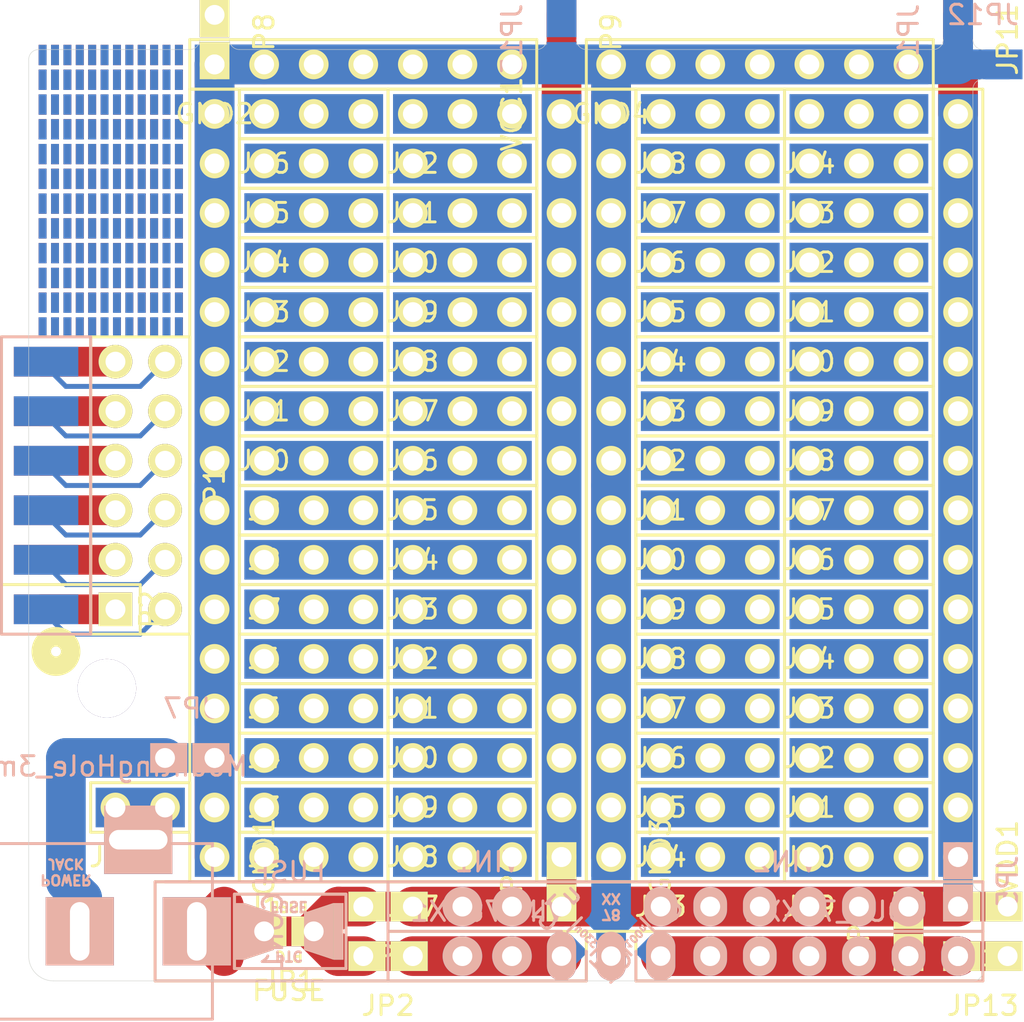
<source format=kicad_pcb>
(kicad_pcb (version 4) (host pcbnew "(2015-01-08 BZR 5360)-product")

  (general
    (links 337)
    (no_connects 4)
    (area 34.144048 26.7335 95.967572 82.309)
    (thickness 1.6)
    (drawings 52)
    (tracks 78)
    (zones 0)
    (modules 105)
    (nets 95)
  )

  (page A3)
  (layers
    (0 F.Cu signal)
    (31 B.Cu signal hide)
    (32 B.Adhes user hide)
    (33 F.Adhes user hide)
    (34 B.Paste user hide)
    (35 F.Paste user hide)
    (36 B.SilkS user hide)
    (37 F.SilkS user)
    (38 B.Mask user hide)
    (39 F.Mask user hide)
    (40 Dwgs.User user hide)
    (41 Cmts.User user hide)
    (42 Eco1.User user hide)
    (43 Eco2.User user hide)
    (44 Edge.Cuts user)
  )

  (setup
    (last_trace_width 0.254)
    (user_trace_width 1.524)
    (user_trace_width 2.032)
    (trace_clearance 0.254)
    (zone_clearance 0.508)
    (zone_45_only no)
    (trace_min 0.254)
    (segment_width 0.15)
    (edge_width 0.0254)
    (via_size 0.889)
    (via_drill 0.635)
    (via_min_size 0.889)
    (via_min_drill 0.508)
    (uvia_size 0.508)
    (uvia_drill 0.127)
    (uvias_allowed no)
    (uvia_min_size 0.508)
    (uvia_min_drill 0.127)
    (pcb_text_width 0.3)
    (pcb_text_size 1 1)
    (mod_edge_width 0.28)
    (mod_text_size 1 1)
    (mod_text_width 0.15)
    (pad_size 1.7272 2.032)
    (pad_drill 1.016)
    (pad_to_mask_clearance 0)
    (aux_axis_origin 0 0)
    (visible_elements FFFCFB0F)
    (pcbplotparams
      (layerselection 0x010f0_80000001)
      (usegerberextensions true)
      (excludeedgelayer false)
      (linewidth 0.150000)
      (plotframeref false)
      (viasonmask false)
      (mode 1)
      (useauxorigin false)
      (hpglpennumber 1)
      (hpglpenspeed 20)
      (hpglpendiameter 15)
      (hpglpenoverlay 2)
      (psnegative false)
      (psa4output false)
      (plotreference false)
      (plotvalue false)
      (plotinvisibletext false)
      (padsonsilk false)
      (subtractmaskfromsilk false)
      (outputformat 1)
      (mirror false)
      (drillshape 0)
      (scaleselection 1)
      (outputdirectory out/50x50_bottom_left/))
  )

  (net 0 "")
  (net 1 "Net-(C1-Pad1)")
  (net 2 "Net-(C1-Pad2)")
  (net 3 "Net-(C2-Pad1)")
  (net 4 "Net-(CON1-Pad1)")
  (net 5 "Net-(CON1-Pad2)")
  (net 6 "Net-(CON1-Pad3)")
  (net 7 "Net-(J1-Pad1)")
  (net 8 "Net-(J2-Pad1)")
  (net 9 "Net-(J3-Pad1)")
  (net 10 "Net-(J4-Pad1)")
  (net 11 "Net-(J5-Pad1)")
  (net 12 "Net-(J6-Pad1)")
  (net 13 "Net-(J7-Pad1)")
  (net 14 "Net-(J8-Pad1)")
  (net 15 "Net-(J9-Pad1)")
  (net 16 "Net-(J10-Pad1)")
  (net 17 "Net-(J11-Pad1)")
  (net 18 "Net-(J12-Pad1)")
  (net 19 "Net-(J13-Pad1)")
  (net 20 "Net-(J14-Pad1)")
  (net 21 "Net-(J15-Pad1)")
  (net 22 "Net-(J16-Pad1)")
  (net 23 "Net-(J17-Pad1)")
  (net 24 "Net-(J18-Pad1)")
  (net 25 "Net-(J19-Pad1)")
  (net 26 "Net-(J20-Pad1)")
  (net 27 "Net-(J21-Pad1)")
  (net 28 "Net-(J22-Pad1)")
  (net 29 "Net-(J23-Pad1)")
  (net 30 "Net-(J24-Pad1)")
  (net 31 "Net-(J25-Pad1)")
  (net 32 "Net-(J26-Pad1)")
  (net 33 "Net-(J27-Pad1)")
  (net 34 "Net-(J28-Pad1)")
  (net 35 "Net-(J29-Pad1)")
  (net 36 "Net-(J30-Pad1)")
  (net 37 "Net-(J31-Pad1)")
  (net 38 "Net-(J32-Pad1)")
  (net 39 "Net-(J33-Pad1)")
  (net 40 "Net-(J34-Pad1)")
  (net 41 "Net-(J35-Pad1)")
  (net 42 "Net-(J36-Pad1)")
  (net 43 "Net-(J37-Pad1)")
  (net 44 "Net-(J38-Pad1)")
  (net 45 "Net-(J39-Pad1)")
  (net 46 "Net-(J40-Pad1)")
  (net 47 "Net-(J41-Pad1)")
  (net 48 "Net-(J42-Pad1)")
  (net 49 "Net-(J43-Pad1)")
  (net 50 "Net-(J44-Pad1)")
  (net 51 "Net-(J45-Pad1)")
  (net 52 "Net-(J46-Pad1)")
  (net 53 "Net-(J47-Pad1)")
  (net 54 "Net-(J48-Pad1)")
  (net 55 "Net-(J49-Pad1)")
  (net 56 "Net-(J50-Pad1)")
  (net 57 "Net-(J51-Pad1)")
  (net 58 "Net-(J52-Pad1)")
  (net 59 "Net-(J53-Pad1)")
  (net 60 "Net-(J54-Pad1)")
  (net 61 "Net-(J55-Pad1)")
  (net 62 "Net-(J56-Pad1)")
  (net 63 "Net-(J57-Pad1)")
  (net 64 "Net-(J58-Pad1)")
  (net 65 "Net-(J59-Pad1)")
  (net 66 "Net-(J60-Pad1)")
  (net 67 "Net-(J61-Pad1)")
  (net 68 "Net-(J62-Pad1)")
  (net 69 "Net-(J63-Pad1)")
  (net 70 "Net-(J64-Pad1)")
  (net 71 "Net-(JP4-Pad1)")
  (net 72 "Net-(F1-Pad2)")
  (net 73 "Net-(JP14-Pad1)")
  (net 74 "Net-(JP11-Pad1)")
  (net 75 "Net-(JP8-Pad2)")
  (net 76 "Net-(JP9-Pad2)")
  (net 77 "Net-(JP10-Pad2)")
  (net 78 "Net-(JP11-Pad2)")
  (net 79 "Net-(JP12-Pad2)")
  (net 80 "Net-(JP13-Pad2)")
  (net 81 "Net-(JP14-Pad2)")
  (net 82 "Net-(JP15-Pad2)")
  (net 83 "Net-(P1-Pad1)")
  (net 84 "Net-(P1-Pad2)")
  (net 85 "Net-(P1-Pad3)")
  (net 86 "Net-(P1-Pad4)")
  (net 87 "Net-(P1-Pad5)")
  (net 88 "Net-(P1-Pad6)")
  (net 89 "Net-(P1-Pad7)")
  (net 90 "Net-(P1-Pad8)")
  (net 91 "Net-(P1-Pad9)")
  (net 92 "Net-(P1-Pad10)")
  (net 93 "Net-(P1-Pad11)")
  (net 94 "Net-(P1-Pad12)")

  (net_class Default "This is the default net class."
    (clearance 0.254)
    (trace_width 0.254)
    (via_dia 0.889)
    (via_drill 0.635)
    (uvia_dia 0.508)
    (uvia_drill 0.127)
    (add_net "Net-(C1-Pad1)")
    (add_net "Net-(C1-Pad2)")
    (add_net "Net-(C2-Pad1)")
    (add_net "Net-(F1-Pad2)")
    (add_net "Net-(J1-Pad1)")
    (add_net "Net-(J10-Pad1)")
    (add_net "Net-(J11-Pad1)")
    (add_net "Net-(J12-Pad1)")
    (add_net "Net-(J13-Pad1)")
    (add_net "Net-(J14-Pad1)")
    (add_net "Net-(J15-Pad1)")
    (add_net "Net-(J16-Pad1)")
    (add_net "Net-(J17-Pad1)")
    (add_net "Net-(J18-Pad1)")
    (add_net "Net-(J19-Pad1)")
    (add_net "Net-(J2-Pad1)")
    (add_net "Net-(J20-Pad1)")
    (add_net "Net-(J21-Pad1)")
    (add_net "Net-(J22-Pad1)")
    (add_net "Net-(J23-Pad1)")
    (add_net "Net-(J24-Pad1)")
    (add_net "Net-(J25-Pad1)")
    (add_net "Net-(J26-Pad1)")
    (add_net "Net-(J27-Pad1)")
    (add_net "Net-(J28-Pad1)")
    (add_net "Net-(J29-Pad1)")
    (add_net "Net-(J3-Pad1)")
    (add_net "Net-(J30-Pad1)")
    (add_net "Net-(J31-Pad1)")
    (add_net "Net-(J32-Pad1)")
    (add_net "Net-(J33-Pad1)")
    (add_net "Net-(J34-Pad1)")
    (add_net "Net-(J35-Pad1)")
    (add_net "Net-(J36-Pad1)")
    (add_net "Net-(J37-Pad1)")
    (add_net "Net-(J38-Pad1)")
    (add_net "Net-(J39-Pad1)")
    (add_net "Net-(J4-Pad1)")
    (add_net "Net-(J40-Pad1)")
    (add_net "Net-(J41-Pad1)")
    (add_net "Net-(J42-Pad1)")
    (add_net "Net-(J43-Pad1)")
    (add_net "Net-(J44-Pad1)")
    (add_net "Net-(J45-Pad1)")
    (add_net "Net-(J46-Pad1)")
    (add_net "Net-(J47-Pad1)")
    (add_net "Net-(J48-Pad1)")
    (add_net "Net-(J49-Pad1)")
    (add_net "Net-(J5-Pad1)")
    (add_net "Net-(J50-Pad1)")
    (add_net "Net-(J51-Pad1)")
    (add_net "Net-(J52-Pad1)")
    (add_net "Net-(J53-Pad1)")
    (add_net "Net-(J54-Pad1)")
    (add_net "Net-(J55-Pad1)")
    (add_net "Net-(J56-Pad1)")
    (add_net "Net-(J57-Pad1)")
    (add_net "Net-(J58-Pad1)")
    (add_net "Net-(J59-Pad1)")
    (add_net "Net-(J6-Pad1)")
    (add_net "Net-(J60-Pad1)")
    (add_net "Net-(J61-Pad1)")
    (add_net "Net-(J62-Pad1)")
    (add_net "Net-(J63-Pad1)")
    (add_net "Net-(J64-Pad1)")
    (add_net "Net-(J7-Pad1)")
    (add_net "Net-(J8-Pad1)")
    (add_net "Net-(J9-Pad1)")
    (add_net "Net-(JP10-Pad2)")
    (add_net "Net-(JP11-Pad1)")
    (add_net "Net-(JP11-Pad2)")
    (add_net "Net-(JP12-Pad2)")
    (add_net "Net-(JP13-Pad2)")
    (add_net "Net-(JP14-Pad1)")
    (add_net "Net-(JP14-Pad2)")
    (add_net "Net-(JP15-Pad2)")
    (add_net "Net-(JP4-Pad1)")
    (add_net "Net-(JP8-Pad2)")
    (add_net "Net-(JP9-Pad2)")
    (add_net "Net-(P1-Pad1)")
    (add_net "Net-(P1-Pad10)")
    (add_net "Net-(P1-Pad11)")
    (add_net "Net-(P1-Pad12)")
    (add_net "Net-(P1-Pad2)")
    (add_net "Net-(P1-Pad3)")
    (add_net "Net-(P1-Pad4)")
    (add_net "Net-(P1-Pad5)")
    (add_net "Net-(P1-Pad6)")
    (add_net "Net-(P1-Pad7)")
    (add_net "Net-(P1-Pad8)")
    (add_net "Net-(P1-Pad9)")
  )

  (net_class Power ""
    (clearance 0.254)
    (trace_width 2.032)
    (via_dia 0.889)
    (via_drill 0.635)
    (uvia_dia 0.508)
    (uvia_drill 0.127)
    (add_net "Net-(CON1-Pad1)")
    (add_net "Net-(CON1-Pad2)")
    (add_net "Net-(CON1-Pad3)")
  )

  (module 2.54mm_Pin_Headers:Edge_2x06 (layer F.Cu) (tedit 554D7B3E) (tstamp 554C77B6)
    (at 43.434 58.42 90)
    (path /554C2C4F)
    (fp_text reference P2 (at 0 5.334 90) (layer F.SilkS)
      (effects (font (size 1 1) (thickness 0.15)))
    )
    (fp_text value CONN_6X2 (at 0 -5.08 90) (layer F.SilkS) hide
      (effects (font (size 1 1) (thickness 0.15)))
    )
    (fp_circle (center -2.159 0.508) (end -1.905 0.508) (layer F.SilkS) (width 1))
    (fp_line (start -1.27 -2.286) (end -1.27 2.286) (layer B.SilkS) (width 0.15))
    (fp_line (start -1.27 2.286) (end 13.97 2.286) (layer B.SilkS) (width 0.15))
    (fp_line (start 13.97 2.286) (end 13.97 -2.286) (layer B.SilkS) (width 0.15))
    (fp_line (start 13.97 -2.286) (end -1.27 -2.286) (layer B.SilkS) (width 0.15))
    (fp_line (start 1.27 2.286) (end 1.27 -2.286) (layer F.SilkS) (width 0.15))
    (fp_line (start -1.27 -2.286) (end -1.27 2.286) (layer F.SilkS) (width 0.15))
    (fp_line (start 13.97 2.286) (end 13.97 -2.286) (layer F.SilkS) (width 0.15))
    (fp_line (start 13.97 -2.286) (end -1.27 -2.286) (layer F.SilkS) (width 0.15))
    (fp_line (start -1.27 2.286) (end 13.97 2.286) (layer F.SilkS) (width 0.15))
    (pad 1 smd rect (at 0 0 90) (size 1.524 3.302) (layers F.Cu F.Paste F.Mask)
      (net 83 "Net-(P1-Pad1)"))
    (pad 2 smd rect (at 0 0 90) (size 1.524 3.302) (layers B.Cu B.Paste B.Mask)
      (net 84 "Net-(P1-Pad2)"))
    (pad 3 smd rect (at 2.54 0 90) (size 1.524 3.302) (layers F.Cu F.Paste F.Mask)
      (net 85 "Net-(P1-Pad3)"))
    (pad 4 smd rect (at 2.54 0 90) (size 1.524 3.302) (layers B.Cu B.Paste B.Mask)
      (net 86 "Net-(P1-Pad4)"))
    (pad 5 smd rect (at 5.08 0 90) (size 1.524 3.302) (layers F.Cu F.Paste F.Mask)
      (net 87 "Net-(P1-Pad5)"))
    (pad 6 smd rect (at 5.08 0 90) (size 1.524 3.302) (layers B.Cu B.Paste B.Mask)
      (net 88 "Net-(P1-Pad6)"))
    (pad 7 smd rect (at 7.62 0 90) (size 1.524 3.302) (layers F.Cu F.Paste F.Mask)
      (net 89 "Net-(P1-Pad7)"))
    (pad 8 smd rect (at 7.62 0 90) (size 1.524 3.302) (layers B.Cu B.Paste B.Mask)
      (net 90 "Net-(P1-Pad8)"))
    (pad 9 smd rect (at 10.16 0 90) (size 1.524 3.302) (layers F.Cu F.Paste F.Mask)
      (net 91 "Net-(P1-Pad9)"))
    (pad 10 smd rect (at 10.16 0 90) (size 1.524 3.302) (layers B.Cu B.Paste B.Mask)
      (net 92 "Net-(P1-Pad10)"))
    (pad 11 smd rect (at 12.7 0 90) (size 1.524 3.302) (layers F.Cu F.Paste F.Mask)
      (net 93 "Net-(P1-Pad11)"))
    (pad 12 smd rect (at 12.7 0 90) (size 1.524 3.302) (layers B.Cu B.Paste B.Mask)
      (net 94 "Net-(P1-Pad12)"))
  )

  (module Socket_Strips:Socket_Strip_Straight_1x06 (layer B.Cu) (tedit 554BBE95) (tstamp 554C779B)
    (at 81.28 73.66 180)
    (descr "Through hole socket strip")
    (tags "socket strip")
    (path /554BBC78)
    (fp_text reference VIN2 (at 0 2.286 180) (layer B.SilkS)
      (effects (font (size 1 1) (thickness 0.15)) (justify mirror))
    )
    (fp_text value CONN_6 (at 0 0 180) (layer B.SilkS) hide
      (effects (font (size 1 1) (thickness 0.15)) (justify mirror))
    )
    (pad 1 thru_hole oval (at 6.35 0) (size 1.7272 2.032) (drill 1.016) (layers *.Cu *.Mask B.SilkS)
      (net 73 "Net-(JP14-Pad1)"))
    (pad 2 thru_hole oval (at 3.81 0) (size 1.7272 2.032) (drill 1.016) (layers *.Cu *.Mask B.SilkS)
      (net 73 "Net-(JP14-Pad1)"))
    (pad 3 thru_hole oval (at 1.27 0) (size 1.7272 2.032) (drill 1.016) (layers *.Cu *.Mask B.SilkS)
      (net 73 "Net-(JP14-Pad1)"))
    (pad 4 thru_hole oval (at -1.27 0) (size 1.7272 2.032) (drill 1.016) (layers *.Cu *.Mask B.SilkS)
      (net 73 "Net-(JP14-Pad1)"))
    (pad 5 thru_hole oval (at -3.81 0) (size 1.7272 2.032) (drill 1.016) (layers *.Cu *.Mask B.SilkS)
      (net 73 "Net-(JP14-Pad1)"))
    (pad 6 thru_hole oval (at -6.35 0) (size 1.7272 2.032) (drill 1.016) (layers *.Cu *.Mask B.SilkS)
      (net 73 "Net-(JP14-Pad1)"))
    (model Socket_Strips/Socket_Strip_Straight_1x06.wrl
      (at (xyz 0 0 0))
      (scale (xyz 1 1 1))
      (rotate (xyz 0 0 0))
    )
  )

  (module Socket_Strips:Socket_Strip_Straight_1x06 (layer B.Cu) (tedit 554BBE84) (tstamp 554C7790)
    (at 83.82 76.2 180)
    (descr "Through hole socket strip")
    (tags "socket strip")
    (path /554BB9EB)
    (fp_text reference VOUT_78XX1 (at 0 2.286 180) (layer B.SilkS)
      (effects (font (size 1 1) (thickness 0.15)) (justify mirror))
    )
    (fp_text value CONN_6 (at 0 0 180) (layer B.SilkS) hide
      (effects (font (size 1 1) (thickness 0.15)) (justify mirror))
    )
    (pad 1 thru_hole oval (at 6.35 0) (size 1.7272 2.032) (drill 1.016) (layers *.Cu *.Mask B.SilkS)
      (net 3 "Net-(C2-Pad1)"))
    (pad 2 thru_hole oval (at 3.81 0) (size 1.7272 2.032) (drill 1.016) (layers *.Cu *.Mask B.SilkS)
      (net 3 "Net-(C2-Pad1)"))
    (pad 3 thru_hole oval (at 1.27 0) (size 1.7272 2.032) (drill 1.016) (layers *.Cu *.Mask B.SilkS)
      (net 3 "Net-(C2-Pad1)"))
    (pad 4 thru_hole oval (at -1.27 0) (size 1.7272 2.032) (drill 1.016) (layers *.Cu *.Mask B.SilkS)
      (net 3 "Net-(C2-Pad1)"))
    (pad 5 thru_hole oval (at -3.81 0) (size 1.7272 2.032) (drill 1.016) (layers *.Cu *.Mask B.SilkS)
      (net 3 "Net-(C2-Pad1)"))
    (pad 6 thru_hole oval (at -6.35 0) (size 1.7272 2.032) (drill 1.016) (layers *.Cu *.Mask B.SilkS)
      (net 3 "Net-(C2-Pad1)"))
    (model Socket_Strips/Socket_Strip_Straight_1x06.wrl
      (at (xyz 0 0 0))
      (scale (xyz 1 1 1))
      (rotate (xyz 0 0 0))
    )
  )

  (module Socket_Strips:Socket_Strip_Straight_1x02 (layer B.Cu) (tedit 554BBDDD) (tstamp 554C7785)
    (at 66.04 76.2 180)
    (descr "Through hole socket strip")
    (tags "socket strip")
    (path /554BC195)
    (fp_text reference VIN_78XX1 (at 0 2.286 180) (layer B.SilkS)
      (effects (font (size 1 1) (thickness 0.15)) (justify mirror))
    )
    (fp_text value CONN_2 (at 0 0 180) (layer B.SilkS) hide
      (effects (font (size 1 1) (thickness 0.15)) (justify mirror))
    )
    (pad 1 thru_hole oval (at 1.27 0) (size 2.032 2.032) (drill 1.016) (layers *.Cu *.Mask B.SilkS)
      (net 1 "Net-(C1-Pad1)"))
    (pad 2 thru_hole oval (at -1.27 0) (size 2.032 2.032) (drill 1.016) (layers *.Cu *.Mask B.SilkS)
      (net 1 "Net-(C1-Pad1)"))
    (model Socket_Strips/Socket_Strip_Straight_1x02.wrl
      (at (xyz 0 0 0))
      (scale (xyz 1 1 1))
      (rotate (xyz 0 0 0))
    )
  )

  (module Socket_Strips:Socket_Strip_Straight_1x02 (layer B.Cu) (tedit 554BBDC7) (tstamp 554C777E)
    (at 66.04 73.66 180)
    (descr "Through hole socket strip")
    (tags "socket strip")
    (path /554BCE60)
    (fp_text reference VIN1 (at 0 2.286 180) (layer B.SilkS)
      (effects (font (size 1 1) (thickness 0.15)) (justify mirror))
    )
    (fp_text value CONN_2 (at 0 0 180) (layer B.SilkS) hide
      (effects (font (size 1 1) (thickness 0.15)) (justify mirror))
    )
    (pad 1 thru_hole oval (at 1.27 0) (size 2.032 2.032) (drill 1.016) (layers *.Cu *.Mask B.SilkS)
      (net 73 "Net-(JP14-Pad1)"))
    (pad 2 thru_hole oval (at -1.27 0) (size 2.032 2.032) (drill 1.016) (layers *.Cu *.Mask B.SilkS)
      (net 73 "Net-(JP14-Pad1)"))
    (model Socket_Strips/Socket_Strip_Straight_1x02.wrl
      (at (xyz 0 0 0))
      (scale (xyz 1 1 1))
      (rotate (xyz 0 0 0))
    )
  )

  (module Transistors_TO-220:TO-220_Neutral123_Vertical (layer B.Cu) (tedit 554BB523) (tstamp 554C7777)
    (at 72.39 76.2)
    (descr "TO-220, Neutral, Vertical,")
    (tags "TO-220, Neutral, Vertical,")
    (path /554BAE87)
    (fp_text reference U1 (at 0 5.08) (layer B.SilkS)
      (effects (font (size 1 1) (thickness 0.15)) (justify mirror))
    )
    (fp_text value LM7805CT (at 0 -3.81) (layer B.SilkS) hide
      (effects (font (size 1 1) (thickness 0.15)) (justify mirror))
    )
    (pad 2 thru_hole oval (at 0 0 270) (size 2.49936 1.50114) (drill 1.00076) (layers *.Cu *.Mask B.SilkS)
      (net 2 "Net-(C1-Pad2)"))
    (pad 1 thru_hole oval (at -2.54 0 270) (size 2.49936 1.50114) (drill 1.00076) (layers *.Cu *.Mask B.SilkS)
      (net 1 "Net-(C1-Pad1)"))
    (pad 3 thru_hole oval (at 2.54 0 270) (size 2.49936 1.50114) (drill 1.00076) (layers *.Cu *.Mask B.SilkS)
      (net 3 "Net-(C2-Pad1)"))
    (model Transistors_TO-220/TO-220_Neutral123_Vertical.wrl
      (at (xyz 0 0 0))
      (scale (xyz 0.3937 0.3937 0.3937))
      (rotate (xyz 0 0 0))
    )
  )

  (module Connect:BARREL_JACK (layer B.Cu) (tedit 554BA320) (tstamp 554C776F)
    (at 44.958 74.93)
    (descr "DC Barrel Jack")
    (tags "Power Jack")
    (path /53DD4216)
    (fp_text reference CON1 (at 10.09904 0 270) (layer B.SilkS)
      (effects (font (size 1 1) (thickness 0.15)) (justify mirror))
    )
    (fp_text value BARREL_JACK (at 0 5.99948) (layer B.SilkS) hide
      (effects (font (size 1 1) (thickness 0.15)) (justify mirror))
    )
    (fp_line (start -4.0005 4.50088) (end -4.0005 -4.50088) (layer B.SilkS) (width 0.15))
    (fp_line (start -7.50062 4.50088) (end -7.50062 -4.50088) (layer B.SilkS) (width 0.15))
    (fp_line (start -7.50062 -4.50088) (end 7.00024 -4.50088) (layer B.SilkS) (width 0.15))
    (fp_line (start 7.00024 -4.50088) (end 7.00024 4.50088) (layer B.SilkS) (width 0.15))
    (fp_line (start 7.00024 4.50088) (end -7.50062 4.50088) (layer B.SilkS) (width 0.15))
    (pad 1 thru_hole rect (at 6.20014 0) (size 3.50012 3.50012) (drill oval 1.00076 2.99974) (layers *.Cu *.Mask B.SilkS)
      (net 4 "Net-(CON1-Pad1)"))
    (pad 2 thru_hole rect (at 0.20066 0) (size 3.50012 3.50012) (drill oval 1.00076 2.99974) (layers *.Cu *.Mask B.SilkS)
      (net 5 "Net-(CON1-Pad2)"))
    (pad 3 thru_hole rect (at 3.2004 -4.699) (size 3.50012 3.50012) (drill oval 2.99974 1.00076) (layers *.Cu *.Mask B.SilkS)
      (net 6 "Net-(CON1-Pad3)"))
  )

  (module Muonde:CC12ZZ (layer B.Cu) (tedit 554BA35B) (tstamp 554C7762)
    (at 55.88 74.93)
    (path /53DDB6F8)
    (fp_text reference F1 (at -0.127 2.794) (layer B.SilkS) hide
      (effects (font (size 1 1) (thickness 0.15)) (justify mirror))
    )
    (fp_text value FUSE (at 0 -3.048) (layer B.SilkS)
      (effects (font (size 1 1) (thickness 0.15)) (justify mirror))
    )
    (fp_line (start -2.794 1.905) (end 2.921 1.905) (layer B.SilkS) (width 0.15))
    (fp_line (start 2.921 1.905) (end 2.921 -1.905) (layer B.SilkS) (width 0.15))
    (fp_line (start 2.921 -1.905) (end -2.794 -1.905) (layer B.SilkS) (width 0.15))
    (fp_line (start -2.794 -1.905) (end -2.794 1.905) (layer B.SilkS) (width 0.15))
    (pad 1 smd trapezoid (at -1.524 0) (size 1.50114 2.39268) (rect_delta 0.50038 0 ) (layers B.Cu B.Paste B.SilkS B.Mask)
      (net 4 "Net-(CON1-Pad1)"))
    (pad 2 smd trapezoid (at 1.524 0) (size 1.50114 2.39268) (rect_delta -0.50038 0 ) (layers B.Cu B.Paste B.SilkS B.Mask)
      (net 72 "Net-(F1-Pad2)"))
    (pad 2 smd rect (at 2.54 0) (size 0.50038 2.90068) (layers B.Cu B.Paste B.SilkS B.Mask)
      (net 72 "Net-(F1-Pad2)"))
    (pad 1 smd rect (at -2.4892 0) (size 0.50038 2.90068) (layers B.Cu B.Paste B.SilkS B.Mask)
      (net 4 "Net-(CON1-Pad1)"))
  )

  (module Muonde:CC12ZZ (layer F.Cu) (tedit 554BA35B) (tstamp 554C7755)
    (at 55.88 74.93)
    (path /53DDB707)
    (fp_text reference F2 (at -0.127 -2.794) (layer F.SilkS) hide
      (effects (font (size 1 1) (thickness 0.15)))
    )
    (fp_text value FUSE (at 0 3.048) (layer F.SilkS)
      (effects (font (size 1 1) (thickness 0.15)))
    )
    (fp_line (start -2.794 -1.905) (end 2.921 -1.905) (layer F.SilkS) (width 0.15))
    (fp_line (start 2.921 -1.905) (end 2.921 1.905) (layer F.SilkS) (width 0.15))
    (fp_line (start 2.921 1.905) (end -2.794 1.905) (layer F.SilkS) (width 0.15))
    (fp_line (start -2.794 1.905) (end -2.794 -1.905) (layer F.SilkS) (width 0.15))
    (pad 1 smd trapezoid (at -1.524 0) (size 1.50114 2.39268) (rect_delta 0.50038 0 ) (layers F.Cu F.Paste F.SilkS F.Mask)
      (net 4 "Net-(CON1-Pad1)"))
    (pad 2 smd trapezoid (at 1.524 0) (size 1.50114 2.39268) (rect_delta -0.50038 0 ) (layers F.Cu F.Paste F.SilkS F.Mask)
      (net 72 "Net-(F1-Pad2)"))
    (pad 2 smd rect (at 2.54 0) (size 0.50038 2.90068) (layers F.Cu F.Paste F.SilkS F.Mask)
      (net 72 "Net-(F1-Pad2)"))
    (pad 1 smd rect (at -2.4892 0) (size 0.50038 2.90068) (layers F.Cu F.Paste F.SilkS F.Mask)
      (net 4 "Net-(CON1-Pad1)"))
  )

  (module 2.54mm_Pin_Headers:Solder_Jumper_1x2_Shorted_T (layer F.Cu) (tedit 54B18D35) (tstamp 554C73E2)
    (at 55.88 74.93)
    (path /53DD424D)
    (fp_text reference JP1 (at 0 2.54) (layer F.SilkS)
      (effects (font (size 1 1) (thickness 0.15)))
    )
    (fp_text value JUMPER (at 0 -2.54) (layer F.SilkS) hide
      (effects (font (size 1 1) (thickness 0.15)))
    )
    (fp_line (start 1.27 0) (end -1.27 0) (layer F.Cu) (width 1.524))
    (pad 1 thru_hole rect (at -1.27 0) (size 1.905 1.524) (drill 1.016 (offset 0.1905 0)) (layers *.Cu *.Mask F.SilkS)
      (net 4 "Net-(CON1-Pad1)"))
    (pad 2 thru_hole rect (at 1.27 0) (size 1.905 1.524) (drill 1.016 (offset -0.1905 0)) (layers *.Cu *.Mask F.SilkS)
      (net 72 "Net-(F1-Pad2)"))
    (pad "" smd rect (at 0 0) (size 0.254 1.524) (layers *.Mask))
  )

  (module 2.54mm_Pin_Headers:Solder_Jumper_1x2_Shorted_T (layer F.Cu) (tedit 54B18D35) (tstamp 554C73D9)
    (at 60.96 76.2)
    (path /53DD422F)
    (fp_text reference JP2 (at 0 2.54) (layer F.SilkS)
      (effects (font (size 1 1) (thickness 0.15)))
    )
    (fp_text value JUMPER (at 0 -2.54) (layer F.SilkS) hide
      (effects (font (size 1 1) (thickness 0.15)))
    )
    (fp_line (start 1.27 0) (end -1.27 0) (layer F.Cu) (width 1.524))
    (pad 1 thru_hole rect (at -1.27 0) (size 1.905 1.524) (drill 1.016 (offset 0.1905 0)) (layers *.Cu *.Mask F.SilkS)
      (net 72 "Net-(F1-Pad2)"))
    (pad 2 thru_hole rect (at 1.27 0) (size 1.905 1.524) (drill 1.016 (offset -0.1905 0)) (layers *.Cu *.Mask F.SilkS)
      (net 1 "Net-(C1-Pad1)"))
    (pad "" smd rect (at 0 0) (size 0.254 1.524) (layers *.Mask))
  )

  (module 2.54mm_Pin_Headers:Solder_Jumper_1x2_Shorted_T (layer F.Cu) (tedit 54B18D35) (tstamp 554C73D0)
    (at 60.96 73.66)
    (path /53DD423E)
    (fp_text reference JP3 (at 0 2.54) (layer F.SilkS)
      (effects (font (size 1 1) (thickness 0.15)))
    )
    (fp_text value JUMPER (at 0 -2.54) (layer F.SilkS) hide
      (effects (font (size 1 1) (thickness 0.15)))
    )
    (fp_line (start 1.27 0) (end -1.27 0) (layer F.Cu) (width 1.524))
    (pad 1 thru_hole rect (at -1.27 0) (size 1.905 1.524) (drill 1.016 (offset 0.1905 0)) (layers *.Cu *.Mask F.SilkS)
      (net 72 "Net-(F1-Pad2)"))
    (pad 2 thru_hole rect (at 1.27 0) (size 1.905 1.524) (drill 1.016 (offset -0.1905 0)) (layers *.Cu *.Mask F.SilkS)
      (net 73 "Net-(JP14-Pad1)"))
    (pad "" smd rect (at 0 0) (size 0.254 1.524) (layers *.Mask))
  )

  (module 2.54mm_Pin_Headers:Solder_Jumper_1x2_Shorted_T (layer F.Cu) (tedit 54B18D35) (tstamp 554C73C7)
    (at 69.85 72.39 270)
    (path /53FB40CE)
    (fp_text reference JP4 (at 0 2.54 270) (layer F.SilkS)
      (effects (font (size 1 1) (thickness 0.15)))
    )
    (fp_text value JUMPER (at 0 -2.54 270) (layer F.SilkS) hide
      (effects (font (size 1 1) (thickness 0.15)))
    )
    (fp_line (start 1.27 0) (end -1.27 0) (layer F.Cu) (width 1.524))
    (pad 1 thru_hole rect (at -1.27 0 270) (size 1.905 1.524) (drill 1.016 (offset 0.1905 0)) (layers *.Cu *.Mask F.SilkS)
      (net 71 "Net-(JP4-Pad1)"))
    (pad 2 thru_hole rect (at 1.27 0 270) (size 1.905 1.524) (drill 1.016 (offset -0.1905 0)) (layers *.Cu *.Mask F.SilkS)
      (net 73 "Net-(JP14-Pad1)"))
    (pad "" smd rect (at 0 0 270) (size 0.254 1.524) (layers *.Mask))
  )

  (module 2.54mm_Pin_Headers:Solder_Jumper_1x2_Shorted_T (layer B.Cu) (tedit 54B18D35) (tstamp 554C73BE)
    (at 90.17 72.39 270)
    (path /53FB40DD)
    (fp_text reference JP5 (at 0 -2.54 270) (layer B.SilkS)
      (effects (font (size 1 1) (thickness 0.15)) (justify mirror))
    )
    (fp_text value JUMPER (at 0 2.54 270) (layer B.SilkS) hide
      (effects (font (size 1 1) (thickness 0.15)) (justify mirror))
    )
    (fp_line (start 1.27 0) (end -1.27 0) (layer B.Cu) (width 1.524))
    (pad 1 thru_hole rect (at -1.27 0 270) (size 1.905 1.524) (drill 1.016 (offset 0.1905 0)) (layers *.Cu *.Mask B.SilkS)
      (net 74 "Net-(JP11-Pad1)"))
    (pad 2 thru_hole rect (at 1.27 0 270) (size 1.905 1.524) (drill 1.016 (offset -0.1905 0)) (layers *.Cu *.Mask B.SilkS)
      (net 73 "Net-(JP14-Pad1)"))
    (pad "" smd rect (at 0 0 270) (size 0.254 1.524) (layers *.Mask))
  )

  (module 2.54mm_Pin_Headers:Solder_Jumper_1x2_Shorted_T (layer F.Cu) (tedit 54B18D35) (tstamp 554C73B5)
    (at 87.63 74.93 270)
    (path /53FE5756)
    (fp_text reference JP6 (at 0 2.54 270) (layer F.SilkS)
      (effects (font (size 1 1) (thickness 0.15)))
    )
    (fp_text value JUMPER (at 0 -2.54 270) (layer F.SilkS) hide
      (effects (font (size 1 1) (thickness 0.15)))
    )
    (fp_line (start 1.27 0) (end -1.27 0) (layer F.Cu) (width 1.524))
    (pad 1 thru_hole rect (at -1.27 0 270) (size 1.905 1.524) (drill 1.016 (offset 0.1905 0)) (layers *.Cu *.Mask F.SilkS)
      (net 73 "Net-(JP14-Pad1)"))
    (pad 2 thru_hole rect (at 1.27 0 270) (size 1.905 1.524) (drill 1.016 (offset -0.1905 0)) (layers *.Cu *.Mask F.SilkS)
      (net 3 "Net-(C2-Pad1)"))
    (pad "" smd rect (at 0 0 270) (size 0.254 1.524) (layers *.Mask))
  )

  (module Capacitors_SMD:C_0805_HandSoldering (layer B.Cu) (tedit 541A9B8D) (tstamp 554C7378)
    (at 71.12 75.184 45)
    (descr "Capacitor SMD 0805, hand soldering")
    (tags "capacitor 0805")
    (path /53FF7346)
    (attr smd)
    (fp_text reference C1 (at 0 2.1 45) (layer B.SilkS)
      (effects (font (size 1 1) (thickness 0.15)) (justify mirror))
    )
    (fp_text value u33 (at 0 -2.1 45) (layer B.SilkS)
      (effects (font (size 1 1) (thickness 0.15)) (justify mirror))
    )
    (fp_line (start -2.3 1) (end 2.3 1) (layer B.CrtYd) (width 0.05))
    (fp_line (start -2.3 -1) (end 2.3 -1) (layer B.CrtYd) (width 0.05))
    (fp_line (start -2.3 1) (end -2.3 -1) (layer B.CrtYd) (width 0.05))
    (fp_line (start 2.3 1) (end 2.3 -1) (layer B.CrtYd) (width 0.05))
    (fp_line (start 0.5 0.85) (end -0.5 0.85) (layer B.SilkS) (width 0.15))
    (fp_line (start -0.5 -0.85) (end 0.5 -0.85) (layer B.SilkS) (width 0.15))
    (pad 1 smd rect (at -1.25 0 45) (size 1.5 1.25) (layers B.Cu B.Paste B.Mask)
      (net 1 "Net-(C1-Pad1)"))
    (pad 2 smd rect (at 1.25 0 45) (size 1.5 1.25) (layers B.Cu B.Paste B.Mask)
      (net 2 "Net-(C1-Pad2)"))
    (model Capacitors_SMD/C_0805_HandSoldering.wrl
      (at (xyz 0 0 0))
      (scale (xyz 1 1 1))
      (rotate (xyz 0 0 0))
    )
  )

  (module Capacitors_SMD:C_0805_HandSoldering (layer B.Cu) (tedit 541A9B8D) (tstamp 554C736B)
    (at 73.66 75.184 135)
    (descr "Capacitor SMD 0805, hand soldering")
    (tags "capacitor 0805")
    (path /53FF75B7)
    (attr smd)
    (fp_text reference C2 (at 0 2.1 135) (layer B.SilkS)
      (effects (font (size 1 1) (thickness 0.15)) (justify mirror))
    )
    (fp_text value u1 (at 0 -2.1 135) (layer B.SilkS)
      (effects (font (size 1 1) (thickness 0.15)) (justify mirror))
    )
    (fp_line (start -2.3 1) (end 2.3 1) (layer B.CrtYd) (width 0.05))
    (fp_line (start -2.3 -1) (end 2.3 -1) (layer B.CrtYd) (width 0.05))
    (fp_line (start -2.3 1) (end -2.3 -1) (layer B.CrtYd) (width 0.05))
    (fp_line (start 2.3 1) (end 2.3 -1) (layer B.CrtYd) (width 0.05))
    (fp_line (start 0.5 0.85) (end -0.5 0.85) (layer B.SilkS) (width 0.15))
    (fp_line (start -0.5 -0.85) (end 0.5 -0.85) (layer B.SilkS) (width 0.15))
    (pad 1 smd rect (at -1.25 0 135) (size 1.5 1.25) (layers B.Cu B.Paste B.Mask)
      (net 3 "Net-(C2-Pad1)"))
    (pad 2 smd rect (at 1.25 0 135) (size 1.5 1.25) (layers B.Cu B.Paste B.Mask)
      (net 2 "Net-(C1-Pad2)"))
    (model Capacitors_SMD/C_0805_HandSoldering.wrl
      (at (xyz 0 0 0))
      (scale (xyz 1 1 1))
      (rotate (xyz 0 0 0))
    )
  )

  (module 2.54mm_Pin_Headers:Solder_Jumper_1x2_Shorted_T (layer B.Cu) (tedit 54B18D35) (tstamp 554C7344)
    (at 50.8 66.04)
    (path /554BE7A5)
    (fp_text reference JP7 (at 0 -2.54) (layer B.SilkS)
      (effects (font (size 1 1) (thickness 0.15)) (justify mirror))
    )
    (fp_text value JUMPER (at 0 2.54) (layer B.SilkS) hide
      (effects (font (size 1 1) (thickness 0.15)) (justify mirror))
    )
    (fp_line (start 1.27 0) (end -1.27 0) (layer B.Cu) (width 1.524))
    (pad 1 thru_hole rect (at -1.27 0) (size 1.905 1.524) (drill 1.016 (offset 0.1905 0)) (layers *.Cu *.Mask B.SilkS)
      (net 5 "Net-(CON1-Pad2)"))
    (pad 2 thru_hole rect (at 1.27 0) (size 1.905 1.524) (drill 1.016 (offset -0.1905 0)) (layers *.Cu *.Mask B.SilkS)
      (net 2 "Net-(C1-Pad2)"))
    (pad "" smd rect (at 0 0) (size 0.254 1.524) (layers *.Mask))
  )

  (module Mounting_Holes:MountingHole_3mm (layer B.Cu) (tedit 554BC027) (tstamp 554C733B)
    (at 46.55 62.47)
    (descr "Mounting hole, Befestigungsbohrung, 3mm, No Annular, Kein Restring,")
    (tags "Mounting hole, Befestigungsbohrung, 3mm, No Annular, Kein Restring,")
    (fp_text reference MountingHole_3mm (at 0 4.0005) (layer B.SilkS)
      (effects (font (size 1 1) (thickness 0.15)) (justify mirror))
    )
    (fp_text value VAL** (at 1.00076 -5.00126) (layer B.SilkS) hide
      (effects (font (size 1 1) (thickness 0.15)) (justify mirror))
    )
    (fp_circle (center 0 0) (end 2.99974 0) (layer Cmts.User) (width 0.381))
    (pad 1 thru_hole circle (at 0 0) (size 2.99974 2.99974) (drill 2.99974) (layers))
  )

  (module 2.54mm_Pin_Headers:Solder_Jumper_1x2_Shorted_T (layer F.Cu) (tedit 54B18D35) (tstamp 554C7323)
    (at 91.44 76.2)
    (path /554C1E76)
    (fp_text reference JP13 (at 0 2.54) (layer F.SilkS)
      (effects (font (size 1 1) (thickness 0.15)))
    )
    (fp_text value JUMPER (at 0 -2.54) (layer F.SilkS) hide
      (effects (font (size 1 1) (thickness 0.15)))
    )
    (fp_line (start 1.27 0) (end -1.27 0) (layer F.Cu) (width 1.524))
    (pad 1 thru_hole rect (at -1.27 0) (size 1.905 1.524) (drill 1.016 (offset 0.1905 0)) (layers *.Cu *.Mask F.SilkS)
      (net 3 "Net-(C2-Pad1)"))
    (pad 2 thru_hole rect (at 1.27 0) (size 1.905 1.524) (drill 1.016 (offset -0.1905 0)) (layers *.Cu *.Mask F.SilkS)
      (net 80 "Net-(JP13-Pad2)"))
    (pad "" smd rect (at 0 0) (size 0.254 1.524) (layers *.Mask))
  )

  (module 2.54mm_Pin_Headers:Solder_Jumper_1x2_Shorted_T (layer F.Cu) (tedit 54B18D35) (tstamp 554C731A)
    (at 91.44 73.66)
    (path /554C1F5A)
    (fp_text reference JP14 (at 0 2.54) (layer F.SilkS)
      (effects (font (size 1 1) (thickness 0.15)))
    )
    (fp_text value JUMPER (at 0 -2.54) (layer F.SilkS) hide
      (effects (font (size 1 1) (thickness 0.15)))
    )
    (fp_line (start 1.27 0) (end -1.27 0) (layer F.Cu) (width 1.524))
    (pad 1 thru_hole rect (at -1.27 0) (size 1.905 1.524) (drill 1.016 (offset 0.1905 0)) (layers *.Cu *.Mask F.SilkS)
      (net 73 "Net-(JP14-Pad1)"))
    (pad 2 thru_hole rect (at 1.27 0) (size 1.905 1.524) (drill 1.016 (offset -0.1905 0)) (layers *.Cu *.Mask F.SilkS)
      (net 81 "Net-(JP14-Pad2)"))
    (pad "" smd rect (at 0 0) (size 0.254 1.524) (layers *.Mask))
  )

  (module 2.54mm_Pin_Headers:Solder_Jumper_SMD_1x2_Shorted (layer B.Cu) (tedit 554C19C9) (tstamp 554C7300)
    (at 91.44 30.48)
    (path /554C1FE7)
    (fp_text reference JP12 (at 0 -2.54) (layer B.SilkS)
      (effects (font (size 1 1) (thickness 0.15)) (justify mirror))
    )
    (fp_text value JUMPER (at 0 2.54) (layer B.SilkS) hide
      (effects (font (size 1 1) (thickness 0.15)) (justify mirror))
    )
    (fp_line (start 1.27 0) (end -1.27 0) (layer B.Cu) (width 1.524))
    (pad 1 smd rect (at -1.27 0) (size 1.905 1.524) (drill (offset 0.1905 0)) (layers B.Cu B.Paste B.Mask)
      (net 2 "Net-(C1-Pad2)"))
    (pad 2 smd rect (at 1.27 0) (size 1.905 1.524) (drill (offset -0.1905 0)) (layers B.Cu B.Paste B.Mask)
      (net 79 "Net-(JP12-Pad2)"))
    (pad "" smd rect (at 0 0) (size 0.254 1.524) (layers *.Mask))
  )

  (module 2.54mm_Pin_Headers:Solder_Jumper_1x2 (layer F.Cu) (tedit 54B18C98) (tstamp 554C72EE)
    (at 52.07 29.21 90)
    (path /554C2684)
    (fp_text reference JP8 (at 0 2.54 90) (layer F.SilkS)
      (effects (font (size 1 1) (thickness 0.15)))
    )
    (fp_text value JUMPER (at 0 -2.54 90) (layer F.SilkS) hide
      (effects (font (size 1 1) (thickness 0.15)))
    )
    (pad 1 thru_hole rect (at -1.27 0 90) (size 1.905 1.524) (drill 1.016 (offset 0.1905 0)) (layers *.Cu *.Mask F.SilkS)
      (net 2 "Net-(C1-Pad2)"))
    (pad 2 thru_hole rect (at 1.27 0 90) (size 1.905 1.524) (drill 1.016 (offset -0.1905 0)) (layers *.Cu *.Mask F.SilkS)
      (net 75 "Net-(JP8-Pad2)"))
    (pad "" smd rect (at 0 0 90) (size 0.254 1.524) (layers *.Mask))
  )

  (module Socket_Strips:Socket_Strip_Straight_2x06 (layer F.Cu) (tedit 554C3405) (tstamp 554C72BE)
    (at 48.26 52.07 270)
    (descr "Through hole socket strip")
    (tags "socket strip")
    (path /554C2B9D)
    (fp_text reference P1 (at 0 -3.81 270) (layer F.SilkS)
      (effects (font (size 1 1) (thickness 0.15)))
    )
    (fp_text value CONN_6X2 (at 0 0 270) (layer F.SilkS) hide
      (effects (font (size 1 1) (thickness 0.15)))
    )
    (fp_line (start -7.62 -2.54) (end 7.62 -2.54) (layer F.SilkS) (width 0.15))
    (fp_line (start 5.08 2.54) (end -7.62 2.54) (layer F.SilkS) (width 0.15))
    (fp_line (start -7.62 -2.54) (end -7.62 2.54) (layer F.SilkS) (width 0.15))
    (fp_line (start 7.62 -2.54) (end 7.62 0) (layer F.SilkS) (width 0.15))
    (fp_line (start 7.62 2.54) (end 5.08 2.54) (layer F.SilkS) (width 0.15))
    (fp_line (start 7.62 0) (end 5.08 0) (layer F.SilkS) (width 0.15))
    (fp_line (start 5.08 0) (end 5.08 2.54) (layer F.SilkS) (width 0.15))
    (fp_line (start 7.62 2.54) (end 7.62 0) (layer F.SilkS) (width 0.15))
    (pad 1 thru_hole rect (at 6.35 1.27 90) (size 1.7272 1.7272) (drill 1.016) (layers *.Cu *.Mask F.SilkS)
      (net 83 "Net-(P1-Pad1)"))
    (pad 2 thru_hole oval (at 6.35 -1.27 90) (size 1.7272 1.7272) (drill 1.016) (layers *.Cu *.Mask F.SilkS)
      (net 84 "Net-(P1-Pad2)"))
    (pad 3 thru_hole oval (at 3.81 1.27 90) (size 1.7272 1.7272) (drill 1.016) (layers *.Cu *.Mask F.SilkS)
      (net 85 "Net-(P1-Pad3)"))
    (pad 4 thru_hole oval (at 3.81 -1.27 90) (size 1.7272 1.7272) (drill 1.016) (layers *.Cu *.Mask F.SilkS)
      (net 86 "Net-(P1-Pad4)"))
    (pad 5 thru_hole oval (at 1.27 1.27 90) (size 1.7272 1.7272) (drill 1.016) (layers *.Cu *.Mask F.SilkS)
      (net 87 "Net-(P1-Pad5)"))
    (pad 6 thru_hole oval (at 1.27 -1.27 90) (size 1.7272 1.7272) (drill 1.016) (layers *.Cu *.Mask F.SilkS)
      (net 88 "Net-(P1-Pad6)"))
    (pad 7 thru_hole oval (at -1.27 1.27 90) (size 1.7272 1.7272) (drill 1.016) (layers *.Cu *.Mask F.SilkS)
      (net 89 "Net-(P1-Pad7)"))
    (pad 8 thru_hole oval (at -1.27 -1.27 90) (size 1.7272 1.7272) (drill 1.016) (layers *.Cu *.Mask F.SilkS)
      (net 90 "Net-(P1-Pad8)"))
    (pad 9 thru_hole oval (at -3.81 1.27 90) (size 1.7272 1.7272) (drill 1.016) (layers *.Cu *.Mask F.SilkS)
      (net 91 "Net-(P1-Pad9)"))
    (pad 10 thru_hole oval (at -3.81 -1.27 90) (size 1.7272 1.7272) (drill 1.016) (layers *.Cu *.Mask F.SilkS)
      (net 92 "Net-(P1-Pad10)"))
    (pad 11 thru_hole oval (at -6.35 1.27 90) (size 1.7272 1.7272) (drill 1.016) (layers *.Cu *.Mask F.SilkS)
      (net 93 "Net-(P1-Pad11)"))
    (pad 12 thru_hole oval (at -6.35 -1.27 90) (size 1.7272 1.7272) (drill 1.016) (layers *.Cu *.Mask F.SilkS)
      (net 94 "Net-(P1-Pad12)"))
    (model Socket_Strips/Socket_Strip_Straight_2x06.wrl
      (at (xyz 0 0 0))
      (scale (xyz 1 1 1))
      (rotate (xyz 0 0 0))
    )
  )

  (module 2.54mm_Pin_Headers:Solder_Jumper_SMD_1x2_Shorted (layer B.Cu) (tedit 554C19C9) (tstamp 554D7479)
    (at 90.17 29.21 90)
    (path /554C3F38)
    (fp_text reference JP10 (at 0 -2.54 90) (layer B.SilkS)
      (effects (font (size 1 1) (thickness 0.15)) (justify mirror))
    )
    (fp_text value JUMPER (at 0 2.54 90) (layer B.SilkS) hide
      (effects (font (size 1 1) (thickness 0.15)) (justify mirror))
    )
    (fp_line (start 1.27 0) (end -1.27 0) (layer B.Cu) (width 1.524))
    (pad 1 smd rect (at -1.27 0 90) (size 1.905 1.524) (drill (offset 0.1905 0)) (layers B.Cu B.Paste B.Mask)
      (net 2 "Net-(C1-Pad2)"))
    (pad 2 smd rect (at 1.27 0 90) (size 1.905 1.524) (drill (offset -0.1905 0)) (layers B.Cu B.Paste B.Mask)
      (net 77 "Net-(JP10-Pad2)"))
    (pad "" smd rect (at 0 0 90) (size 0.254 1.524) (layers *.Mask))
  )

  (module 2.54mm_Pin_Headers:Solder_Jumper_SMD_1x2 (layer B.Cu) (tedit 554C19E6) (tstamp 554D7480)
    (at 69.85 29.21 90)
    (path /554C2717)
    (fp_text reference JP15 (at 0 -2.54 90) (layer B.SilkS)
      (effects (font (size 1 1) (thickness 0.15)) (justify mirror))
    )
    (fp_text value JUMPER (at 0 2.54 90) (layer B.SilkS) hide
      (effects (font (size 1 1) (thickness 0.15)) (justify mirror))
    )
    (pad 1 smd rect (at -1.27 0 90) (size 1.905 1.524) (drill (offset 0.1905 0)) (layers B.Cu B.Paste B.Mask)
      (net 2 "Net-(C1-Pad2)"))
    (pad 2 smd rect (at 1.27 0 90) (size 1.905 1.524) (drill (offset -0.1905 0)) (layers B.Cu B.Paste B.Mask)
      (net 82 "Net-(JP15-Pad2)"))
    (pad "" smd rect (at 0 0 90) (size 0.254 1.524) (layers *.Mask))
  )

  (module 2.54mm_Pin_Headers:Solder_Jumper_SMD_1x2_Shorted (layer F.Cu) (tedit 554C19C9) (tstamp 554D7A50)
    (at 69.85 29.21 90)
    (path /554C2180)
    (fp_text reference JP9 (at 0 2.54 90) (layer F.SilkS)
      (effects (font (size 1 1) (thickness 0.15)))
    )
    (fp_text value JUMPER (at 0 -2.54 90) (layer F.SilkS) hide
      (effects (font (size 1 1) (thickness 0.15)))
    )
    (fp_line (start 1.27 0) (end -1.27 0) (layer F.Cu) (width 1.524))
    (pad 1 smd rect (at -1.27 0 90) (size 1.905 1.524) (drill (offset 0.1905 0)) (layers F.Cu F.Paste F.Mask)
      (net 71 "Net-(JP4-Pad1)"))
    (pad 2 smd rect (at 1.27 0 90) (size 1.905 1.524) (drill (offset -0.1905 0)) (layers F.Cu F.Paste F.Mask)
      (net 76 "Net-(JP9-Pad2)"))
    (pad "" smd rect (at 0 0 90) (size 0.254 1.524) (layers *.Mask))
  )

  (module 2.54mm_Pin_Headers:Solder_Jumper_SMD_1x2_Shorted (layer F.Cu) (tedit 554C19C9) (tstamp 554D7A57)
    (at 90.17 29.21 90)
    (path /554C20D9)
    (fp_text reference JP11 (at 0 2.54 90) (layer F.SilkS)
      (effects (font (size 1 1) (thickness 0.15)))
    )
    (fp_text value JUMPER (at 0 -2.54 90) (layer F.SilkS) hide
      (effects (font (size 1 1) (thickness 0.15)))
    )
    (fp_line (start 1.27 0) (end -1.27 0) (layer F.Cu) (width 1.524))
    (pad 1 smd rect (at -1.27 0 90) (size 1.905 1.524) (drill (offset 0.1905 0)) (layers F.Cu F.Paste F.Mask)
      (net 74 "Net-(JP11-Pad1)"))
    (pad 2 smd rect (at 1.27 0 90) (size 1.905 1.524) (drill (offset -0.1905 0)) (layers F.Cu F.Paste F.Mask)
      (net 78 "Net-(JP11-Pad2)"))
    (pad "" smd rect (at 0 0 90) (size 0.254 1.524) (layers *.Mask))
  )

  (module 2.54mm_Pin_Headers:Interconnect_1x16 (layer F.Cu) (tedit 54B17F04) (tstamp 554C735E)
    (at 72.39 71.12 90)
    (path /53DD38D0)
    (fp_text reference GND3 (at 0 2.54 90) (layer F.SilkS)
      (effects (font (size 1 1) (thickness 0.15)))
    )
    (fp_text value INTERCONNECT_1X16 (at 0 -2.54 90) (layer F.SilkS) hide
      (effects (font (size 1 1) (thickness 0.15)))
    )
    (fp_line (start 39.37 -1.27) (end -1.27 -1.27) (layer F.SilkS) (width 0.15))
    (fp_line (start -1.27 -1.27) (end -1.27 1.27) (layer F.SilkS) (width 0.15))
    (fp_line (start -1.27 1.27) (end 39.37 1.27) (layer F.SilkS) (width 0.15))
    (fp_line (start 39.37 1.27) (end 39.37 -1.27) (layer F.SilkS) (width 0.15))
    (pad 1 smd rect (at 19.05 0 90) (size 40.132 2.032) (layers B.Cu B.Mask)
      (net 2 "Net-(C1-Pad2)"))
    (pad 1 thru_hole circle (at 0 0 90) (size 1.524 1.524) (drill 1.016) (layers *.Cu *.Mask F.SilkS)
      (net 2 "Net-(C1-Pad2)"))
    (pad 1 thru_hole circle (at 2.54 0 90) (size 1.524 1.524) (drill 1.016) (layers *.Cu *.Mask F.SilkS)
      (net 2 "Net-(C1-Pad2)"))
    (pad 1 thru_hole circle (at 5.08 0 90) (size 1.524 1.524) (drill 1.016) (layers *.Cu *.Mask F.SilkS)
      (net 2 "Net-(C1-Pad2)"))
    (pad 1 thru_hole circle (at 7.62 0 90) (size 1.524 1.524) (drill 1.016) (layers *.Cu *.Mask F.SilkS)
      (net 2 "Net-(C1-Pad2)"))
    (pad 1 thru_hole circle (at 10.16 0 90) (size 1.524 1.524) (drill 1.016) (layers *.Cu *.Mask F.SilkS)
      (net 2 "Net-(C1-Pad2)"))
    (pad 1 thru_hole circle (at 12.7 0 90) (size 1.524 1.524) (drill 1.016) (layers *.Cu *.Mask F.SilkS)
      (net 2 "Net-(C1-Pad2)"))
    (pad 1 thru_hole circle (at 15.24 0 90) (size 1.524 1.524) (drill 1.016) (layers *.Cu *.Mask F.SilkS)
      (net 2 "Net-(C1-Pad2)"))
    (pad 1 thru_hole circle (at 17.78 0 90) (size 1.524 1.524) (drill 1.016) (layers *.Cu *.Mask F.SilkS)
      (net 2 "Net-(C1-Pad2)"))
    (pad 1 thru_hole circle (at 20.32 0 90) (size 1.524 1.524) (drill 1.016) (layers *.Cu *.Mask F.SilkS)
      (net 2 "Net-(C1-Pad2)"))
    (pad 1 thru_hole circle (at 22.86 0 90) (size 1.524 1.524) (drill 1.016) (layers *.Cu *.Mask F.SilkS)
      (net 2 "Net-(C1-Pad2)"))
    (pad 1 thru_hole circle (at 25.4 0 90) (size 1.524 1.524) (drill 1.016) (layers *.Cu *.Mask F.SilkS)
      (net 2 "Net-(C1-Pad2)"))
    (pad 1 thru_hole circle (at 27.94 0 90) (size 1.524 1.524) (drill 1.016) (layers *.Cu *.Mask F.SilkS)
      (net 2 "Net-(C1-Pad2)"))
    (pad 1 thru_hole circle (at 30.48 0 90) (size 1.524 1.524) (drill 1.016) (layers *.Cu *.Mask F.SilkS)
      (net 2 "Net-(C1-Pad2)"))
    (pad 1 thru_hole circle (at 33.02 0 90) (size 1.524 1.524) (drill 1.016) (layers *.Cu *.Mask F.SilkS)
      (net 2 "Net-(C1-Pad2)"))
    (pad 1 thru_hole circle (at 35.56 0 90) (size 1.524 1.524) (drill 1.016) (layers *.Cu *.Mask F.SilkS)
      (net 2 "Net-(C1-Pad2)"))
    (pad 1 thru_hole circle (at 38.1 0 90) (size 1.524 1.524) (drill 1.016) (layers *.Cu *.Mask F.SilkS)
      (net 2 "Net-(C1-Pad2)"))
  )

  (module 2.54mm_Pin_Headers:Interconnect_1x16 (layer F.Cu) (tedit 54B17F04) (tstamp 554C7392)
    (at 90.17 71.12 90)
    (path /53DD388A)
    (fp_text reference VDD1 (at 0 2.54 90) (layer F.SilkS)
      (effects (font (size 1 1) (thickness 0.15)))
    )
    (fp_text value INTERCONNECT_1X16 (at 0 -2.54 90) (layer F.SilkS) hide
      (effects (font (size 1 1) (thickness 0.15)))
    )
    (fp_line (start 39.37 -1.27) (end -1.27 -1.27) (layer F.SilkS) (width 0.15))
    (fp_line (start -1.27 -1.27) (end -1.27 1.27) (layer F.SilkS) (width 0.15))
    (fp_line (start -1.27 1.27) (end 39.37 1.27) (layer F.SilkS) (width 0.15))
    (fp_line (start 39.37 1.27) (end 39.37 -1.27) (layer F.SilkS) (width 0.15))
    (pad 1 smd rect (at 19.05 0 90) (size 40.132 2.032) (layers B.Cu B.Mask)
      (net 74 "Net-(JP11-Pad1)"))
    (pad 1 thru_hole circle (at 0 0 90) (size 1.524 1.524) (drill 1.016) (layers *.Cu *.Mask F.SilkS)
      (net 74 "Net-(JP11-Pad1)"))
    (pad 1 thru_hole circle (at 2.54 0 90) (size 1.524 1.524) (drill 1.016) (layers *.Cu *.Mask F.SilkS)
      (net 74 "Net-(JP11-Pad1)"))
    (pad 1 thru_hole circle (at 5.08 0 90) (size 1.524 1.524) (drill 1.016) (layers *.Cu *.Mask F.SilkS)
      (net 74 "Net-(JP11-Pad1)"))
    (pad 1 thru_hole circle (at 7.62 0 90) (size 1.524 1.524) (drill 1.016) (layers *.Cu *.Mask F.SilkS)
      (net 74 "Net-(JP11-Pad1)"))
    (pad 1 thru_hole circle (at 10.16 0 90) (size 1.524 1.524) (drill 1.016) (layers *.Cu *.Mask F.SilkS)
      (net 74 "Net-(JP11-Pad1)"))
    (pad 1 thru_hole circle (at 12.7 0 90) (size 1.524 1.524) (drill 1.016) (layers *.Cu *.Mask F.SilkS)
      (net 74 "Net-(JP11-Pad1)"))
    (pad 1 thru_hole circle (at 15.24 0 90) (size 1.524 1.524) (drill 1.016) (layers *.Cu *.Mask F.SilkS)
      (net 74 "Net-(JP11-Pad1)"))
    (pad 1 thru_hole circle (at 17.78 0 90) (size 1.524 1.524) (drill 1.016) (layers *.Cu *.Mask F.SilkS)
      (net 74 "Net-(JP11-Pad1)"))
    (pad 1 thru_hole circle (at 20.32 0 90) (size 1.524 1.524) (drill 1.016) (layers *.Cu *.Mask F.SilkS)
      (net 74 "Net-(JP11-Pad1)"))
    (pad 1 thru_hole circle (at 22.86 0 90) (size 1.524 1.524) (drill 1.016) (layers *.Cu *.Mask F.SilkS)
      (net 74 "Net-(JP11-Pad1)"))
    (pad 1 thru_hole circle (at 25.4 0 90) (size 1.524 1.524) (drill 1.016) (layers *.Cu *.Mask F.SilkS)
      (net 74 "Net-(JP11-Pad1)"))
    (pad 1 thru_hole circle (at 27.94 0 90) (size 1.524 1.524) (drill 1.016) (layers *.Cu *.Mask F.SilkS)
      (net 74 "Net-(JP11-Pad1)"))
    (pad 1 thru_hole circle (at 30.48 0 90) (size 1.524 1.524) (drill 1.016) (layers *.Cu *.Mask F.SilkS)
      (net 74 "Net-(JP11-Pad1)"))
    (pad 1 thru_hole circle (at 33.02 0 90) (size 1.524 1.524) (drill 1.016) (layers *.Cu *.Mask F.SilkS)
      (net 74 "Net-(JP11-Pad1)"))
    (pad 1 thru_hole circle (at 35.56 0 90) (size 1.524 1.524) (drill 1.016) (layers *.Cu *.Mask F.SilkS)
      (net 74 "Net-(JP11-Pad1)"))
    (pad 1 thru_hole circle (at 38.1 0 90) (size 1.524 1.524) (drill 1.016) (layers *.Cu *.Mask F.SilkS)
      (net 74 "Net-(JP11-Pad1)"))
  )

  (module 2.54mm_Pin_Headers:Interconnect_1x16 (layer F.Cu) (tedit 54B17F04) (tstamp 554C73AC)
    (at 69.85 33.02 270)
    (path /53DD38AD)
    (fp_text reference VCC1 (at 0 2.54 270) (layer F.SilkS)
      (effects (font (size 1 1) (thickness 0.15)))
    )
    (fp_text value INTERCONNECT_1X16 (at 0 -2.54 270) (layer F.SilkS) hide
      (effects (font (size 1 1) (thickness 0.15)))
    )
    (fp_line (start 39.37 -1.27) (end -1.27 -1.27) (layer F.SilkS) (width 0.15))
    (fp_line (start -1.27 -1.27) (end -1.27 1.27) (layer F.SilkS) (width 0.15))
    (fp_line (start -1.27 1.27) (end 39.37 1.27) (layer F.SilkS) (width 0.15))
    (fp_line (start 39.37 1.27) (end 39.37 -1.27) (layer F.SilkS) (width 0.15))
    (pad 1 smd rect (at 19.05 0 270) (size 40.132 2.032) (layers B.Cu B.Mask)
      (net 71 "Net-(JP4-Pad1)"))
    (pad 1 thru_hole circle (at 0 0 270) (size 1.524 1.524) (drill 1.016) (layers *.Cu *.Mask F.SilkS)
      (net 71 "Net-(JP4-Pad1)"))
    (pad 1 thru_hole circle (at 2.54 0 270) (size 1.524 1.524) (drill 1.016) (layers *.Cu *.Mask F.SilkS)
      (net 71 "Net-(JP4-Pad1)"))
    (pad 1 thru_hole circle (at 5.08 0 270) (size 1.524 1.524) (drill 1.016) (layers *.Cu *.Mask F.SilkS)
      (net 71 "Net-(JP4-Pad1)"))
    (pad 1 thru_hole circle (at 7.62 0 270) (size 1.524 1.524) (drill 1.016) (layers *.Cu *.Mask F.SilkS)
      (net 71 "Net-(JP4-Pad1)"))
    (pad 1 thru_hole circle (at 10.16 0 270) (size 1.524 1.524) (drill 1.016) (layers *.Cu *.Mask F.SilkS)
      (net 71 "Net-(JP4-Pad1)"))
    (pad 1 thru_hole circle (at 12.7 0 270) (size 1.524 1.524) (drill 1.016) (layers *.Cu *.Mask F.SilkS)
      (net 71 "Net-(JP4-Pad1)"))
    (pad 1 thru_hole circle (at 15.24 0 270) (size 1.524 1.524) (drill 1.016) (layers *.Cu *.Mask F.SilkS)
      (net 71 "Net-(JP4-Pad1)"))
    (pad 1 thru_hole circle (at 17.78 0 270) (size 1.524 1.524) (drill 1.016) (layers *.Cu *.Mask F.SilkS)
      (net 71 "Net-(JP4-Pad1)"))
    (pad 1 thru_hole circle (at 20.32 0 270) (size 1.524 1.524) (drill 1.016) (layers *.Cu *.Mask F.SilkS)
      (net 71 "Net-(JP4-Pad1)"))
    (pad 1 thru_hole circle (at 22.86 0 270) (size 1.524 1.524) (drill 1.016) (layers *.Cu *.Mask F.SilkS)
      (net 71 "Net-(JP4-Pad1)"))
    (pad 1 thru_hole circle (at 25.4 0 270) (size 1.524 1.524) (drill 1.016) (layers *.Cu *.Mask F.SilkS)
      (net 71 "Net-(JP4-Pad1)"))
    (pad 1 thru_hole circle (at 27.94 0 270) (size 1.524 1.524) (drill 1.016) (layers *.Cu *.Mask F.SilkS)
      (net 71 "Net-(JP4-Pad1)"))
    (pad 1 thru_hole circle (at 30.48 0 270) (size 1.524 1.524) (drill 1.016) (layers *.Cu *.Mask F.SilkS)
      (net 71 "Net-(JP4-Pad1)"))
    (pad 1 thru_hole circle (at 33.02 0 270) (size 1.524 1.524) (drill 1.016) (layers *.Cu *.Mask F.SilkS)
      (net 71 "Net-(JP4-Pad1)"))
    (pad 1 thru_hole circle (at 35.56 0 270) (size 1.524 1.524) (drill 1.016) (layers *.Cu *.Mask F.SilkS)
      (net 71 "Net-(JP4-Pad1)"))
    (pad 1 thru_hole circle (at 38.1 0 270) (size 1.524 1.524) (drill 1.016) (layers *.Cu *.Mask F.SilkS)
      (net 71 "Net-(JP4-Pad1)"))
  )

  (module 2.54mm_Pin_Headers:Interconnect_1x16 (layer F.Cu) (tedit 54B17F04) (tstamp 554C7748)
    (at 52.07 71.12 90)
    (path /53DD3555)
    (fp_text reference GND1 (at 0 2.54 90) (layer F.SilkS)
      (effects (font (size 1 1) (thickness 0.15)))
    )
    (fp_text value INTERCONNECT_1X16 (at 0 -2.54 90) (layer F.SilkS) hide
      (effects (font (size 1 1) (thickness 0.15)))
    )
    (fp_line (start 39.37 -1.27) (end -1.27 -1.27) (layer F.SilkS) (width 0.15))
    (fp_line (start -1.27 -1.27) (end -1.27 1.27) (layer F.SilkS) (width 0.15))
    (fp_line (start -1.27 1.27) (end 39.37 1.27) (layer F.SilkS) (width 0.15))
    (fp_line (start 39.37 1.27) (end 39.37 -1.27) (layer F.SilkS) (width 0.15))
    (pad 1 smd rect (at 19.05 0 90) (size 40.132 2.032) (layers B.Cu B.Mask)
      (net 2 "Net-(C1-Pad2)"))
    (pad 1 thru_hole circle (at 0 0 90) (size 1.524 1.524) (drill 1.016) (layers *.Cu *.Mask F.SilkS)
      (net 2 "Net-(C1-Pad2)"))
    (pad 1 thru_hole circle (at 2.54 0 90) (size 1.524 1.524) (drill 1.016) (layers *.Cu *.Mask F.SilkS)
      (net 2 "Net-(C1-Pad2)"))
    (pad 1 thru_hole circle (at 5.08 0 90) (size 1.524 1.524) (drill 1.016) (layers *.Cu *.Mask F.SilkS)
      (net 2 "Net-(C1-Pad2)"))
    (pad 1 thru_hole circle (at 7.62 0 90) (size 1.524 1.524) (drill 1.016) (layers *.Cu *.Mask F.SilkS)
      (net 2 "Net-(C1-Pad2)"))
    (pad 1 thru_hole circle (at 10.16 0 90) (size 1.524 1.524) (drill 1.016) (layers *.Cu *.Mask F.SilkS)
      (net 2 "Net-(C1-Pad2)"))
    (pad 1 thru_hole circle (at 12.7 0 90) (size 1.524 1.524) (drill 1.016) (layers *.Cu *.Mask F.SilkS)
      (net 2 "Net-(C1-Pad2)"))
    (pad 1 thru_hole circle (at 15.24 0 90) (size 1.524 1.524) (drill 1.016) (layers *.Cu *.Mask F.SilkS)
      (net 2 "Net-(C1-Pad2)"))
    (pad 1 thru_hole circle (at 17.78 0 90) (size 1.524 1.524) (drill 1.016) (layers *.Cu *.Mask F.SilkS)
      (net 2 "Net-(C1-Pad2)"))
    (pad 1 thru_hole circle (at 20.32 0 90) (size 1.524 1.524) (drill 1.016) (layers *.Cu *.Mask F.SilkS)
      (net 2 "Net-(C1-Pad2)"))
    (pad 1 thru_hole circle (at 22.86 0 90) (size 1.524 1.524) (drill 1.016) (layers *.Cu *.Mask F.SilkS)
      (net 2 "Net-(C1-Pad2)"))
    (pad 1 thru_hole circle (at 25.4 0 90) (size 1.524 1.524) (drill 1.016) (layers *.Cu *.Mask F.SilkS)
      (net 2 "Net-(C1-Pad2)"))
    (pad 1 thru_hole circle (at 27.94 0 90) (size 1.524 1.524) (drill 1.016) (layers *.Cu *.Mask F.SilkS)
      (net 2 "Net-(C1-Pad2)"))
    (pad 1 thru_hole circle (at 30.48 0 90) (size 1.524 1.524) (drill 1.016) (layers *.Cu *.Mask F.SilkS)
      (net 2 "Net-(C1-Pad2)"))
    (pad 1 thru_hole circle (at 33.02 0 90) (size 1.524 1.524) (drill 1.016) (layers *.Cu *.Mask F.SilkS)
      (net 2 "Net-(C1-Pad2)"))
    (pad 1 thru_hole circle (at 35.56 0 90) (size 1.524 1.524) (drill 1.016) (layers *.Cu *.Mask F.SilkS)
      (net 2 "Net-(C1-Pad2)"))
    (pad 1 thru_hole circle (at 38.1 0 90) (size 1.524 1.524) (drill 1.016) (layers *.Cu *.Mask F.SilkS)
      (net 2 "Net-(C1-Pad2)"))
  )

  (module 2.54mm_Pin_Headers:Interconnect_1x03 (layer F.Cu) (tedit 54B17E29) (tstamp 554C73FB)
    (at 82.55 33.02)
    (path /53DD3C61)
    (fp_text reference J64 (at 0 2.54) (layer F.SilkS)
      (effects (font (size 1 1) (thickness 0.15)))
    )
    (fp_text value INTERCONNECT_1X03 (at 0 -2.54) (layer F.SilkS) hide
      (effects (font (size 1 1) (thickness 0.15)))
    )
    (fp_line (start 6.35 -1.27) (end -1.27 -1.27) (layer F.SilkS) (width 0.15))
    (fp_line (start -1.27 -1.27) (end -1.27 1.27) (layer F.SilkS) (width 0.15))
    (fp_line (start -1.27 1.27) (end 6.35 1.27) (layer F.SilkS) (width 0.15))
    (fp_line (start 6.35 1.27) (end 6.35 -1.27) (layer F.SilkS) (width 0.15))
    (pad 1 smd rect (at 2.54 0) (size 7.112 2.032) (layers B.Cu B.Mask)
      (net 70 "Net-(J64-Pad1)"))
    (pad 1 thru_hole circle (at 0 0) (size 1.524 1.524) (drill 1.016) (layers *.Cu *.Mask F.SilkS)
      (net 70 "Net-(J64-Pad1)"))
    (pad 1 thru_hole circle (at 2.54 0) (size 1.524 1.524) (drill 1.016) (layers *.Cu *.Mask F.SilkS)
      (net 70 "Net-(J64-Pad1)"))
    (pad 1 thru_hole circle (at 5.08 0) (size 1.524 1.524) (drill 1.016) (layers *.Cu *.Mask F.SilkS)
      (net 70 "Net-(J64-Pad1)"))
  )

  (module 2.54mm_Pin_Headers:Interconnect_1x03 (layer F.Cu) (tedit 54B17E29) (tstamp 554C7408)
    (at 82.55 35.56)
    (path /53DD3C51)
    (fp_text reference J63 (at 0 2.54) (layer F.SilkS)
      (effects (font (size 1 1) (thickness 0.15)))
    )
    (fp_text value INTERCONNECT_1X03 (at 0 -2.54) (layer F.SilkS) hide
      (effects (font (size 1 1) (thickness 0.15)))
    )
    (fp_line (start 6.35 -1.27) (end -1.27 -1.27) (layer F.SilkS) (width 0.15))
    (fp_line (start -1.27 -1.27) (end -1.27 1.27) (layer F.SilkS) (width 0.15))
    (fp_line (start -1.27 1.27) (end 6.35 1.27) (layer F.SilkS) (width 0.15))
    (fp_line (start 6.35 1.27) (end 6.35 -1.27) (layer F.SilkS) (width 0.15))
    (pad 1 smd rect (at 2.54 0) (size 7.112 2.032) (layers B.Cu B.Mask)
      (net 69 "Net-(J63-Pad1)"))
    (pad 1 thru_hole circle (at 0 0) (size 1.524 1.524) (drill 1.016) (layers *.Cu *.Mask F.SilkS)
      (net 69 "Net-(J63-Pad1)"))
    (pad 1 thru_hole circle (at 2.54 0) (size 1.524 1.524) (drill 1.016) (layers *.Cu *.Mask F.SilkS)
      (net 69 "Net-(J63-Pad1)"))
    (pad 1 thru_hole circle (at 5.08 0) (size 1.524 1.524) (drill 1.016) (layers *.Cu *.Mask F.SilkS)
      (net 69 "Net-(J63-Pad1)"))
  )

  (module 2.54mm_Pin_Headers:Interconnect_1x03 (layer F.Cu) (tedit 54B17E29) (tstamp 554C7415)
    (at 82.55 38.1)
    (path /53DD3C41)
    (fp_text reference J62 (at 0 2.54) (layer F.SilkS)
      (effects (font (size 1 1) (thickness 0.15)))
    )
    (fp_text value INTERCONNECT_1X03 (at 0 -2.54) (layer F.SilkS) hide
      (effects (font (size 1 1) (thickness 0.15)))
    )
    (fp_line (start 6.35 -1.27) (end -1.27 -1.27) (layer F.SilkS) (width 0.15))
    (fp_line (start -1.27 -1.27) (end -1.27 1.27) (layer F.SilkS) (width 0.15))
    (fp_line (start -1.27 1.27) (end 6.35 1.27) (layer F.SilkS) (width 0.15))
    (fp_line (start 6.35 1.27) (end 6.35 -1.27) (layer F.SilkS) (width 0.15))
    (pad 1 smd rect (at 2.54 0) (size 7.112 2.032) (layers B.Cu B.Mask)
      (net 68 "Net-(J62-Pad1)"))
    (pad 1 thru_hole circle (at 0 0) (size 1.524 1.524) (drill 1.016) (layers *.Cu *.Mask F.SilkS)
      (net 68 "Net-(J62-Pad1)"))
    (pad 1 thru_hole circle (at 2.54 0) (size 1.524 1.524) (drill 1.016) (layers *.Cu *.Mask F.SilkS)
      (net 68 "Net-(J62-Pad1)"))
    (pad 1 thru_hole circle (at 5.08 0) (size 1.524 1.524) (drill 1.016) (layers *.Cu *.Mask F.SilkS)
      (net 68 "Net-(J62-Pad1)"))
  )

  (module 2.54mm_Pin_Headers:Interconnect_1x03 (layer F.Cu) (tedit 54B17E29) (tstamp 554C7422)
    (at 82.55 40.64)
    (path /53DD3C31)
    (fp_text reference J61 (at 0 2.54) (layer F.SilkS)
      (effects (font (size 1 1) (thickness 0.15)))
    )
    (fp_text value INTERCONNECT_1X03 (at 0 -2.54) (layer F.SilkS) hide
      (effects (font (size 1 1) (thickness 0.15)))
    )
    (fp_line (start 6.35 -1.27) (end -1.27 -1.27) (layer F.SilkS) (width 0.15))
    (fp_line (start -1.27 -1.27) (end -1.27 1.27) (layer F.SilkS) (width 0.15))
    (fp_line (start -1.27 1.27) (end 6.35 1.27) (layer F.SilkS) (width 0.15))
    (fp_line (start 6.35 1.27) (end 6.35 -1.27) (layer F.SilkS) (width 0.15))
    (pad 1 smd rect (at 2.54 0) (size 7.112 2.032) (layers B.Cu B.Mask)
      (net 67 "Net-(J61-Pad1)"))
    (pad 1 thru_hole circle (at 0 0) (size 1.524 1.524) (drill 1.016) (layers *.Cu *.Mask F.SilkS)
      (net 67 "Net-(J61-Pad1)"))
    (pad 1 thru_hole circle (at 2.54 0) (size 1.524 1.524) (drill 1.016) (layers *.Cu *.Mask F.SilkS)
      (net 67 "Net-(J61-Pad1)"))
    (pad 1 thru_hole circle (at 5.08 0) (size 1.524 1.524) (drill 1.016) (layers *.Cu *.Mask F.SilkS)
      (net 67 "Net-(J61-Pad1)"))
  )

  (module 2.54mm_Pin_Headers:Interconnect_1x03 (layer F.Cu) (tedit 54B17E29) (tstamp 554C742F)
    (at 82.55 43.18)
    (path /53DD3C21)
    (fp_text reference J60 (at 0 2.54) (layer F.SilkS)
      (effects (font (size 1 1) (thickness 0.15)))
    )
    (fp_text value INTERCONNECT_1X03 (at 0 -2.54) (layer F.SilkS) hide
      (effects (font (size 1 1) (thickness 0.15)))
    )
    (fp_line (start 6.35 -1.27) (end -1.27 -1.27) (layer F.SilkS) (width 0.15))
    (fp_line (start -1.27 -1.27) (end -1.27 1.27) (layer F.SilkS) (width 0.15))
    (fp_line (start -1.27 1.27) (end 6.35 1.27) (layer F.SilkS) (width 0.15))
    (fp_line (start 6.35 1.27) (end 6.35 -1.27) (layer F.SilkS) (width 0.15))
    (pad 1 smd rect (at 2.54 0) (size 7.112 2.032) (layers B.Cu B.Mask)
      (net 66 "Net-(J60-Pad1)"))
    (pad 1 thru_hole circle (at 0 0) (size 1.524 1.524) (drill 1.016) (layers *.Cu *.Mask F.SilkS)
      (net 66 "Net-(J60-Pad1)"))
    (pad 1 thru_hole circle (at 2.54 0) (size 1.524 1.524) (drill 1.016) (layers *.Cu *.Mask F.SilkS)
      (net 66 "Net-(J60-Pad1)"))
    (pad 1 thru_hole circle (at 5.08 0) (size 1.524 1.524) (drill 1.016) (layers *.Cu *.Mask F.SilkS)
      (net 66 "Net-(J60-Pad1)"))
  )

  (module 2.54mm_Pin_Headers:Interconnect_1x03 (layer F.Cu) (tedit 54B17E29) (tstamp 554C743C)
    (at 82.55 45.72)
    (path /53DD3C11)
    (fp_text reference J59 (at 0 2.54) (layer F.SilkS)
      (effects (font (size 1 1) (thickness 0.15)))
    )
    (fp_text value INTERCONNECT_1X03 (at 0 -2.54) (layer F.SilkS) hide
      (effects (font (size 1 1) (thickness 0.15)))
    )
    (fp_line (start 6.35 -1.27) (end -1.27 -1.27) (layer F.SilkS) (width 0.15))
    (fp_line (start -1.27 -1.27) (end -1.27 1.27) (layer F.SilkS) (width 0.15))
    (fp_line (start -1.27 1.27) (end 6.35 1.27) (layer F.SilkS) (width 0.15))
    (fp_line (start 6.35 1.27) (end 6.35 -1.27) (layer F.SilkS) (width 0.15))
    (pad 1 smd rect (at 2.54 0) (size 7.112 2.032) (layers B.Cu B.Mask)
      (net 65 "Net-(J59-Pad1)"))
    (pad 1 thru_hole circle (at 0 0) (size 1.524 1.524) (drill 1.016) (layers *.Cu *.Mask F.SilkS)
      (net 65 "Net-(J59-Pad1)"))
    (pad 1 thru_hole circle (at 2.54 0) (size 1.524 1.524) (drill 1.016) (layers *.Cu *.Mask F.SilkS)
      (net 65 "Net-(J59-Pad1)"))
    (pad 1 thru_hole circle (at 5.08 0) (size 1.524 1.524) (drill 1.016) (layers *.Cu *.Mask F.SilkS)
      (net 65 "Net-(J59-Pad1)"))
  )

  (module 2.54mm_Pin_Headers:Interconnect_1x03 (layer F.Cu) (tedit 54B17E29) (tstamp 554C7449)
    (at 82.55 48.26)
    (path /53DD3C01)
    (fp_text reference J58 (at 0 2.54) (layer F.SilkS)
      (effects (font (size 1 1) (thickness 0.15)))
    )
    (fp_text value INTERCONNECT_1X03 (at 0 -2.54) (layer F.SilkS) hide
      (effects (font (size 1 1) (thickness 0.15)))
    )
    (fp_line (start 6.35 -1.27) (end -1.27 -1.27) (layer F.SilkS) (width 0.15))
    (fp_line (start -1.27 -1.27) (end -1.27 1.27) (layer F.SilkS) (width 0.15))
    (fp_line (start -1.27 1.27) (end 6.35 1.27) (layer F.SilkS) (width 0.15))
    (fp_line (start 6.35 1.27) (end 6.35 -1.27) (layer F.SilkS) (width 0.15))
    (pad 1 smd rect (at 2.54 0) (size 7.112 2.032) (layers B.Cu B.Mask)
      (net 64 "Net-(J58-Pad1)"))
    (pad 1 thru_hole circle (at 0 0) (size 1.524 1.524) (drill 1.016) (layers *.Cu *.Mask F.SilkS)
      (net 64 "Net-(J58-Pad1)"))
    (pad 1 thru_hole circle (at 2.54 0) (size 1.524 1.524) (drill 1.016) (layers *.Cu *.Mask F.SilkS)
      (net 64 "Net-(J58-Pad1)"))
    (pad 1 thru_hole circle (at 5.08 0) (size 1.524 1.524) (drill 1.016) (layers *.Cu *.Mask F.SilkS)
      (net 64 "Net-(J58-Pad1)"))
  )

  (module 2.54mm_Pin_Headers:Interconnect_1x03 (layer F.Cu) (tedit 54B17E29) (tstamp 554C7456)
    (at 82.55 50.8)
    (path /53DD3BF1)
    (fp_text reference J57 (at 0 2.54) (layer F.SilkS)
      (effects (font (size 1 1) (thickness 0.15)))
    )
    (fp_text value INTERCONNECT_1X03 (at 0 -2.54) (layer F.SilkS) hide
      (effects (font (size 1 1) (thickness 0.15)))
    )
    (fp_line (start 6.35 -1.27) (end -1.27 -1.27) (layer F.SilkS) (width 0.15))
    (fp_line (start -1.27 -1.27) (end -1.27 1.27) (layer F.SilkS) (width 0.15))
    (fp_line (start -1.27 1.27) (end 6.35 1.27) (layer F.SilkS) (width 0.15))
    (fp_line (start 6.35 1.27) (end 6.35 -1.27) (layer F.SilkS) (width 0.15))
    (pad 1 smd rect (at 2.54 0) (size 7.112 2.032) (layers B.Cu B.Mask)
      (net 63 "Net-(J57-Pad1)"))
    (pad 1 thru_hole circle (at 0 0) (size 1.524 1.524) (drill 1.016) (layers *.Cu *.Mask F.SilkS)
      (net 63 "Net-(J57-Pad1)"))
    (pad 1 thru_hole circle (at 2.54 0) (size 1.524 1.524) (drill 1.016) (layers *.Cu *.Mask F.SilkS)
      (net 63 "Net-(J57-Pad1)"))
    (pad 1 thru_hole circle (at 5.08 0) (size 1.524 1.524) (drill 1.016) (layers *.Cu *.Mask F.SilkS)
      (net 63 "Net-(J57-Pad1)"))
  )

  (module 2.54mm_Pin_Headers:Interconnect_1x03 (layer F.Cu) (tedit 54B17E29) (tstamp 554C7463)
    (at 82.55 53.34)
    (path /53DD3BE1)
    (fp_text reference J56 (at 0 2.54) (layer F.SilkS)
      (effects (font (size 1 1) (thickness 0.15)))
    )
    (fp_text value INTERCONNECT_1X03 (at 0 -2.54) (layer F.SilkS) hide
      (effects (font (size 1 1) (thickness 0.15)))
    )
    (fp_line (start 6.35 -1.27) (end -1.27 -1.27) (layer F.SilkS) (width 0.15))
    (fp_line (start -1.27 -1.27) (end -1.27 1.27) (layer F.SilkS) (width 0.15))
    (fp_line (start -1.27 1.27) (end 6.35 1.27) (layer F.SilkS) (width 0.15))
    (fp_line (start 6.35 1.27) (end 6.35 -1.27) (layer F.SilkS) (width 0.15))
    (pad 1 smd rect (at 2.54 0) (size 7.112 2.032) (layers B.Cu B.Mask)
      (net 62 "Net-(J56-Pad1)"))
    (pad 1 thru_hole circle (at 0 0) (size 1.524 1.524) (drill 1.016) (layers *.Cu *.Mask F.SilkS)
      (net 62 "Net-(J56-Pad1)"))
    (pad 1 thru_hole circle (at 2.54 0) (size 1.524 1.524) (drill 1.016) (layers *.Cu *.Mask F.SilkS)
      (net 62 "Net-(J56-Pad1)"))
    (pad 1 thru_hole circle (at 5.08 0) (size 1.524 1.524) (drill 1.016) (layers *.Cu *.Mask F.SilkS)
      (net 62 "Net-(J56-Pad1)"))
  )

  (module 2.54mm_Pin_Headers:Interconnect_1x03 (layer F.Cu) (tedit 54B17E29) (tstamp 554C7470)
    (at 82.55 55.88)
    (path /53DD3BD1)
    (fp_text reference J55 (at 0 2.54) (layer F.SilkS)
      (effects (font (size 1 1) (thickness 0.15)))
    )
    (fp_text value INTERCONNECT_1X03 (at 0 -2.54) (layer F.SilkS) hide
      (effects (font (size 1 1) (thickness 0.15)))
    )
    (fp_line (start 6.35 -1.27) (end -1.27 -1.27) (layer F.SilkS) (width 0.15))
    (fp_line (start -1.27 -1.27) (end -1.27 1.27) (layer F.SilkS) (width 0.15))
    (fp_line (start -1.27 1.27) (end 6.35 1.27) (layer F.SilkS) (width 0.15))
    (fp_line (start 6.35 1.27) (end 6.35 -1.27) (layer F.SilkS) (width 0.15))
    (pad 1 smd rect (at 2.54 0) (size 7.112 2.032) (layers B.Cu B.Mask)
      (net 61 "Net-(J55-Pad1)"))
    (pad 1 thru_hole circle (at 0 0) (size 1.524 1.524) (drill 1.016) (layers *.Cu *.Mask F.SilkS)
      (net 61 "Net-(J55-Pad1)"))
    (pad 1 thru_hole circle (at 2.54 0) (size 1.524 1.524) (drill 1.016) (layers *.Cu *.Mask F.SilkS)
      (net 61 "Net-(J55-Pad1)"))
    (pad 1 thru_hole circle (at 5.08 0) (size 1.524 1.524) (drill 1.016) (layers *.Cu *.Mask F.SilkS)
      (net 61 "Net-(J55-Pad1)"))
  )

  (module 2.54mm_Pin_Headers:Interconnect_1x03 (layer F.Cu) (tedit 54B17E29) (tstamp 554C747D)
    (at 82.55 58.42)
    (path /53DD3BC1)
    (fp_text reference J54 (at 0 2.54) (layer F.SilkS)
      (effects (font (size 1 1) (thickness 0.15)))
    )
    (fp_text value INTERCONNECT_1X03 (at 0 -2.54) (layer F.SilkS) hide
      (effects (font (size 1 1) (thickness 0.15)))
    )
    (fp_line (start 6.35 -1.27) (end -1.27 -1.27) (layer F.SilkS) (width 0.15))
    (fp_line (start -1.27 -1.27) (end -1.27 1.27) (layer F.SilkS) (width 0.15))
    (fp_line (start -1.27 1.27) (end 6.35 1.27) (layer F.SilkS) (width 0.15))
    (fp_line (start 6.35 1.27) (end 6.35 -1.27) (layer F.SilkS) (width 0.15))
    (pad 1 smd rect (at 2.54 0) (size 7.112 2.032) (layers B.Cu B.Mask)
      (net 60 "Net-(J54-Pad1)"))
    (pad 1 thru_hole circle (at 0 0) (size 1.524 1.524) (drill 1.016) (layers *.Cu *.Mask F.SilkS)
      (net 60 "Net-(J54-Pad1)"))
    (pad 1 thru_hole circle (at 2.54 0) (size 1.524 1.524) (drill 1.016) (layers *.Cu *.Mask F.SilkS)
      (net 60 "Net-(J54-Pad1)"))
    (pad 1 thru_hole circle (at 5.08 0) (size 1.524 1.524) (drill 1.016) (layers *.Cu *.Mask F.SilkS)
      (net 60 "Net-(J54-Pad1)"))
  )

  (module 2.54mm_Pin_Headers:Interconnect_1x03 (layer F.Cu) (tedit 54B17E29) (tstamp 554C748A)
    (at 82.55 60.96)
    (path /53DD3BB1)
    (fp_text reference J53 (at 0 2.54) (layer F.SilkS)
      (effects (font (size 1 1) (thickness 0.15)))
    )
    (fp_text value INTERCONNECT_1X03 (at 0 -2.54) (layer F.SilkS) hide
      (effects (font (size 1 1) (thickness 0.15)))
    )
    (fp_line (start 6.35 -1.27) (end -1.27 -1.27) (layer F.SilkS) (width 0.15))
    (fp_line (start -1.27 -1.27) (end -1.27 1.27) (layer F.SilkS) (width 0.15))
    (fp_line (start -1.27 1.27) (end 6.35 1.27) (layer F.SilkS) (width 0.15))
    (fp_line (start 6.35 1.27) (end 6.35 -1.27) (layer F.SilkS) (width 0.15))
    (pad 1 smd rect (at 2.54 0) (size 7.112 2.032) (layers B.Cu B.Mask)
      (net 59 "Net-(J53-Pad1)"))
    (pad 1 thru_hole circle (at 0 0) (size 1.524 1.524) (drill 1.016) (layers *.Cu *.Mask F.SilkS)
      (net 59 "Net-(J53-Pad1)"))
    (pad 1 thru_hole circle (at 2.54 0) (size 1.524 1.524) (drill 1.016) (layers *.Cu *.Mask F.SilkS)
      (net 59 "Net-(J53-Pad1)"))
    (pad 1 thru_hole circle (at 5.08 0) (size 1.524 1.524) (drill 1.016) (layers *.Cu *.Mask F.SilkS)
      (net 59 "Net-(J53-Pad1)"))
  )

  (module 2.54mm_Pin_Headers:Interconnect_1x03 (layer F.Cu) (tedit 54B17E29) (tstamp 554C7497)
    (at 82.55 63.5)
    (path /53DD3BA1)
    (fp_text reference J52 (at 0 2.54) (layer F.SilkS)
      (effects (font (size 1 1) (thickness 0.15)))
    )
    (fp_text value INTERCONNECT_1X03 (at 0 -2.54) (layer F.SilkS) hide
      (effects (font (size 1 1) (thickness 0.15)))
    )
    (fp_line (start 6.35 -1.27) (end -1.27 -1.27) (layer F.SilkS) (width 0.15))
    (fp_line (start -1.27 -1.27) (end -1.27 1.27) (layer F.SilkS) (width 0.15))
    (fp_line (start -1.27 1.27) (end 6.35 1.27) (layer F.SilkS) (width 0.15))
    (fp_line (start 6.35 1.27) (end 6.35 -1.27) (layer F.SilkS) (width 0.15))
    (pad 1 smd rect (at 2.54 0) (size 7.112 2.032) (layers B.Cu B.Mask)
      (net 58 "Net-(J52-Pad1)"))
    (pad 1 thru_hole circle (at 0 0) (size 1.524 1.524) (drill 1.016) (layers *.Cu *.Mask F.SilkS)
      (net 58 "Net-(J52-Pad1)"))
    (pad 1 thru_hole circle (at 2.54 0) (size 1.524 1.524) (drill 1.016) (layers *.Cu *.Mask F.SilkS)
      (net 58 "Net-(J52-Pad1)"))
    (pad 1 thru_hole circle (at 5.08 0) (size 1.524 1.524) (drill 1.016) (layers *.Cu *.Mask F.SilkS)
      (net 58 "Net-(J52-Pad1)"))
  )

  (module 2.54mm_Pin_Headers:Interconnect_1x03 (layer F.Cu) (tedit 54B17E29) (tstamp 554C74A4)
    (at 82.55 66.04)
    (path /53DD3B91)
    (fp_text reference J51 (at 0 2.54) (layer F.SilkS)
      (effects (font (size 1 1) (thickness 0.15)))
    )
    (fp_text value INTERCONNECT_1X03 (at 0 -2.54) (layer F.SilkS) hide
      (effects (font (size 1 1) (thickness 0.15)))
    )
    (fp_line (start 6.35 -1.27) (end -1.27 -1.27) (layer F.SilkS) (width 0.15))
    (fp_line (start -1.27 -1.27) (end -1.27 1.27) (layer F.SilkS) (width 0.15))
    (fp_line (start -1.27 1.27) (end 6.35 1.27) (layer F.SilkS) (width 0.15))
    (fp_line (start 6.35 1.27) (end 6.35 -1.27) (layer F.SilkS) (width 0.15))
    (pad 1 smd rect (at 2.54 0) (size 7.112 2.032) (layers B.Cu B.Mask)
      (net 57 "Net-(J51-Pad1)"))
    (pad 1 thru_hole circle (at 0 0) (size 1.524 1.524) (drill 1.016) (layers *.Cu *.Mask F.SilkS)
      (net 57 "Net-(J51-Pad1)"))
    (pad 1 thru_hole circle (at 2.54 0) (size 1.524 1.524) (drill 1.016) (layers *.Cu *.Mask F.SilkS)
      (net 57 "Net-(J51-Pad1)"))
    (pad 1 thru_hole circle (at 5.08 0) (size 1.524 1.524) (drill 1.016) (layers *.Cu *.Mask F.SilkS)
      (net 57 "Net-(J51-Pad1)"))
  )

  (module 2.54mm_Pin_Headers:Interconnect_1x03 (layer F.Cu) (tedit 54B17E29) (tstamp 554C74B1)
    (at 82.55 68.58)
    (path /53DD3B81)
    (fp_text reference J50 (at 0 2.54) (layer F.SilkS)
      (effects (font (size 1 1) (thickness 0.15)))
    )
    (fp_text value INTERCONNECT_1X03 (at 0 -2.54) (layer F.SilkS) hide
      (effects (font (size 1 1) (thickness 0.15)))
    )
    (fp_line (start 6.35 -1.27) (end -1.27 -1.27) (layer F.SilkS) (width 0.15))
    (fp_line (start -1.27 -1.27) (end -1.27 1.27) (layer F.SilkS) (width 0.15))
    (fp_line (start -1.27 1.27) (end 6.35 1.27) (layer F.SilkS) (width 0.15))
    (fp_line (start 6.35 1.27) (end 6.35 -1.27) (layer F.SilkS) (width 0.15))
    (pad 1 smd rect (at 2.54 0) (size 7.112 2.032) (layers B.Cu B.Mask)
      (net 56 "Net-(J50-Pad1)"))
    (pad 1 thru_hole circle (at 0 0) (size 1.524 1.524) (drill 1.016) (layers *.Cu *.Mask F.SilkS)
      (net 56 "Net-(J50-Pad1)"))
    (pad 1 thru_hole circle (at 2.54 0) (size 1.524 1.524) (drill 1.016) (layers *.Cu *.Mask F.SilkS)
      (net 56 "Net-(J50-Pad1)"))
    (pad 1 thru_hole circle (at 5.08 0) (size 1.524 1.524) (drill 1.016) (layers *.Cu *.Mask F.SilkS)
      (net 56 "Net-(J50-Pad1)"))
  )

  (module 2.54mm_Pin_Headers:Interconnect_1x03 (layer F.Cu) (tedit 54B17E29) (tstamp 554C74BE)
    (at 82.55 71.12)
    (path /53DD3B71)
    (fp_text reference J49 (at 0 2.54) (layer F.SilkS)
      (effects (font (size 1 1) (thickness 0.15)))
    )
    (fp_text value INTERCONNECT_1X03 (at 0 -2.54) (layer F.SilkS) hide
      (effects (font (size 1 1) (thickness 0.15)))
    )
    (fp_line (start 6.35 -1.27) (end -1.27 -1.27) (layer F.SilkS) (width 0.15))
    (fp_line (start -1.27 -1.27) (end -1.27 1.27) (layer F.SilkS) (width 0.15))
    (fp_line (start -1.27 1.27) (end 6.35 1.27) (layer F.SilkS) (width 0.15))
    (fp_line (start 6.35 1.27) (end 6.35 -1.27) (layer F.SilkS) (width 0.15))
    (pad 1 smd rect (at 2.54 0) (size 7.112 2.032) (layers B.Cu B.Mask)
      (net 55 "Net-(J49-Pad1)"))
    (pad 1 thru_hole circle (at 0 0) (size 1.524 1.524) (drill 1.016) (layers *.Cu *.Mask F.SilkS)
      (net 55 "Net-(J49-Pad1)"))
    (pad 1 thru_hole circle (at 2.54 0) (size 1.524 1.524) (drill 1.016) (layers *.Cu *.Mask F.SilkS)
      (net 55 "Net-(J49-Pad1)"))
    (pad 1 thru_hole circle (at 5.08 0) (size 1.524 1.524) (drill 1.016) (layers *.Cu *.Mask F.SilkS)
      (net 55 "Net-(J49-Pad1)"))
  )

  (module 2.54mm_Pin_Headers:Interconnect_1x03 (layer F.Cu) (tedit 54B17E29) (tstamp 554C74CB)
    (at 74.93 33.02)
    (path /53DD3C59)
    (fp_text reference J48 (at 0 2.54) (layer F.SilkS)
      (effects (font (size 1 1) (thickness 0.15)))
    )
    (fp_text value INTERCONNECT_1X03 (at 0 -2.54) (layer F.SilkS) hide
      (effects (font (size 1 1) (thickness 0.15)))
    )
    (fp_line (start 6.35 -1.27) (end -1.27 -1.27) (layer F.SilkS) (width 0.15))
    (fp_line (start -1.27 -1.27) (end -1.27 1.27) (layer F.SilkS) (width 0.15))
    (fp_line (start -1.27 1.27) (end 6.35 1.27) (layer F.SilkS) (width 0.15))
    (fp_line (start 6.35 1.27) (end 6.35 -1.27) (layer F.SilkS) (width 0.15))
    (pad 1 smd rect (at 2.54 0) (size 7.112 2.032) (layers B.Cu B.Mask)
      (net 54 "Net-(J48-Pad1)"))
    (pad 1 thru_hole circle (at 0 0) (size 1.524 1.524) (drill 1.016) (layers *.Cu *.Mask F.SilkS)
      (net 54 "Net-(J48-Pad1)"))
    (pad 1 thru_hole circle (at 2.54 0) (size 1.524 1.524) (drill 1.016) (layers *.Cu *.Mask F.SilkS)
      (net 54 "Net-(J48-Pad1)"))
    (pad 1 thru_hole circle (at 5.08 0) (size 1.524 1.524) (drill 1.016) (layers *.Cu *.Mask F.SilkS)
      (net 54 "Net-(J48-Pad1)"))
  )

  (module 2.54mm_Pin_Headers:Interconnect_1x03 (layer F.Cu) (tedit 54B17E29) (tstamp 554C74D8)
    (at 74.93 35.56)
    (path /53DD3C49)
    (fp_text reference J47 (at 0 2.54) (layer F.SilkS)
      (effects (font (size 1 1) (thickness 0.15)))
    )
    (fp_text value INTERCONNECT_1X03 (at 0 -2.54) (layer F.SilkS) hide
      (effects (font (size 1 1) (thickness 0.15)))
    )
    (fp_line (start 6.35 -1.27) (end -1.27 -1.27) (layer F.SilkS) (width 0.15))
    (fp_line (start -1.27 -1.27) (end -1.27 1.27) (layer F.SilkS) (width 0.15))
    (fp_line (start -1.27 1.27) (end 6.35 1.27) (layer F.SilkS) (width 0.15))
    (fp_line (start 6.35 1.27) (end 6.35 -1.27) (layer F.SilkS) (width 0.15))
    (pad 1 smd rect (at 2.54 0) (size 7.112 2.032) (layers B.Cu B.Mask)
      (net 53 "Net-(J47-Pad1)"))
    (pad 1 thru_hole circle (at 0 0) (size 1.524 1.524) (drill 1.016) (layers *.Cu *.Mask F.SilkS)
      (net 53 "Net-(J47-Pad1)"))
    (pad 1 thru_hole circle (at 2.54 0) (size 1.524 1.524) (drill 1.016) (layers *.Cu *.Mask F.SilkS)
      (net 53 "Net-(J47-Pad1)"))
    (pad 1 thru_hole circle (at 5.08 0) (size 1.524 1.524) (drill 1.016) (layers *.Cu *.Mask F.SilkS)
      (net 53 "Net-(J47-Pad1)"))
  )

  (module 2.54mm_Pin_Headers:Interconnect_1x03 (layer F.Cu) (tedit 54B17E29) (tstamp 554C74E5)
    (at 74.93 38.1)
    (path /53DD3C39)
    (fp_text reference J46 (at 0 2.54) (layer F.SilkS)
      (effects (font (size 1 1) (thickness 0.15)))
    )
    (fp_text value INTERCONNECT_1X03 (at 0 -2.54) (layer F.SilkS) hide
      (effects (font (size 1 1) (thickness 0.15)))
    )
    (fp_line (start 6.35 -1.27) (end -1.27 -1.27) (layer F.SilkS) (width 0.15))
    (fp_line (start -1.27 -1.27) (end -1.27 1.27) (layer F.SilkS) (width 0.15))
    (fp_line (start -1.27 1.27) (end 6.35 1.27) (layer F.SilkS) (width 0.15))
    (fp_line (start 6.35 1.27) (end 6.35 -1.27) (layer F.SilkS) (width 0.15))
    (pad 1 smd rect (at 2.54 0) (size 7.112 2.032) (layers B.Cu B.Mask)
      (net 52 "Net-(J46-Pad1)"))
    (pad 1 thru_hole circle (at 0 0) (size 1.524 1.524) (drill 1.016) (layers *.Cu *.Mask F.SilkS)
      (net 52 "Net-(J46-Pad1)"))
    (pad 1 thru_hole circle (at 2.54 0) (size 1.524 1.524) (drill 1.016) (layers *.Cu *.Mask F.SilkS)
      (net 52 "Net-(J46-Pad1)"))
    (pad 1 thru_hole circle (at 5.08 0) (size 1.524 1.524) (drill 1.016) (layers *.Cu *.Mask F.SilkS)
      (net 52 "Net-(J46-Pad1)"))
  )

  (module 2.54mm_Pin_Headers:Interconnect_1x03 (layer F.Cu) (tedit 54B17E29) (tstamp 554C74F2)
    (at 74.93 40.64)
    (path /53DD3C29)
    (fp_text reference J45 (at 0 2.54) (layer F.SilkS)
      (effects (font (size 1 1) (thickness 0.15)))
    )
    (fp_text value INTERCONNECT_1X03 (at 0 -2.54) (layer F.SilkS) hide
      (effects (font (size 1 1) (thickness 0.15)))
    )
    (fp_line (start 6.35 -1.27) (end -1.27 -1.27) (layer F.SilkS) (width 0.15))
    (fp_line (start -1.27 -1.27) (end -1.27 1.27) (layer F.SilkS) (width 0.15))
    (fp_line (start -1.27 1.27) (end 6.35 1.27) (layer F.SilkS) (width 0.15))
    (fp_line (start 6.35 1.27) (end 6.35 -1.27) (layer F.SilkS) (width 0.15))
    (pad 1 smd rect (at 2.54 0) (size 7.112 2.032) (layers B.Cu B.Mask)
      (net 51 "Net-(J45-Pad1)"))
    (pad 1 thru_hole circle (at 0 0) (size 1.524 1.524) (drill 1.016) (layers *.Cu *.Mask F.SilkS)
      (net 51 "Net-(J45-Pad1)"))
    (pad 1 thru_hole circle (at 2.54 0) (size 1.524 1.524) (drill 1.016) (layers *.Cu *.Mask F.SilkS)
      (net 51 "Net-(J45-Pad1)"))
    (pad 1 thru_hole circle (at 5.08 0) (size 1.524 1.524) (drill 1.016) (layers *.Cu *.Mask F.SilkS)
      (net 51 "Net-(J45-Pad1)"))
  )

  (module 2.54mm_Pin_Headers:Interconnect_1x03 (layer F.Cu) (tedit 54B17E29) (tstamp 554C74FF)
    (at 74.93 43.18)
    (path /53DD3C19)
    (fp_text reference J44 (at 0 2.54) (layer F.SilkS)
      (effects (font (size 1 1) (thickness 0.15)))
    )
    (fp_text value INTERCONNECT_1X03 (at 0 -2.54) (layer F.SilkS) hide
      (effects (font (size 1 1) (thickness 0.15)))
    )
    (fp_line (start 6.35 -1.27) (end -1.27 -1.27) (layer F.SilkS) (width 0.15))
    (fp_line (start -1.27 -1.27) (end -1.27 1.27) (layer F.SilkS) (width 0.15))
    (fp_line (start -1.27 1.27) (end 6.35 1.27) (layer F.SilkS) (width 0.15))
    (fp_line (start 6.35 1.27) (end 6.35 -1.27) (layer F.SilkS) (width 0.15))
    (pad 1 smd rect (at 2.54 0) (size 7.112 2.032) (layers B.Cu B.Mask)
      (net 50 "Net-(J44-Pad1)"))
    (pad 1 thru_hole circle (at 0 0) (size 1.524 1.524) (drill 1.016) (layers *.Cu *.Mask F.SilkS)
      (net 50 "Net-(J44-Pad1)"))
    (pad 1 thru_hole circle (at 2.54 0) (size 1.524 1.524) (drill 1.016) (layers *.Cu *.Mask F.SilkS)
      (net 50 "Net-(J44-Pad1)"))
    (pad 1 thru_hole circle (at 5.08 0) (size 1.524 1.524) (drill 1.016) (layers *.Cu *.Mask F.SilkS)
      (net 50 "Net-(J44-Pad1)"))
  )

  (module 2.54mm_Pin_Headers:Interconnect_1x03 (layer F.Cu) (tedit 54B17E29) (tstamp 554C750C)
    (at 74.93 45.72)
    (path /53DD3C09)
    (fp_text reference J43 (at 0 2.54) (layer F.SilkS)
      (effects (font (size 1 1) (thickness 0.15)))
    )
    (fp_text value INTERCONNECT_1X03 (at 0 -2.54) (layer F.SilkS) hide
      (effects (font (size 1 1) (thickness 0.15)))
    )
    (fp_line (start 6.35 -1.27) (end -1.27 -1.27) (layer F.SilkS) (width 0.15))
    (fp_line (start -1.27 -1.27) (end -1.27 1.27) (layer F.SilkS) (width 0.15))
    (fp_line (start -1.27 1.27) (end 6.35 1.27) (layer F.SilkS) (width 0.15))
    (fp_line (start 6.35 1.27) (end 6.35 -1.27) (layer F.SilkS) (width 0.15))
    (pad 1 smd rect (at 2.54 0) (size 7.112 2.032) (layers B.Cu B.Mask)
      (net 49 "Net-(J43-Pad1)"))
    (pad 1 thru_hole circle (at 0 0) (size 1.524 1.524) (drill 1.016) (layers *.Cu *.Mask F.SilkS)
      (net 49 "Net-(J43-Pad1)"))
    (pad 1 thru_hole circle (at 2.54 0) (size 1.524 1.524) (drill 1.016) (layers *.Cu *.Mask F.SilkS)
      (net 49 "Net-(J43-Pad1)"))
    (pad 1 thru_hole circle (at 5.08 0) (size 1.524 1.524) (drill 1.016) (layers *.Cu *.Mask F.SilkS)
      (net 49 "Net-(J43-Pad1)"))
  )

  (module 2.54mm_Pin_Headers:Interconnect_1x03 (layer F.Cu) (tedit 54B17E29) (tstamp 554C7519)
    (at 74.93 48.26)
    (path /53DD3BF9)
    (fp_text reference J42 (at 0 2.54) (layer F.SilkS)
      (effects (font (size 1 1) (thickness 0.15)))
    )
    (fp_text value INTERCONNECT_1X03 (at 0 -2.54) (layer F.SilkS) hide
      (effects (font (size 1 1) (thickness 0.15)))
    )
    (fp_line (start 6.35 -1.27) (end -1.27 -1.27) (layer F.SilkS) (width 0.15))
    (fp_line (start -1.27 -1.27) (end -1.27 1.27) (layer F.SilkS) (width 0.15))
    (fp_line (start -1.27 1.27) (end 6.35 1.27) (layer F.SilkS) (width 0.15))
    (fp_line (start 6.35 1.27) (end 6.35 -1.27) (layer F.SilkS) (width 0.15))
    (pad 1 smd rect (at 2.54 0) (size 7.112 2.032) (layers B.Cu B.Mask)
      (net 48 "Net-(J42-Pad1)"))
    (pad 1 thru_hole circle (at 0 0) (size 1.524 1.524) (drill 1.016) (layers *.Cu *.Mask F.SilkS)
      (net 48 "Net-(J42-Pad1)"))
    (pad 1 thru_hole circle (at 2.54 0) (size 1.524 1.524) (drill 1.016) (layers *.Cu *.Mask F.SilkS)
      (net 48 "Net-(J42-Pad1)"))
    (pad 1 thru_hole circle (at 5.08 0) (size 1.524 1.524) (drill 1.016) (layers *.Cu *.Mask F.SilkS)
      (net 48 "Net-(J42-Pad1)"))
  )

  (module 2.54mm_Pin_Headers:Interconnect_1x03 (layer F.Cu) (tedit 54B17E29) (tstamp 554C7526)
    (at 74.93 50.8)
    (path /53DD3BE9)
    (fp_text reference J41 (at 0 2.54) (layer F.SilkS)
      (effects (font (size 1 1) (thickness 0.15)))
    )
    (fp_text value INTERCONNECT_1X03 (at 0 -2.54) (layer F.SilkS) hide
      (effects (font (size 1 1) (thickness 0.15)))
    )
    (fp_line (start 6.35 -1.27) (end -1.27 -1.27) (layer F.SilkS) (width 0.15))
    (fp_line (start -1.27 -1.27) (end -1.27 1.27) (layer F.SilkS) (width 0.15))
    (fp_line (start -1.27 1.27) (end 6.35 1.27) (layer F.SilkS) (width 0.15))
    (fp_line (start 6.35 1.27) (end 6.35 -1.27) (layer F.SilkS) (width 0.15))
    (pad 1 smd rect (at 2.54 0) (size 7.112 2.032) (layers B.Cu B.Mask)
      (net 47 "Net-(J41-Pad1)"))
    (pad 1 thru_hole circle (at 0 0) (size 1.524 1.524) (drill 1.016) (layers *.Cu *.Mask F.SilkS)
      (net 47 "Net-(J41-Pad1)"))
    (pad 1 thru_hole circle (at 2.54 0) (size 1.524 1.524) (drill 1.016) (layers *.Cu *.Mask F.SilkS)
      (net 47 "Net-(J41-Pad1)"))
    (pad 1 thru_hole circle (at 5.08 0) (size 1.524 1.524) (drill 1.016) (layers *.Cu *.Mask F.SilkS)
      (net 47 "Net-(J41-Pad1)"))
  )

  (module 2.54mm_Pin_Headers:Interconnect_1x03 (layer F.Cu) (tedit 54B17E29) (tstamp 554C7533)
    (at 74.93 53.34)
    (path /53DD3BD9)
    (fp_text reference J40 (at 0 2.54) (layer F.SilkS)
      (effects (font (size 1 1) (thickness 0.15)))
    )
    (fp_text value INTERCONNECT_1X03 (at 0 -2.54) (layer F.SilkS) hide
      (effects (font (size 1 1) (thickness 0.15)))
    )
    (fp_line (start 6.35 -1.27) (end -1.27 -1.27) (layer F.SilkS) (width 0.15))
    (fp_line (start -1.27 -1.27) (end -1.27 1.27) (layer F.SilkS) (width 0.15))
    (fp_line (start -1.27 1.27) (end 6.35 1.27) (layer F.SilkS) (width 0.15))
    (fp_line (start 6.35 1.27) (end 6.35 -1.27) (layer F.SilkS) (width 0.15))
    (pad 1 smd rect (at 2.54 0) (size 7.112 2.032) (layers B.Cu B.Mask)
      (net 46 "Net-(J40-Pad1)"))
    (pad 1 thru_hole circle (at 0 0) (size 1.524 1.524) (drill 1.016) (layers *.Cu *.Mask F.SilkS)
      (net 46 "Net-(J40-Pad1)"))
    (pad 1 thru_hole circle (at 2.54 0) (size 1.524 1.524) (drill 1.016) (layers *.Cu *.Mask F.SilkS)
      (net 46 "Net-(J40-Pad1)"))
    (pad 1 thru_hole circle (at 5.08 0) (size 1.524 1.524) (drill 1.016) (layers *.Cu *.Mask F.SilkS)
      (net 46 "Net-(J40-Pad1)"))
  )

  (module 2.54mm_Pin_Headers:Interconnect_1x03 (layer F.Cu) (tedit 54B17E29) (tstamp 554C7540)
    (at 74.93 55.88)
    (path /53DD3BC9)
    (fp_text reference J39 (at 0 2.54) (layer F.SilkS)
      (effects (font (size 1 1) (thickness 0.15)))
    )
    (fp_text value INTERCONNECT_1X03 (at 0 -2.54) (layer F.SilkS) hide
      (effects (font (size 1 1) (thickness 0.15)))
    )
    (fp_line (start 6.35 -1.27) (end -1.27 -1.27) (layer F.SilkS) (width 0.15))
    (fp_line (start -1.27 -1.27) (end -1.27 1.27) (layer F.SilkS) (width 0.15))
    (fp_line (start -1.27 1.27) (end 6.35 1.27) (layer F.SilkS) (width 0.15))
    (fp_line (start 6.35 1.27) (end 6.35 -1.27) (layer F.SilkS) (width 0.15))
    (pad 1 smd rect (at 2.54 0) (size 7.112 2.032) (layers B.Cu B.Mask)
      (net 45 "Net-(J39-Pad1)"))
    (pad 1 thru_hole circle (at 0 0) (size 1.524 1.524) (drill 1.016) (layers *.Cu *.Mask F.SilkS)
      (net 45 "Net-(J39-Pad1)"))
    (pad 1 thru_hole circle (at 2.54 0) (size 1.524 1.524) (drill 1.016) (layers *.Cu *.Mask F.SilkS)
      (net 45 "Net-(J39-Pad1)"))
    (pad 1 thru_hole circle (at 5.08 0) (size 1.524 1.524) (drill 1.016) (layers *.Cu *.Mask F.SilkS)
      (net 45 "Net-(J39-Pad1)"))
  )

  (module 2.54mm_Pin_Headers:Interconnect_1x03 (layer F.Cu) (tedit 54B17E29) (tstamp 554C754D)
    (at 74.93 58.42)
    (path /53DD3BB9)
    (fp_text reference J38 (at 0 2.54) (layer F.SilkS)
      (effects (font (size 1 1) (thickness 0.15)))
    )
    (fp_text value INTERCONNECT_1X03 (at 0 -2.54) (layer F.SilkS) hide
      (effects (font (size 1 1) (thickness 0.15)))
    )
    (fp_line (start 6.35 -1.27) (end -1.27 -1.27) (layer F.SilkS) (width 0.15))
    (fp_line (start -1.27 -1.27) (end -1.27 1.27) (layer F.SilkS) (width 0.15))
    (fp_line (start -1.27 1.27) (end 6.35 1.27) (layer F.SilkS) (width 0.15))
    (fp_line (start 6.35 1.27) (end 6.35 -1.27) (layer F.SilkS) (width 0.15))
    (pad 1 smd rect (at 2.54 0) (size 7.112 2.032) (layers B.Cu B.Mask)
      (net 44 "Net-(J38-Pad1)"))
    (pad 1 thru_hole circle (at 0 0) (size 1.524 1.524) (drill 1.016) (layers *.Cu *.Mask F.SilkS)
      (net 44 "Net-(J38-Pad1)"))
    (pad 1 thru_hole circle (at 2.54 0) (size 1.524 1.524) (drill 1.016) (layers *.Cu *.Mask F.SilkS)
      (net 44 "Net-(J38-Pad1)"))
    (pad 1 thru_hole circle (at 5.08 0) (size 1.524 1.524) (drill 1.016) (layers *.Cu *.Mask F.SilkS)
      (net 44 "Net-(J38-Pad1)"))
  )

  (module 2.54mm_Pin_Headers:Interconnect_1x03 (layer F.Cu) (tedit 54B17E29) (tstamp 554C755A)
    (at 74.93 60.96)
    (path /53DD3BA9)
    (fp_text reference J37 (at 0 2.54) (layer F.SilkS)
      (effects (font (size 1 1) (thickness 0.15)))
    )
    (fp_text value INTERCONNECT_1X03 (at 0 -2.54) (layer F.SilkS) hide
      (effects (font (size 1 1) (thickness 0.15)))
    )
    (fp_line (start 6.35 -1.27) (end -1.27 -1.27) (layer F.SilkS) (width 0.15))
    (fp_line (start -1.27 -1.27) (end -1.27 1.27) (layer F.SilkS) (width 0.15))
    (fp_line (start -1.27 1.27) (end 6.35 1.27) (layer F.SilkS) (width 0.15))
    (fp_line (start 6.35 1.27) (end 6.35 -1.27) (layer F.SilkS) (width 0.15))
    (pad 1 smd rect (at 2.54 0) (size 7.112 2.032) (layers B.Cu B.Mask)
      (net 43 "Net-(J37-Pad1)"))
    (pad 1 thru_hole circle (at 0 0) (size 1.524 1.524) (drill 1.016) (layers *.Cu *.Mask F.SilkS)
      (net 43 "Net-(J37-Pad1)"))
    (pad 1 thru_hole circle (at 2.54 0) (size 1.524 1.524) (drill 1.016) (layers *.Cu *.Mask F.SilkS)
      (net 43 "Net-(J37-Pad1)"))
    (pad 1 thru_hole circle (at 5.08 0) (size 1.524 1.524) (drill 1.016) (layers *.Cu *.Mask F.SilkS)
      (net 43 "Net-(J37-Pad1)"))
  )

  (module 2.54mm_Pin_Headers:Interconnect_1x03 (layer F.Cu) (tedit 54B17E29) (tstamp 554C7567)
    (at 74.93 63.5)
    (path /53DD3B99)
    (fp_text reference J36 (at 0 2.54) (layer F.SilkS)
      (effects (font (size 1 1) (thickness 0.15)))
    )
    (fp_text value INTERCONNECT_1X03 (at 0 -2.54) (layer F.SilkS) hide
      (effects (font (size 1 1) (thickness 0.15)))
    )
    (fp_line (start 6.35 -1.27) (end -1.27 -1.27) (layer F.SilkS) (width 0.15))
    (fp_line (start -1.27 -1.27) (end -1.27 1.27) (layer F.SilkS) (width 0.15))
    (fp_line (start -1.27 1.27) (end 6.35 1.27) (layer F.SilkS) (width 0.15))
    (fp_line (start 6.35 1.27) (end 6.35 -1.27) (layer F.SilkS) (width 0.15))
    (pad 1 smd rect (at 2.54 0) (size 7.112 2.032) (layers B.Cu B.Mask)
      (net 42 "Net-(J36-Pad1)"))
    (pad 1 thru_hole circle (at 0 0) (size 1.524 1.524) (drill 1.016) (layers *.Cu *.Mask F.SilkS)
      (net 42 "Net-(J36-Pad1)"))
    (pad 1 thru_hole circle (at 2.54 0) (size 1.524 1.524) (drill 1.016) (layers *.Cu *.Mask F.SilkS)
      (net 42 "Net-(J36-Pad1)"))
    (pad 1 thru_hole circle (at 5.08 0) (size 1.524 1.524) (drill 1.016) (layers *.Cu *.Mask F.SilkS)
      (net 42 "Net-(J36-Pad1)"))
  )

  (module 2.54mm_Pin_Headers:Interconnect_1x03 (layer F.Cu) (tedit 54B17E29) (tstamp 554C7574)
    (at 74.93 66.04)
    (path /53DD3B89)
    (fp_text reference J35 (at 0 2.54) (layer F.SilkS)
      (effects (font (size 1 1) (thickness 0.15)))
    )
    (fp_text value INTERCONNECT_1X03 (at 0 -2.54) (layer F.SilkS) hide
      (effects (font (size 1 1) (thickness 0.15)))
    )
    (fp_line (start 6.35 -1.27) (end -1.27 -1.27) (layer F.SilkS) (width 0.15))
    (fp_line (start -1.27 -1.27) (end -1.27 1.27) (layer F.SilkS) (width 0.15))
    (fp_line (start -1.27 1.27) (end 6.35 1.27) (layer F.SilkS) (width 0.15))
    (fp_line (start 6.35 1.27) (end 6.35 -1.27) (layer F.SilkS) (width 0.15))
    (pad 1 smd rect (at 2.54 0) (size 7.112 2.032) (layers B.Cu B.Mask)
      (net 41 "Net-(J35-Pad1)"))
    (pad 1 thru_hole circle (at 0 0) (size 1.524 1.524) (drill 1.016) (layers *.Cu *.Mask F.SilkS)
      (net 41 "Net-(J35-Pad1)"))
    (pad 1 thru_hole circle (at 2.54 0) (size 1.524 1.524) (drill 1.016) (layers *.Cu *.Mask F.SilkS)
      (net 41 "Net-(J35-Pad1)"))
    (pad 1 thru_hole circle (at 5.08 0) (size 1.524 1.524) (drill 1.016) (layers *.Cu *.Mask F.SilkS)
      (net 41 "Net-(J35-Pad1)"))
  )

  (module 2.54mm_Pin_Headers:Interconnect_1x03 (layer F.Cu) (tedit 54B17E29) (tstamp 554C7581)
    (at 74.93 68.58)
    (path /53DD3B79)
    (fp_text reference J34 (at 0 2.54) (layer F.SilkS)
      (effects (font (size 1 1) (thickness 0.15)))
    )
    (fp_text value INTERCONNECT_1X03 (at 0 -2.54) (layer F.SilkS) hide
      (effects (font (size 1 1) (thickness 0.15)))
    )
    (fp_line (start 6.35 -1.27) (end -1.27 -1.27) (layer F.SilkS) (width 0.15))
    (fp_line (start -1.27 -1.27) (end -1.27 1.27) (layer F.SilkS) (width 0.15))
    (fp_line (start -1.27 1.27) (end 6.35 1.27) (layer F.SilkS) (width 0.15))
    (fp_line (start 6.35 1.27) (end 6.35 -1.27) (layer F.SilkS) (width 0.15))
    (pad 1 smd rect (at 2.54 0) (size 7.112 2.032) (layers B.Cu B.Mask)
      (net 40 "Net-(J34-Pad1)"))
    (pad 1 thru_hole circle (at 0 0) (size 1.524 1.524) (drill 1.016) (layers *.Cu *.Mask F.SilkS)
      (net 40 "Net-(J34-Pad1)"))
    (pad 1 thru_hole circle (at 2.54 0) (size 1.524 1.524) (drill 1.016) (layers *.Cu *.Mask F.SilkS)
      (net 40 "Net-(J34-Pad1)"))
    (pad 1 thru_hole circle (at 5.08 0) (size 1.524 1.524) (drill 1.016) (layers *.Cu *.Mask F.SilkS)
      (net 40 "Net-(J34-Pad1)"))
  )

  (module 2.54mm_Pin_Headers:Interconnect_1x03 (layer F.Cu) (tedit 54B17E29) (tstamp 554C758E)
    (at 74.93 71.12)
    (path /53DD3B69)
    (fp_text reference J33 (at 0 2.54) (layer F.SilkS)
      (effects (font (size 1 1) (thickness 0.15)))
    )
    (fp_text value INTERCONNECT_1X03 (at 0 -2.54) (layer F.SilkS) hide
      (effects (font (size 1 1) (thickness 0.15)))
    )
    (fp_line (start 6.35 -1.27) (end -1.27 -1.27) (layer F.SilkS) (width 0.15))
    (fp_line (start -1.27 -1.27) (end -1.27 1.27) (layer F.SilkS) (width 0.15))
    (fp_line (start -1.27 1.27) (end 6.35 1.27) (layer F.SilkS) (width 0.15))
    (fp_line (start 6.35 1.27) (end 6.35 -1.27) (layer F.SilkS) (width 0.15))
    (pad 1 smd rect (at 2.54 0) (size 7.112 2.032) (layers B.Cu B.Mask)
      (net 39 "Net-(J33-Pad1)"))
    (pad 1 thru_hole circle (at 0 0) (size 1.524 1.524) (drill 1.016) (layers *.Cu *.Mask F.SilkS)
      (net 39 "Net-(J33-Pad1)"))
    (pad 1 thru_hole circle (at 2.54 0) (size 1.524 1.524) (drill 1.016) (layers *.Cu *.Mask F.SilkS)
      (net 39 "Net-(J33-Pad1)"))
    (pad 1 thru_hole circle (at 5.08 0) (size 1.524 1.524) (drill 1.016) (layers *.Cu *.Mask F.SilkS)
      (net 39 "Net-(J33-Pad1)"))
  )

  (module 2.54mm_Pin_Headers:Interconnect_1x03 (layer F.Cu) (tedit 54B17E29) (tstamp 554C759B)
    (at 62.23 33.02)
    (path /53DD3B61)
    (fp_text reference J32 (at 0 2.54) (layer F.SilkS)
      (effects (font (size 1 1) (thickness 0.15)))
    )
    (fp_text value INTERCONNECT_1X03 (at 0 -2.54) (layer F.SilkS) hide
      (effects (font (size 1 1) (thickness 0.15)))
    )
    (fp_line (start 6.35 -1.27) (end -1.27 -1.27) (layer F.SilkS) (width 0.15))
    (fp_line (start -1.27 -1.27) (end -1.27 1.27) (layer F.SilkS) (width 0.15))
    (fp_line (start -1.27 1.27) (end 6.35 1.27) (layer F.SilkS) (width 0.15))
    (fp_line (start 6.35 1.27) (end 6.35 -1.27) (layer F.SilkS) (width 0.15))
    (pad 1 smd rect (at 2.54 0) (size 7.112 2.032) (layers B.Cu B.Mask)
      (net 38 "Net-(J32-Pad1)"))
    (pad 1 thru_hole circle (at 0 0) (size 1.524 1.524) (drill 1.016) (layers *.Cu *.Mask F.SilkS)
      (net 38 "Net-(J32-Pad1)"))
    (pad 1 thru_hole circle (at 2.54 0) (size 1.524 1.524) (drill 1.016) (layers *.Cu *.Mask F.SilkS)
      (net 38 "Net-(J32-Pad1)"))
    (pad 1 thru_hole circle (at 5.08 0) (size 1.524 1.524) (drill 1.016) (layers *.Cu *.Mask F.SilkS)
      (net 38 "Net-(J32-Pad1)"))
  )

  (module 2.54mm_Pin_Headers:Interconnect_1x03 (layer F.Cu) (tedit 54B17E29) (tstamp 554C75A8)
    (at 62.23 35.56)
    (path /53DD3B51)
    (fp_text reference J31 (at 0 2.54) (layer F.SilkS)
      (effects (font (size 1 1) (thickness 0.15)))
    )
    (fp_text value INTERCONNECT_1X03 (at 0 -2.54) (layer F.SilkS) hide
      (effects (font (size 1 1) (thickness 0.15)))
    )
    (fp_line (start 6.35 -1.27) (end -1.27 -1.27) (layer F.SilkS) (width 0.15))
    (fp_line (start -1.27 -1.27) (end -1.27 1.27) (layer F.SilkS) (width 0.15))
    (fp_line (start -1.27 1.27) (end 6.35 1.27) (layer F.SilkS) (width 0.15))
    (fp_line (start 6.35 1.27) (end 6.35 -1.27) (layer F.SilkS) (width 0.15))
    (pad 1 smd rect (at 2.54 0) (size 7.112 2.032) (layers B.Cu B.Mask)
      (net 37 "Net-(J31-Pad1)"))
    (pad 1 thru_hole circle (at 0 0) (size 1.524 1.524) (drill 1.016) (layers *.Cu *.Mask F.SilkS)
      (net 37 "Net-(J31-Pad1)"))
    (pad 1 thru_hole circle (at 2.54 0) (size 1.524 1.524) (drill 1.016) (layers *.Cu *.Mask F.SilkS)
      (net 37 "Net-(J31-Pad1)"))
    (pad 1 thru_hole circle (at 5.08 0) (size 1.524 1.524) (drill 1.016) (layers *.Cu *.Mask F.SilkS)
      (net 37 "Net-(J31-Pad1)"))
  )

  (module 2.54mm_Pin_Headers:Interconnect_1x03 (layer F.Cu) (tedit 54B17E29) (tstamp 554C75B5)
    (at 62.23 38.1)
    (path /53DD3B41)
    (fp_text reference J30 (at 0 2.54) (layer F.SilkS)
      (effects (font (size 1 1) (thickness 0.15)))
    )
    (fp_text value INTERCONNECT_1X03 (at 0 -2.54) (layer F.SilkS) hide
      (effects (font (size 1 1) (thickness 0.15)))
    )
    (fp_line (start 6.35 -1.27) (end -1.27 -1.27) (layer F.SilkS) (width 0.15))
    (fp_line (start -1.27 -1.27) (end -1.27 1.27) (layer F.SilkS) (width 0.15))
    (fp_line (start -1.27 1.27) (end 6.35 1.27) (layer F.SilkS) (width 0.15))
    (fp_line (start 6.35 1.27) (end 6.35 -1.27) (layer F.SilkS) (width 0.15))
    (pad 1 smd rect (at 2.54 0) (size 7.112 2.032) (layers B.Cu B.Mask)
      (net 36 "Net-(J30-Pad1)"))
    (pad 1 thru_hole circle (at 0 0) (size 1.524 1.524) (drill 1.016) (layers *.Cu *.Mask F.SilkS)
      (net 36 "Net-(J30-Pad1)"))
    (pad 1 thru_hole circle (at 2.54 0) (size 1.524 1.524) (drill 1.016) (layers *.Cu *.Mask F.SilkS)
      (net 36 "Net-(J30-Pad1)"))
    (pad 1 thru_hole circle (at 5.08 0) (size 1.524 1.524) (drill 1.016) (layers *.Cu *.Mask F.SilkS)
      (net 36 "Net-(J30-Pad1)"))
  )

  (module 2.54mm_Pin_Headers:Interconnect_1x03 (layer F.Cu) (tedit 54B17E29) (tstamp 554C75C2)
    (at 62.23 40.64)
    (path /53DD3B31)
    (fp_text reference J29 (at 0 2.54) (layer F.SilkS)
      (effects (font (size 1 1) (thickness 0.15)))
    )
    (fp_text value INTERCONNECT_1X03 (at 0 -2.54) (layer F.SilkS) hide
      (effects (font (size 1 1) (thickness 0.15)))
    )
    (fp_line (start 6.35 -1.27) (end -1.27 -1.27) (layer F.SilkS) (width 0.15))
    (fp_line (start -1.27 -1.27) (end -1.27 1.27) (layer F.SilkS) (width 0.15))
    (fp_line (start -1.27 1.27) (end 6.35 1.27) (layer F.SilkS) (width 0.15))
    (fp_line (start 6.35 1.27) (end 6.35 -1.27) (layer F.SilkS) (width 0.15))
    (pad 1 smd rect (at 2.54 0) (size 7.112 2.032) (layers B.Cu B.Mask)
      (net 35 "Net-(J29-Pad1)"))
    (pad 1 thru_hole circle (at 0 0) (size 1.524 1.524) (drill 1.016) (layers *.Cu *.Mask F.SilkS)
      (net 35 "Net-(J29-Pad1)"))
    (pad 1 thru_hole circle (at 2.54 0) (size 1.524 1.524) (drill 1.016) (layers *.Cu *.Mask F.SilkS)
      (net 35 "Net-(J29-Pad1)"))
    (pad 1 thru_hole circle (at 5.08 0) (size 1.524 1.524) (drill 1.016) (layers *.Cu *.Mask F.SilkS)
      (net 35 "Net-(J29-Pad1)"))
  )

  (module 2.54mm_Pin_Headers:Interconnect_1x03 (layer F.Cu) (tedit 54B17E29) (tstamp 554C75CF)
    (at 62.23 43.18)
    (path /53DD3B21)
    (fp_text reference J28 (at 0 2.54) (layer F.SilkS)
      (effects (font (size 1 1) (thickness 0.15)))
    )
    (fp_text value INTERCONNECT_1X03 (at 0 -2.54) (layer F.SilkS) hide
      (effects (font (size 1 1) (thickness 0.15)))
    )
    (fp_line (start 6.35 -1.27) (end -1.27 -1.27) (layer F.SilkS) (width 0.15))
    (fp_line (start -1.27 -1.27) (end -1.27 1.27) (layer F.SilkS) (width 0.15))
    (fp_line (start -1.27 1.27) (end 6.35 1.27) (layer F.SilkS) (width 0.15))
    (fp_line (start 6.35 1.27) (end 6.35 -1.27) (layer F.SilkS) (width 0.15))
    (pad 1 smd rect (at 2.54 0) (size 7.112 2.032) (layers B.Cu B.Mask)
      (net 34 "Net-(J28-Pad1)"))
    (pad 1 thru_hole circle (at 0 0) (size 1.524 1.524) (drill 1.016) (layers *.Cu *.Mask F.SilkS)
      (net 34 "Net-(J28-Pad1)"))
    (pad 1 thru_hole circle (at 2.54 0) (size 1.524 1.524) (drill 1.016) (layers *.Cu *.Mask F.SilkS)
      (net 34 "Net-(J28-Pad1)"))
    (pad 1 thru_hole circle (at 5.08 0) (size 1.524 1.524) (drill 1.016) (layers *.Cu *.Mask F.SilkS)
      (net 34 "Net-(J28-Pad1)"))
  )

  (module 2.54mm_Pin_Headers:Interconnect_1x03 (layer F.Cu) (tedit 54B17E29) (tstamp 554C75DC)
    (at 62.23 45.72)
    (path /53DD3B11)
    (fp_text reference J27 (at 0 2.54) (layer F.SilkS)
      (effects (font (size 1 1) (thickness 0.15)))
    )
    (fp_text value INTERCONNECT_1X03 (at 0 -2.54) (layer F.SilkS) hide
      (effects (font (size 1 1) (thickness 0.15)))
    )
    (fp_line (start 6.35 -1.27) (end -1.27 -1.27) (layer F.SilkS) (width 0.15))
    (fp_line (start -1.27 -1.27) (end -1.27 1.27) (layer F.SilkS) (width 0.15))
    (fp_line (start -1.27 1.27) (end 6.35 1.27) (layer F.SilkS) (width 0.15))
    (fp_line (start 6.35 1.27) (end 6.35 -1.27) (layer F.SilkS) (width 0.15))
    (pad 1 smd rect (at 2.54 0) (size 7.112 2.032) (layers B.Cu B.Mask)
      (net 33 "Net-(J27-Pad1)"))
    (pad 1 thru_hole circle (at 0 0) (size 1.524 1.524) (drill 1.016) (layers *.Cu *.Mask F.SilkS)
      (net 33 "Net-(J27-Pad1)"))
    (pad 1 thru_hole circle (at 2.54 0) (size 1.524 1.524) (drill 1.016) (layers *.Cu *.Mask F.SilkS)
      (net 33 "Net-(J27-Pad1)"))
    (pad 1 thru_hole circle (at 5.08 0) (size 1.524 1.524) (drill 1.016) (layers *.Cu *.Mask F.SilkS)
      (net 33 "Net-(J27-Pad1)"))
  )

  (module 2.54mm_Pin_Headers:Interconnect_1x03 (layer F.Cu) (tedit 54B17E29) (tstamp 554C75E9)
    (at 62.23 48.26)
    (path /53DD3B01)
    (fp_text reference J26 (at 0 2.54) (layer F.SilkS)
      (effects (font (size 1 1) (thickness 0.15)))
    )
    (fp_text value INTERCONNECT_1X03 (at 0 -2.54) (layer F.SilkS) hide
      (effects (font (size 1 1) (thickness 0.15)))
    )
    (fp_line (start 6.35 -1.27) (end -1.27 -1.27) (layer F.SilkS) (width 0.15))
    (fp_line (start -1.27 -1.27) (end -1.27 1.27) (layer F.SilkS) (width 0.15))
    (fp_line (start -1.27 1.27) (end 6.35 1.27) (layer F.SilkS) (width 0.15))
    (fp_line (start 6.35 1.27) (end 6.35 -1.27) (layer F.SilkS) (width 0.15))
    (pad 1 smd rect (at 2.54 0) (size 7.112 2.032) (layers B.Cu B.Mask)
      (net 32 "Net-(J26-Pad1)"))
    (pad 1 thru_hole circle (at 0 0) (size 1.524 1.524) (drill 1.016) (layers *.Cu *.Mask F.SilkS)
      (net 32 "Net-(J26-Pad1)"))
    (pad 1 thru_hole circle (at 2.54 0) (size 1.524 1.524) (drill 1.016) (layers *.Cu *.Mask F.SilkS)
      (net 32 "Net-(J26-Pad1)"))
    (pad 1 thru_hole circle (at 5.08 0) (size 1.524 1.524) (drill 1.016) (layers *.Cu *.Mask F.SilkS)
      (net 32 "Net-(J26-Pad1)"))
  )

  (module 2.54mm_Pin_Headers:Interconnect_1x03 (layer F.Cu) (tedit 54B17E29) (tstamp 554C75F6)
    (at 62.23 50.8)
    (path /53DD3AF1)
    (fp_text reference J25 (at 0 2.54) (layer F.SilkS)
      (effects (font (size 1 1) (thickness 0.15)))
    )
    (fp_text value INTERCONNECT_1X03 (at 0 -2.54) (layer F.SilkS) hide
      (effects (font (size 1 1) (thickness 0.15)))
    )
    (fp_line (start 6.35 -1.27) (end -1.27 -1.27) (layer F.SilkS) (width 0.15))
    (fp_line (start -1.27 -1.27) (end -1.27 1.27) (layer F.SilkS) (width 0.15))
    (fp_line (start -1.27 1.27) (end 6.35 1.27) (layer F.SilkS) (width 0.15))
    (fp_line (start 6.35 1.27) (end 6.35 -1.27) (layer F.SilkS) (width 0.15))
    (pad 1 smd rect (at 2.54 0) (size 7.112 2.032) (layers B.Cu B.Mask)
      (net 31 "Net-(J25-Pad1)"))
    (pad 1 thru_hole circle (at 0 0) (size 1.524 1.524) (drill 1.016) (layers *.Cu *.Mask F.SilkS)
      (net 31 "Net-(J25-Pad1)"))
    (pad 1 thru_hole circle (at 2.54 0) (size 1.524 1.524) (drill 1.016) (layers *.Cu *.Mask F.SilkS)
      (net 31 "Net-(J25-Pad1)"))
    (pad 1 thru_hole circle (at 5.08 0) (size 1.524 1.524) (drill 1.016) (layers *.Cu *.Mask F.SilkS)
      (net 31 "Net-(J25-Pad1)"))
  )

  (module 2.54mm_Pin_Headers:Interconnect_1x03 (layer F.Cu) (tedit 54B17E29) (tstamp 554C7603)
    (at 62.23 53.34)
    (path /53DD3A61)
    (fp_text reference J24 (at 0 2.54) (layer F.SilkS)
      (effects (font (size 1 1) (thickness 0.15)))
    )
    (fp_text value INTERCONNECT_1X03 (at 0 -2.54) (layer F.SilkS) hide
      (effects (font (size 1 1) (thickness 0.15)))
    )
    (fp_line (start 6.35 -1.27) (end -1.27 -1.27) (layer F.SilkS) (width 0.15))
    (fp_line (start -1.27 -1.27) (end -1.27 1.27) (layer F.SilkS) (width 0.15))
    (fp_line (start -1.27 1.27) (end 6.35 1.27) (layer F.SilkS) (width 0.15))
    (fp_line (start 6.35 1.27) (end 6.35 -1.27) (layer F.SilkS) (width 0.15))
    (pad 1 smd rect (at 2.54 0) (size 7.112 2.032) (layers B.Cu B.Mask)
      (net 30 "Net-(J24-Pad1)"))
    (pad 1 thru_hole circle (at 0 0) (size 1.524 1.524) (drill 1.016) (layers *.Cu *.Mask F.SilkS)
      (net 30 "Net-(J24-Pad1)"))
    (pad 1 thru_hole circle (at 2.54 0) (size 1.524 1.524) (drill 1.016) (layers *.Cu *.Mask F.SilkS)
      (net 30 "Net-(J24-Pad1)"))
    (pad 1 thru_hole circle (at 5.08 0) (size 1.524 1.524) (drill 1.016) (layers *.Cu *.Mask F.SilkS)
      (net 30 "Net-(J24-Pad1)"))
  )

  (module 2.54mm_Pin_Headers:Interconnect_1x03 (layer F.Cu) (tedit 54B17E29) (tstamp 554C7610)
    (at 62.23 55.88)
    (path /53DD3A51)
    (fp_text reference J23 (at 0 2.54) (layer F.SilkS)
      (effects (font (size 1 1) (thickness 0.15)))
    )
    (fp_text value INTERCONNECT_1X03 (at 0 -2.54) (layer F.SilkS) hide
      (effects (font (size 1 1) (thickness 0.15)))
    )
    (fp_line (start 6.35 -1.27) (end -1.27 -1.27) (layer F.SilkS) (width 0.15))
    (fp_line (start -1.27 -1.27) (end -1.27 1.27) (layer F.SilkS) (width 0.15))
    (fp_line (start -1.27 1.27) (end 6.35 1.27) (layer F.SilkS) (width 0.15))
    (fp_line (start 6.35 1.27) (end 6.35 -1.27) (layer F.SilkS) (width 0.15))
    (pad 1 smd rect (at 2.54 0) (size 7.112 2.032) (layers B.Cu B.Mask)
      (net 29 "Net-(J23-Pad1)"))
    (pad 1 thru_hole circle (at 0 0) (size 1.524 1.524) (drill 1.016) (layers *.Cu *.Mask F.SilkS)
      (net 29 "Net-(J23-Pad1)"))
    (pad 1 thru_hole circle (at 2.54 0) (size 1.524 1.524) (drill 1.016) (layers *.Cu *.Mask F.SilkS)
      (net 29 "Net-(J23-Pad1)"))
    (pad 1 thru_hole circle (at 5.08 0) (size 1.524 1.524) (drill 1.016) (layers *.Cu *.Mask F.SilkS)
      (net 29 "Net-(J23-Pad1)"))
  )

  (module 2.54mm_Pin_Headers:Interconnect_1x03 (layer F.Cu) (tedit 54B17E29) (tstamp 554C761D)
    (at 62.23 58.42)
    (path /53DD3A41)
    (fp_text reference J22 (at 0 2.54) (layer F.SilkS)
      (effects (font (size 1 1) (thickness 0.15)))
    )
    (fp_text value INTERCONNECT_1X03 (at 0 -2.54) (layer F.SilkS) hide
      (effects (font (size 1 1) (thickness 0.15)))
    )
    (fp_line (start 6.35 -1.27) (end -1.27 -1.27) (layer F.SilkS) (width 0.15))
    (fp_line (start -1.27 -1.27) (end -1.27 1.27) (layer F.SilkS) (width 0.15))
    (fp_line (start -1.27 1.27) (end 6.35 1.27) (layer F.SilkS) (width 0.15))
    (fp_line (start 6.35 1.27) (end 6.35 -1.27) (layer F.SilkS) (width 0.15))
    (pad 1 smd rect (at 2.54 0) (size 7.112 2.032) (layers B.Cu B.Mask)
      (net 28 "Net-(J22-Pad1)"))
    (pad 1 thru_hole circle (at 0 0) (size 1.524 1.524) (drill 1.016) (layers *.Cu *.Mask F.SilkS)
      (net 28 "Net-(J22-Pad1)"))
    (pad 1 thru_hole circle (at 2.54 0) (size 1.524 1.524) (drill 1.016) (layers *.Cu *.Mask F.SilkS)
      (net 28 "Net-(J22-Pad1)"))
    (pad 1 thru_hole circle (at 5.08 0) (size 1.524 1.524) (drill 1.016) (layers *.Cu *.Mask F.SilkS)
      (net 28 "Net-(J22-Pad1)"))
  )

  (module 2.54mm_Pin_Headers:Interconnect_1x03 (layer F.Cu) (tedit 54B17E29) (tstamp 554C762A)
    (at 62.23 60.96)
    (path /53DD3A31)
    (fp_text reference J21 (at 0 2.54) (layer F.SilkS)
      (effects (font (size 1 1) (thickness 0.15)))
    )
    (fp_text value INTERCONNECT_1X03 (at 0 -2.54) (layer F.SilkS) hide
      (effects (font (size 1 1) (thickness 0.15)))
    )
    (fp_line (start 6.35 -1.27) (end -1.27 -1.27) (layer F.SilkS) (width 0.15))
    (fp_line (start -1.27 -1.27) (end -1.27 1.27) (layer F.SilkS) (width 0.15))
    (fp_line (start -1.27 1.27) (end 6.35 1.27) (layer F.SilkS) (width 0.15))
    (fp_line (start 6.35 1.27) (end 6.35 -1.27) (layer F.SilkS) (width 0.15))
    (pad 1 smd rect (at 2.54 0) (size 7.112 2.032) (layers B.Cu B.Mask)
      (net 27 "Net-(J21-Pad1)"))
    (pad 1 thru_hole circle (at 0 0) (size 1.524 1.524) (drill 1.016) (layers *.Cu *.Mask F.SilkS)
      (net 27 "Net-(J21-Pad1)"))
    (pad 1 thru_hole circle (at 2.54 0) (size 1.524 1.524) (drill 1.016) (layers *.Cu *.Mask F.SilkS)
      (net 27 "Net-(J21-Pad1)"))
    (pad 1 thru_hole circle (at 5.08 0) (size 1.524 1.524) (drill 1.016) (layers *.Cu *.Mask F.SilkS)
      (net 27 "Net-(J21-Pad1)"))
  )

  (module 2.54mm_Pin_Headers:Interconnect_1x03 (layer F.Cu) (tedit 54B17E29) (tstamp 554C7637)
    (at 62.23 63.5)
    (path /53DD3A21)
    (fp_text reference J20 (at 0 2.54) (layer F.SilkS)
      (effects (font (size 1 1) (thickness 0.15)))
    )
    (fp_text value INTERCONNECT_1X03 (at 0 -2.54) (layer F.SilkS) hide
      (effects (font (size 1 1) (thickness 0.15)))
    )
    (fp_line (start 6.35 -1.27) (end -1.27 -1.27) (layer F.SilkS) (width 0.15))
    (fp_line (start -1.27 -1.27) (end -1.27 1.27) (layer F.SilkS) (width 0.15))
    (fp_line (start -1.27 1.27) (end 6.35 1.27) (layer F.SilkS) (width 0.15))
    (fp_line (start 6.35 1.27) (end 6.35 -1.27) (layer F.SilkS) (width 0.15))
    (pad 1 smd rect (at 2.54 0) (size 7.112 2.032) (layers B.Cu B.Mask)
      (net 26 "Net-(J20-Pad1)"))
    (pad 1 thru_hole circle (at 0 0) (size 1.524 1.524) (drill 1.016) (layers *.Cu *.Mask F.SilkS)
      (net 26 "Net-(J20-Pad1)"))
    (pad 1 thru_hole circle (at 2.54 0) (size 1.524 1.524) (drill 1.016) (layers *.Cu *.Mask F.SilkS)
      (net 26 "Net-(J20-Pad1)"))
    (pad 1 thru_hole circle (at 5.08 0) (size 1.524 1.524) (drill 1.016) (layers *.Cu *.Mask F.SilkS)
      (net 26 "Net-(J20-Pad1)"))
  )

  (module 2.54mm_Pin_Headers:Interconnect_1x03 (layer F.Cu) (tedit 54B17E29) (tstamp 554C7644)
    (at 62.23 66.04)
    (path /53DD3A11)
    (fp_text reference J19 (at 0 2.54) (layer F.SilkS)
      (effects (font (size 1 1) (thickness 0.15)))
    )
    (fp_text value INTERCONNECT_1X03 (at 0 -2.54) (layer F.SilkS) hide
      (effects (font (size 1 1) (thickness 0.15)))
    )
    (fp_line (start 6.35 -1.27) (end -1.27 -1.27) (layer F.SilkS) (width 0.15))
    (fp_line (start -1.27 -1.27) (end -1.27 1.27) (layer F.SilkS) (width 0.15))
    (fp_line (start -1.27 1.27) (end 6.35 1.27) (layer F.SilkS) (width 0.15))
    (fp_line (start 6.35 1.27) (end 6.35 -1.27) (layer F.SilkS) (width 0.15))
    (pad 1 smd rect (at 2.54 0) (size 7.112 2.032) (layers B.Cu B.Mask)
      (net 25 "Net-(J19-Pad1)"))
    (pad 1 thru_hole circle (at 0 0) (size 1.524 1.524) (drill 1.016) (layers *.Cu *.Mask F.SilkS)
      (net 25 "Net-(J19-Pad1)"))
    (pad 1 thru_hole circle (at 2.54 0) (size 1.524 1.524) (drill 1.016) (layers *.Cu *.Mask F.SilkS)
      (net 25 "Net-(J19-Pad1)"))
    (pad 1 thru_hole circle (at 5.08 0) (size 1.524 1.524) (drill 1.016) (layers *.Cu *.Mask F.SilkS)
      (net 25 "Net-(J19-Pad1)"))
  )

  (module 2.54mm_Pin_Headers:Interconnect_1x03 (layer F.Cu) (tedit 54B17E29) (tstamp 554C7651)
    (at 62.23 68.58)
    (path /53DD3A01)
    (fp_text reference J18 (at 0 2.54) (layer F.SilkS)
      (effects (font (size 1 1) (thickness 0.15)))
    )
    (fp_text value INTERCONNECT_1X03 (at 0 -2.54) (layer F.SilkS) hide
      (effects (font (size 1 1) (thickness 0.15)))
    )
    (fp_line (start 6.35 -1.27) (end -1.27 -1.27) (layer F.SilkS) (width 0.15))
    (fp_line (start -1.27 -1.27) (end -1.27 1.27) (layer F.SilkS) (width 0.15))
    (fp_line (start -1.27 1.27) (end 6.35 1.27) (layer F.SilkS) (width 0.15))
    (fp_line (start 6.35 1.27) (end 6.35 -1.27) (layer F.SilkS) (width 0.15))
    (pad 1 smd rect (at 2.54 0) (size 7.112 2.032) (layers B.Cu B.Mask)
      (net 24 "Net-(J18-Pad1)"))
    (pad 1 thru_hole circle (at 0 0) (size 1.524 1.524) (drill 1.016) (layers *.Cu *.Mask F.SilkS)
      (net 24 "Net-(J18-Pad1)"))
    (pad 1 thru_hole circle (at 2.54 0) (size 1.524 1.524) (drill 1.016) (layers *.Cu *.Mask F.SilkS)
      (net 24 "Net-(J18-Pad1)"))
    (pad 1 thru_hole circle (at 5.08 0) (size 1.524 1.524) (drill 1.016) (layers *.Cu *.Mask F.SilkS)
      (net 24 "Net-(J18-Pad1)"))
  )

  (module 2.54mm_Pin_Headers:Interconnect_1x03 (layer F.Cu) (tedit 54B17E29) (tstamp 554C765E)
    (at 62.23 71.12)
    (path /53DD39E1)
    (fp_text reference J17 (at 0 2.54) (layer F.SilkS)
      (effects (font (size 1 1) (thickness 0.15)))
    )
    (fp_text value INTERCONNECT_1X03 (at 0 -2.54) (layer F.SilkS) hide
      (effects (font (size 1 1) (thickness 0.15)))
    )
    (fp_line (start 6.35 -1.27) (end -1.27 -1.27) (layer F.SilkS) (width 0.15))
    (fp_line (start -1.27 -1.27) (end -1.27 1.27) (layer F.SilkS) (width 0.15))
    (fp_line (start -1.27 1.27) (end 6.35 1.27) (layer F.SilkS) (width 0.15))
    (fp_line (start 6.35 1.27) (end 6.35 -1.27) (layer F.SilkS) (width 0.15))
    (pad 1 smd rect (at 2.54 0) (size 7.112 2.032) (layers B.Cu B.Mask)
      (net 23 "Net-(J17-Pad1)"))
    (pad 1 thru_hole circle (at 0 0) (size 1.524 1.524) (drill 1.016) (layers *.Cu *.Mask F.SilkS)
      (net 23 "Net-(J17-Pad1)"))
    (pad 1 thru_hole circle (at 2.54 0) (size 1.524 1.524) (drill 1.016) (layers *.Cu *.Mask F.SilkS)
      (net 23 "Net-(J17-Pad1)"))
    (pad 1 thru_hole circle (at 5.08 0) (size 1.524 1.524) (drill 1.016) (layers *.Cu *.Mask F.SilkS)
      (net 23 "Net-(J17-Pad1)"))
  )

  (module 2.54mm_Pin_Headers:Interconnect_1x03 (layer F.Cu) (tedit 54B17E29) (tstamp 554C766B)
    (at 54.61 33.02)
    (path /53DD3B59)
    (fp_text reference J16 (at 0 2.54) (layer F.SilkS)
      (effects (font (size 1 1) (thickness 0.15)))
    )
    (fp_text value INTERCONNECT_1X03 (at 0 -2.54) (layer F.SilkS) hide
      (effects (font (size 1 1) (thickness 0.15)))
    )
    (fp_line (start 6.35 -1.27) (end -1.27 -1.27) (layer F.SilkS) (width 0.15))
    (fp_line (start -1.27 -1.27) (end -1.27 1.27) (layer F.SilkS) (width 0.15))
    (fp_line (start -1.27 1.27) (end 6.35 1.27) (layer F.SilkS) (width 0.15))
    (fp_line (start 6.35 1.27) (end 6.35 -1.27) (layer F.SilkS) (width 0.15))
    (pad 1 smd rect (at 2.54 0) (size 7.112 2.032) (layers B.Cu B.Mask)
      (net 22 "Net-(J16-Pad1)"))
    (pad 1 thru_hole circle (at 0 0) (size 1.524 1.524) (drill 1.016) (layers *.Cu *.Mask F.SilkS)
      (net 22 "Net-(J16-Pad1)"))
    (pad 1 thru_hole circle (at 2.54 0) (size 1.524 1.524) (drill 1.016) (layers *.Cu *.Mask F.SilkS)
      (net 22 "Net-(J16-Pad1)"))
    (pad 1 thru_hole circle (at 5.08 0) (size 1.524 1.524) (drill 1.016) (layers *.Cu *.Mask F.SilkS)
      (net 22 "Net-(J16-Pad1)"))
  )

  (module 2.54mm_Pin_Headers:Interconnect_1x03 (layer F.Cu) (tedit 54B17E29) (tstamp 554C7678)
    (at 54.61 35.56)
    (path /53DD3B49)
    (fp_text reference J15 (at 0 2.54) (layer F.SilkS)
      (effects (font (size 1 1) (thickness 0.15)))
    )
    (fp_text value INTERCONNECT_1X03 (at 0 -2.54) (layer F.SilkS) hide
      (effects (font (size 1 1) (thickness 0.15)))
    )
    (fp_line (start 6.35 -1.27) (end -1.27 -1.27) (layer F.SilkS) (width 0.15))
    (fp_line (start -1.27 -1.27) (end -1.27 1.27) (layer F.SilkS) (width 0.15))
    (fp_line (start -1.27 1.27) (end 6.35 1.27) (layer F.SilkS) (width 0.15))
    (fp_line (start 6.35 1.27) (end 6.35 -1.27) (layer F.SilkS) (width 0.15))
    (pad 1 smd rect (at 2.54 0) (size 7.112 2.032) (layers B.Cu B.Mask)
      (net 21 "Net-(J15-Pad1)"))
    (pad 1 thru_hole circle (at 0 0) (size 1.524 1.524) (drill 1.016) (layers *.Cu *.Mask F.SilkS)
      (net 21 "Net-(J15-Pad1)"))
    (pad 1 thru_hole circle (at 2.54 0) (size 1.524 1.524) (drill 1.016) (layers *.Cu *.Mask F.SilkS)
      (net 21 "Net-(J15-Pad1)"))
    (pad 1 thru_hole circle (at 5.08 0) (size 1.524 1.524) (drill 1.016) (layers *.Cu *.Mask F.SilkS)
      (net 21 "Net-(J15-Pad1)"))
  )

  (module 2.54mm_Pin_Headers:Interconnect_1x03 (layer F.Cu) (tedit 54B17E29) (tstamp 554C7685)
    (at 54.61 38.1)
    (path /53DD3B39)
    (fp_text reference J14 (at 0 2.54) (layer F.SilkS)
      (effects (font (size 1 1) (thickness 0.15)))
    )
    (fp_text value INTERCONNECT_1X03 (at 0 -2.54) (layer F.SilkS) hide
      (effects (font (size 1 1) (thickness 0.15)))
    )
    (fp_line (start 6.35 -1.27) (end -1.27 -1.27) (layer F.SilkS) (width 0.15))
    (fp_line (start -1.27 -1.27) (end -1.27 1.27) (layer F.SilkS) (width 0.15))
    (fp_line (start -1.27 1.27) (end 6.35 1.27) (layer F.SilkS) (width 0.15))
    (fp_line (start 6.35 1.27) (end 6.35 -1.27) (layer F.SilkS) (width 0.15))
    (pad 1 smd rect (at 2.54 0) (size 7.112 2.032) (layers B.Cu B.Mask)
      (net 20 "Net-(J14-Pad1)"))
    (pad 1 thru_hole circle (at 0 0) (size 1.524 1.524) (drill 1.016) (layers *.Cu *.Mask F.SilkS)
      (net 20 "Net-(J14-Pad1)"))
    (pad 1 thru_hole circle (at 2.54 0) (size 1.524 1.524) (drill 1.016) (layers *.Cu *.Mask F.SilkS)
      (net 20 "Net-(J14-Pad1)"))
    (pad 1 thru_hole circle (at 5.08 0) (size 1.524 1.524) (drill 1.016) (layers *.Cu *.Mask F.SilkS)
      (net 20 "Net-(J14-Pad1)"))
  )

  (module 2.54mm_Pin_Headers:Interconnect_1x03 (layer F.Cu) (tedit 54B17E29) (tstamp 554C7692)
    (at 54.61 40.64)
    (path /53DD3B29)
    (fp_text reference J13 (at 0 2.54) (layer F.SilkS)
      (effects (font (size 1 1) (thickness 0.15)))
    )
    (fp_text value INTERCONNECT_1X03 (at 0 -2.54) (layer F.SilkS) hide
      (effects (font (size 1 1) (thickness 0.15)))
    )
    (fp_line (start 6.35 -1.27) (end -1.27 -1.27) (layer F.SilkS) (width 0.15))
    (fp_line (start -1.27 -1.27) (end -1.27 1.27) (layer F.SilkS) (width 0.15))
    (fp_line (start -1.27 1.27) (end 6.35 1.27) (layer F.SilkS) (width 0.15))
    (fp_line (start 6.35 1.27) (end 6.35 -1.27) (layer F.SilkS) (width 0.15))
    (pad 1 smd rect (at 2.54 0) (size 7.112 2.032) (layers B.Cu B.Mask)
      (net 19 "Net-(J13-Pad1)"))
    (pad 1 thru_hole circle (at 0 0) (size 1.524 1.524) (drill 1.016) (layers *.Cu *.Mask F.SilkS)
      (net 19 "Net-(J13-Pad1)"))
    (pad 1 thru_hole circle (at 2.54 0) (size 1.524 1.524) (drill 1.016) (layers *.Cu *.Mask F.SilkS)
      (net 19 "Net-(J13-Pad1)"))
    (pad 1 thru_hole circle (at 5.08 0) (size 1.524 1.524) (drill 1.016) (layers *.Cu *.Mask F.SilkS)
      (net 19 "Net-(J13-Pad1)"))
  )

  (module 2.54mm_Pin_Headers:Interconnect_1x03 (layer F.Cu) (tedit 54B17E29) (tstamp 554C769F)
    (at 54.61 43.18)
    (path /53DD3B19)
    (fp_text reference J12 (at 0 2.54) (layer F.SilkS)
      (effects (font (size 1 1) (thickness 0.15)))
    )
    (fp_text value INTERCONNECT_1X03 (at 0 -2.54) (layer F.SilkS) hide
      (effects (font (size 1 1) (thickness 0.15)))
    )
    (fp_line (start 6.35 -1.27) (end -1.27 -1.27) (layer F.SilkS) (width 0.15))
    (fp_line (start -1.27 -1.27) (end -1.27 1.27) (layer F.SilkS) (width 0.15))
    (fp_line (start -1.27 1.27) (end 6.35 1.27) (layer F.SilkS) (width 0.15))
    (fp_line (start 6.35 1.27) (end 6.35 -1.27) (layer F.SilkS) (width 0.15))
    (pad 1 smd rect (at 2.54 0) (size 7.112 2.032) (layers B.Cu B.Mask)
      (net 18 "Net-(J12-Pad1)"))
    (pad 1 thru_hole circle (at 0 0) (size 1.524 1.524) (drill 1.016) (layers *.Cu *.Mask F.SilkS)
      (net 18 "Net-(J12-Pad1)"))
    (pad 1 thru_hole circle (at 2.54 0) (size 1.524 1.524) (drill 1.016) (layers *.Cu *.Mask F.SilkS)
      (net 18 "Net-(J12-Pad1)"))
    (pad 1 thru_hole circle (at 5.08 0) (size 1.524 1.524) (drill 1.016) (layers *.Cu *.Mask F.SilkS)
      (net 18 "Net-(J12-Pad1)"))
  )

  (module 2.54mm_Pin_Headers:Interconnect_1x03 (layer F.Cu) (tedit 54B17E29) (tstamp 554C76AC)
    (at 54.61 45.72)
    (path /53DD3B09)
    (fp_text reference J11 (at 0 2.54) (layer F.SilkS)
      (effects (font (size 1 1) (thickness 0.15)))
    )
    (fp_text value INTERCONNECT_1X03 (at 0 -2.54) (layer F.SilkS) hide
      (effects (font (size 1 1) (thickness 0.15)))
    )
    (fp_line (start 6.35 -1.27) (end -1.27 -1.27) (layer F.SilkS) (width 0.15))
    (fp_line (start -1.27 -1.27) (end -1.27 1.27) (layer F.SilkS) (width 0.15))
    (fp_line (start -1.27 1.27) (end 6.35 1.27) (layer F.SilkS) (width 0.15))
    (fp_line (start 6.35 1.27) (end 6.35 -1.27) (layer F.SilkS) (width 0.15))
    (pad 1 smd rect (at 2.54 0) (size 7.112 2.032) (layers B.Cu B.Mask)
      (net 17 "Net-(J11-Pad1)"))
    (pad 1 thru_hole circle (at 0 0) (size 1.524 1.524) (drill 1.016) (layers *.Cu *.Mask F.SilkS)
      (net 17 "Net-(J11-Pad1)"))
    (pad 1 thru_hole circle (at 2.54 0) (size 1.524 1.524) (drill 1.016) (layers *.Cu *.Mask F.SilkS)
      (net 17 "Net-(J11-Pad1)"))
    (pad 1 thru_hole circle (at 5.08 0) (size 1.524 1.524) (drill 1.016) (layers *.Cu *.Mask F.SilkS)
      (net 17 "Net-(J11-Pad1)"))
  )

  (module 2.54mm_Pin_Headers:Interconnect_1x03 (layer F.Cu) (tedit 54B17E29) (tstamp 554C76B9)
    (at 54.61 48.26)
    (path /53DD3AF9)
    (fp_text reference J10 (at 0 2.54) (layer F.SilkS)
      (effects (font (size 1 1) (thickness 0.15)))
    )
    (fp_text value INTERCONNECT_1X03 (at 0 -2.54) (layer F.SilkS) hide
      (effects (font (size 1 1) (thickness 0.15)))
    )
    (fp_line (start 6.35 -1.27) (end -1.27 -1.27) (layer F.SilkS) (width 0.15))
    (fp_line (start -1.27 -1.27) (end -1.27 1.27) (layer F.SilkS) (width 0.15))
    (fp_line (start -1.27 1.27) (end 6.35 1.27) (layer F.SilkS) (width 0.15))
    (fp_line (start 6.35 1.27) (end 6.35 -1.27) (layer F.SilkS) (width 0.15))
    (pad 1 smd rect (at 2.54 0) (size 7.112 2.032) (layers B.Cu B.Mask)
      (net 16 "Net-(J10-Pad1)"))
    (pad 1 thru_hole circle (at 0 0) (size 1.524 1.524) (drill 1.016) (layers *.Cu *.Mask F.SilkS)
      (net 16 "Net-(J10-Pad1)"))
    (pad 1 thru_hole circle (at 2.54 0) (size 1.524 1.524) (drill 1.016) (layers *.Cu *.Mask F.SilkS)
      (net 16 "Net-(J10-Pad1)"))
    (pad 1 thru_hole circle (at 5.08 0) (size 1.524 1.524) (drill 1.016) (layers *.Cu *.Mask F.SilkS)
      (net 16 "Net-(J10-Pad1)"))
  )

  (module 2.54mm_Pin_Headers:Interconnect_1x03 (layer F.Cu) (tedit 54B17E29) (tstamp 554C76C6)
    (at 54.61 50.8)
    (path /53DD3AE9)
    (fp_text reference J9 (at 0 2.54) (layer F.SilkS)
      (effects (font (size 1 1) (thickness 0.15)))
    )
    (fp_text value INTERCONNECT_1X03 (at 0 -2.54) (layer F.SilkS) hide
      (effects (font (size 1 1) (thickness 0.15)))
    )
    (fp_line (start 6.35 -1.27) (end -1.27 -1.27) (layer F.SilkS) (width 0.15))
    (fp_line (start -1.27 -1.27) (end -1.27 1.27) (layer F.SilkS) (width 0.15))
    (fp_line (start -1.27 1.27) (end 6.35 1.27) (layer F.SilkS) (width 0.15))
    (fp_line (start 6.35 1.27) (end 6.35 -1.27) (layer F.SilkS) (width 0.15))
    (pad 1 smd rect (at 2.54 0) (size 7.112 2.032) (layers B.Cu B.Mask)
      (net 15 "Net-(J9-Pad1)"))
    (pad 1 thru_hole circle (at 0 0) (size 1.524 1.524) (drill 1.016) (layers *.Cu *.Mask F.SilkS)
      (net 15 "Net-(J9-Pad1)"))
    (pad 1 thru_hole circle (at 2.54 0) (size 1.524 1.524) (drill 1.016) (layers *.Cu *.Mask F.SilkS)
      (net 15 "Net-(J9-Pad1)"))
    (pad 1 thru_hole circle (at 5.08 0) (size 1.524 1.524) (drill 1.016) (layers *.Cu *.Mask F.SilkS)
      (net 15 "Net-(J9-Pad1)"))
  )

  (module 2.54mm_Pin_Headers:Interconnect_1x03 (layer F.Cu) (tedit 54B17E29) (tstamp 554C76D3)
    (at 54.61 53.34)
    (path /53DD3A59)
    (fp_text reference J8 (at 0 2.54) (layer F.SilkS)
      (effects (font (size 1 1) (thickness 0.15)))
    )
    (fp_text value INTERCONNECT_1X03 (at 0 -2.54) (layer F.SilkS) hide
      (effects (font (size 1 1) (thickness 0.15)))
    )
    (fp_line (start 6.35 -1.27) (end -1.27 -1.27) (layer F.SilkS) (width 0.15))
    (fp_line (start -1.27 -1.27) (end -1.27 1.27) (layer F.SilkS) (width 0.15))
    (fp_line (start -1.27 1.27) (end 6.35 1.27) (layer F.SilkS) (width 0.15))
    (fp_line (start 6.35 1.27) (end 6.35 -1.27) (layer F.SilkS) (width 0.15))
    (pad 1 smd rect (at 2.54 0) (size 7.112 2.032) (layers B.Cu B.Mask)
      (net 14 "Net-(J8-Pad1)"))
    (pad 1 thru_hole circle (at 0 0) (size 1.524 1.524) (drill 1.016) (layers *.Cu *.Mask F.SilkS)
      (net 14 "Net-(J8-Pad1)"))
    (pad 1 thru_hole circle (at 2.54 0) (size 1.524 1.524) (drill 1.016) (layers *.Cu *.Mask F.SilkS)
      (net 14 "Net-(J8-Pad1)"))
    (pad 1 thru_hole circle (at 5.08 0) (size 1.524 1.524) (drill 1.016) (layers *.Cu *.Mask F.SilkS)
      (net 14 "Net-(J8-Pad1)"))
  )

  (module 2.54mm_Pin_Headers:Interconnect_1x03 (layer F.Cu) (tedit 54B17E29) (tstamp 554C76E0)
    (at 54.61 55.88)
    (path /53DD3A49)
    (fp_text reference J7 (at 0 2.54) (layer F.SilkS)
      (effects (font (size 1 1) (thickness 0.15)))
    )
    (fp_text value INTERCONNECT_1X03 (at 0 -2.54) (layer F.SilkS) hide
      (effects (font (size 1 1) (thickness 0.15)))
    )
    (fp_line (start 6.35 -1.27) (end -1.27 -1.27) (layer F.SilkS) (width 0.15))
    (fp_line (start -1.27 -1.27) (end -1.27 1.27) (layer F.SilkS) (width 0.15))
    (fp_line (start -1.27 1.27) (end 6.35 1.27) (layer F.SilkS) (width 0.15))
    (fp_line (start 6.35 1.27) (end 6.35 -1.27) (layer F.SilkS) (width 0.15))
    (pad 1 smd rect (at 2.54 0) (size 7.112 2.032) (layers B.Cu B.Mask)
      (net 13 "Net-(J7-Pad1)"))
    (pad 1 thru_hole circle (at 0 0) (size 1.524 1.524) (drill 1.016) (layers *.Cu *.Mask F.SilkS)
      (net 13 "Net-(J7-Pad1)"))
    (pad 1 thru_hole circle (at 2.54 0) (size 1.524 1.524) (drill 1.016) (layers *.Cu *.Mask F.SilkS)
      (net 13 "Net-(J7-Pad1)"))
    (pad 1 thru_hole circle (at 5.08 0) (size 1.524 1.524) (drill 1.016) (layers *.Cu *.Mask F.SilkS)
      (net 13 "Net-(J7-Pad1)"))
  )

  (module 2.54mm_Pin_Headers:Interconnect_1x03 (layer F.Cu) (tedit 54B17E29) (tstamp 554C76ED)
    (at 54.61 58.42)
    (path /53DD3A39)
    (fp_text reference J6 (at 0 2.54) (layer F.SilkS)
      (effects (font (size 1 1) (thickness 0.15)))
    )
    (fp_text value INTERCONNECT_1X03 (at 0 -2.54) (layer F.SilkS) hide
      (effects (font (size 1 1) (thickness 0.15)))
    )
    (fp_line (start 6.35 -1.27) (end -1.27 -1.27) (layer F.SilkS) (width 0.15))
    (fp_line (start -1.27 -1.27) (end -1.27 1.27) (layer F.SilkS) (width 0.15))
    (fp_line (start -1.27 1.27) (end 6.35 1.27) (layer F.SilkS) (width 0.15))
    (fp_line (start 6.35 1.27) (end 6.35 -1.27) (layer F.SilkS) (width 0.15))
    (pad 1 smd rect (at 2.54 0) (size 7.112 2.032) (layers B.Cu B.Mask)
      (net 12 "Net-(J6-Pad1)"))
    (pad 1 thru_hole circle (at 0 0) (size 1.524 1.524) (drill 1.016) (layers *.Cu *.Mask F.SilkS)
      (net 12 "Net-(J6-Pad1)"))
    (pad 1 thru_hole circle (at 2.54 0) (size 1.524 1.524) (drill 1.016) (layers *.Cu *.Mask F.SilkS)
      (net 12 "Net-(J6-Pad1)"))
    (pad 1 thru_hole circle (at 5.08 0) (size 1.524 1.524) (drill 1.016) (layers *.Cu *.Mask F.SilkS)
      (net 12 "Net-(J6-Pad1)"))
  )

  (module 2.54mm_Pin_Headers:Interconnect_1x03 (layer F.Cu) (tedit 54B17E29) (tstamp 554C76FA)
    (at 54.61 60.96)
    (path /53DD3A29)
    (fp_text reference J5 (at 0 2.54) (layer F.SilkS)
      (effects (font (size 1 1) (thickness 0.15)))
    )
    (fp_text value INTERCONNECT_1X03 (at 0 -2.54) (layer F.SilkS) hide
      (effects (font (size 1 1) (thickness 0.15)))
    )
    (fp_line (start 6.35 -1.27) (end -1.27 -1.27) (layer F.SilkS) (width 0.15))
    (fp_line (start -1.27 -1.27) (end -1.27 1.27) (layer F.SilkS) (width 0.15))
    (fp_line (start -1.27 1.27) (end 6.35 1.27) (layer F.SilkS) (width 0.15))
    (fp_line (start 6.35 1.27) (end 6.35 -1.27) (layer F.SilkS) (width 0.15))
    (pad 1 smd rect (at 2.54 0) (size 7.112 2.032) (layers B.Cu B.Mask)
      (net 11 "Net-(J5-Pad1)"))
    (pad 1 thru_hole circle (at 0 0) (size 1.524 1.524) (drill 1.016) (layers *.Cu *.Mask F.SilkS)
      (net 11 "Net-(J5-Pad1)"))
    (pad 1 thru_hole circle (at 2.54 0) (size 1.524 1.524) (drill 1.016) (layers *.Cu *.Mask F.SilkS)
      (net 11 "Net-(J5-Pad1)"))
    (pad 1 thru_hole circle (at 5.08 0) (size 1.524 1.524) (drill 1.016) (layers *.Cu *.Mask F.SilkS)
      (net 11 "Net-(J5-Pad1)"))
  )

  (module 2.54mm_Pin_Headers:Interconnect_1x03 (layer F.Cu) (tedit 54B17E29) (tstamp 554C7707)
    (at 54.61 63.5)
    (path /53DD3A19)
    (fp_text reference J4 (at 0 2.54) (layer F.SilkS)
      (effects (font (size 1 1) (thickness 0.15)))
    )
    (fp_text value INTERCONNECT_1X03 (at 0 -2.54) (layer F.SilkS) hide
      (effects (font (size 1 1) (thickness 0.15)))
    )
    (fp_line (start 6.35 -1.27) (end -1.27 -1.27) (layer F.SilkS) (width 0.15))
    (fp_line (start -1.27 -1.27) (end -1.27 1.27) (layer F.SilkS) (width 0.15))
    (fp_line (start -1.27 1.27) (end 6.35 1.27) (layer F.SilkS) (width 0.15))
    (fp_line (start 6.35 1.27) (end 6.35 -1.27) (layer F.SilkS) (width 0.15))
    (pad 1 smd rect (at 2.54 0) (size 7.112 2.032) (layers B.Cu B.Mask)
      (net 10 "Net-(J4-Pad1)"))
    (pad 1 thru_hole circle (at 0 0) (size 1.524 1.524) (drill 1.016) (layers *.Cu *.Mask F.SilkS)
      (net 10 "Net-(J4-Pad1)"))
    (pad 1 thru_hole circle (at 2.54 0) (size 1.524 1.524) (drill 1.016) (layers *.Cu *.Mask F.SilkS)
      (net 10 "Net-(J4-Pad1)"))
    (pad 1 thru_hole circle (at 5.08 0) (size 1.524 1.524) (drill 1.016) (layers *.Cu *.Mask F.SilkS)
      (net 10 "Net-(J4-Pad1)"))
  )

  (module 2.54mm_Pin_Headers:Interconnect_1x03 (layer F.Cu) (tedit 54B17E29) (tstamp 554C7714)
    (at 54.61 66.04)
    (path /53DD3A09)
    (fp_text reference J3 (at 0 2.54) (layer F.SilkS)
      (effects (font (size 1 1) (thickness 0.15)))
    )
    (fp_text value INTERCONNECT_1X03 (at 0 -2.54) (layer F.SilkS) hide
      (effects (font (size 1 1) (thickness 0.15)))
    )
    (fp_line (start 6.35 -1.27) (end -1.27 -1.27) (layer F.SilkS) (width 0.15))
    (fp_line (start -1.27 -1.27) (end -1.27 1.27) (layer F.SilkS) (width 0.15))
    (fp_line (start -1.27 1.27) (end 6.35 1.27) (layer F.SilkS) (width 0.15))
    (fp_line (start 6.35 1.27) (end 6.35 -1.27) (layer F.SilkS) (width 0.15))
    (pad 1 smd rect (at 2.54 0) (size 7.112 2.032) (layers B.Cu B.Mask)
      (net 9 "Net-(J3-Pad1)"))
    (pad 1 thru_hole circle (at 0 0) (size 1.524 1.524) (drill 1.016) (layers *.Cu *.Mask F.SilkS)
      (net 9 "Net-(J3-Pad1)"))
    (pad 1 thru_hole circle (at 2.54 0) (size 1.524 1.524) (drill 1.016) (layers *.Cu *.Mask F.SilkS)
      (net 9 "Net-(J3-Pad1)"))
    (pad 1 thru_hole circle (at 5.08 0) (size 1.524 1.524) (drill 1.016) (layers *.Cu *.Mask F.SilkS)
      (net 9 "Net-(J3-Pad1)"))
  )

  (module 2.54mm_Pin_Headers:Interconnect_1x03 (layer F.Cu) (tedit 54B17E29) (tstamp 554C7721)
    (at 54.61 68.58)
    (path /53DD39F9)
    (fp_text reference J2 (at 0 2.54) (layer F.SilkS)
      (effects (font (size 1 1) (thickness 0.15)))
    )
    (fp_text value INTERCONNECT_1X03 (at 0 -2.54) (layer F.SilkS) hide
      (effects (font (size 1 1) (thickness 0.15)))
    )
    (fp_line (start 6.35 -1.27) (end -1.27 -1.27) (layer F.SilkS) (width 0.15))
    (fp_line (start -1.27 -1.27) (end -1.27 1.27) (layer F.SilkS) (width 0.15))
    (fp_line (start -1.27 1.27) (end 6.35 1.27) (layer F.SilkS) (width 0.15))
    (fp_line (start 6.35 1.27) (end 6.35 -1.27) (layer F.SilkS) (width 0.15))
    (pad 1 smd rect (at 2.54 0) (size 7.112 2.032) (layers B.Cu B.Mask)
      (net 8 "Net-(J2-Pad1)"))
    (pad 1 thru_hole circle (at 0 0) (size 1.524 1.524) (drill 1.016) (layers *.Cu *.Mask F.SilkS)
      (net 8 "Net-(J2-Pad1)"))
    (pad 1 thru_hole circle (at 2.54 0) (size 1.524 1.524) (drill 1.016) (layers *.Cu *.Mask F.SilkS)
      (net 8 "Net-(J2-Pad1)"))
    (pad 1 thru_hole circle (at 5.08 0) (size 1.524 1.524) (drill 1.016) (layers *.Cu *.Mask F.SilkS)
      (net 8 "Net-(J2-Pad1)"))
  )

  (module 2.54mm_Pin_Headers:Interconnect_1x03 (layer F.Cu) (tedit 54B17E29) (tstamp 554C772E)
    (at 54.61 71.12)
    (path /53DD38F5)
    (fp_text reference J1 (at 0 2.54) (layer F.SilkS)
      (effects (font (size 1 1) (thickness 0.15)))
    )
    (fp_text value INTERCONNECT_1X03 (at 0 -2.54) (layer F.SilkS) hide
      (effects (font (size 1 1) (thickness 0.15)))
    )
    (fp_line (start 6.35 -1.27) (end -1.27 -1.27) (layer F.SilkS) (width 0.15))
    (fp_line (start -1.27 -1.27) (end -1.27 1.27) (layer F.SilkS) (width 0.15))
    (fp_line (start -1.27 1.27) (end 6.35 1.27) (layer F.SilkS) (width 0.15))
    (fp_line (start 6.35 1.27) (end 6.35 -1.27) (layer F.SilkS) (width 0.15))
    (pad 1 smd rect (at 2.54 0) (size 7.112 2.032) (layers B.Cu B.Mask)
      (net 7 "Net-(J1-Pad1)"))
    (pad 1 thru_hole circle (at 0 0) (size 1.524 1.524) (drill 1.016) (layers *.Cu *.Mask F.SilkS)
      (net 7 "Net-(J1-Pad1)"))
    (pad 1 thru_hole circle (at 2.54 0) (size 1.524 1.524) (drill 1.016) (layers *.Cu *.Mask F.SilkS)
      (net 7 "Net-(J1-Pad1)"))
    (pad 1 thru_hole circle (at 5.08 0) (size 1.524 1.524) (drill 1.016) (layers *.Cu *.Mask F.SilkS)
      (net 7 "Net-(J1-Pad1)"))
  )

  (module 2.54mm_Pin_Headers:Interconnect_1x07 (layer F.Cu) (tedit 54B17ECB) (tstamp 554C7311)
    (at 52.07 30.48)
    (path /554C5F03)
    (fp_text reference GND2 (at 0 2.54) (layer F.SilkS)
      (effects (font (size 1 1) (thickness 0.15)))
    )
    (fp_text value INTERCONNECT_1X07 (at 0 -2.54) (layer F.SilkS) hide
      (effects (font (size 1 1) (thickness 0.15)))
    )
    (fp_line (start 16.51 -1.27) (end -1.27 -1.27) (layer F.SilkS) (width 0.15))
    (fp_line (start -1.27 -1.27) (end -1.27 1.27) (layer F.SilkS) (width 0.15))
    (fp_line (start -1.27 1.27) (end 16.51 1.27) (layer F.SilkS) (width 0.15))
    (fp_line (start 16.51 1.27) (end 16.51 -1.27) (layer F.SilkS) (width 0.15))
    (pad 1 smd rect (at 7.62 0) (size 17.272 2.032) (layers B.Cu B.Mask)
      (net 2 "Net-(C1-Pad2)"))
    (pad 1 thru_hole circle (at 0 0) (size 1.524 1.524) (drill 1.016) (layers *.Cu *.Mask F.SilkS)
      (net 2 "Net-(C1-Pad2)"))
    (pad 1 thru_hole circle (at 2.54 0) (size 1.524 1.524) (drill 1.016) (layers *.Cu *.Mask F.SilkS)
      (net 2 "Net-(C1-Pad2)"))
    (pad 1 thru_hole circle (at 5.08 0) (size 1.524 1.524) (drill 1.016) (layers *.Cu *.Mask F.SilkS)
      (net 2 "Net-(C1-Pad2)"))
    (pad 1 thru_hole circle (at 7.62 0) (size 1.524 1.524) (drill 1.016) (layers *.Cu *.Mask F.SilkS)
      (net 2 "Net-(C1-Pad2)"))
    (pad 1 thru_hole circle (at 10.16 0) (size 1.524 1.524) (drill 1.016) (layers *.Cu *.Mask F.SilkS)
      (net 2 "Net-(C1-Pad2)"))
    (pad 1 thru_hole circle (at 12.7 0) (size 1.524 1.524) (drill 1.016) (layers *.Cu *.Mask F.SilkS)
      (net 2 "Net-(C1-Pad2)"))
    (pad 1 thru_hole circle (at 15.24 0) (size 1.524 1.524) (drill 1.016) (layers *.Cu *.Mask F.SilkS)
      (net 2 "Net-(C1-Pad2)"))
  )

  (module 2.54mm_Pin_Headers:Interconnect_1x07 (layer F.Cu) (tedit 54B17ECB) (tstamp 554C7334)
    (at 72.39 30.48)
    (path /554C6002)
    (fp_text reference GND4 (at 0 2.54) (layer F.SilkS)
      (effects (font (size 1 1) (thickness 0.15)))
    )
    (fp_text value INTERCONNECT_1X07 (at 0 -2.54) (layer F.SilkS) hide
      (effects (font (size 1 1) (thickness 0.15)))
    )
    (fp_line (start 16.51 -1.27) (end -1.27 -1.27) (layer F.SilkS) (width 0.15))
    (fp_line (start -1.27 -1.27) (end -1.27 1.27) (layer F.SilkS) (width 0.15))
    (fp_line (start -1.27 1.27) (end 16.51 1.27) (layer F.SilkS) (width 0.15))
    (fp_line (start 16.51 1.27) (end 16.51 -1.27) (layer F.SilkS) (width 0.15))
    (pad 1 smd rect (at 7.62 0) (size 17.272 2.032) (layers B.Cu B.Mask)
      (net 2 "Net-(C1-Pad2)"))
    (pad 1 thru_hole circle (at 0 0) (size 1.524 1.524) (drill 1.016) (layers *.Cu *.Mask F.SilkS)
      (net 2 "Net-(C1-Pad2)"))
    (pad 1 thru_hole circle (at 2.54 0) (size 1.524 1.524) (drill 1.016) (layers *.Cu *.Mask F.SilkS)
      (net 2 "Net-(C1-Pad2)"))
    (pad 1 thru_hole circle (at 5.08 0) (size 1.524 1.524) (drill 1.016) (layers *.Cu *.Mask F.SilkS)
      (net 2 "Net-(C1-Pad2)"))
    (pad 1 thru_hole circle (at 7.62 0) (size 1.524 1.524) (drill 1.016) (layers *.Cu *.Mask F.SilkS)
      (net 2 "Net-(C1-Pad2)"))
    (pad 1 thru_hole circle (at 10.16 0) (size 1.524 1.524) (drill 1.016) (layers *.Cu *.Mask F.SilkS)
      (net 2 "Net-(C1-Pad2)"))
    (pad 1 thru_hole circle (at 12.7 0) (size 1.524 1.524) (drill 1.016) (layers *.Cu *.Mask F.SilkS)
      (net 2 "Net-(C1-Pad2)"))
    (pad 1 thru_hole circle (at 15.24 0) (size 1.524 1.524) (drill 1.016) (layers *.Cu *.Mask F.SilkS)
      (net 2 "Net-(C1-Pad2)"))
  )

  (module 2.54mm_Pin_Headers:Interconnect_1x02 (layer F.Cu) (tedit 54B17DAC) (tstamp 554C73EE)
    (at 46.99 68.58)
    (path /53DD425C)
    (fp_text reference J65 (at 0 2.54) (layer F.SilkS)
      (effects (font (size 1 1) (thickness 0.15)))
    )
    (fp_text value INTERCONNECT_1X02 (at 0 -2.54) (layer F.SilkS) hide
      (effects (font (size 1 1) (thickness 0.15)))
    )
    (fp_line (start 3.81 -1.27) (end -1.27 -1.27) (layer F.SilkS) (width 0.15))
    (fp_line (start -1.27 -1.27) (end -1.27 1.27) (layer F.SilkS) (width 0.15))
    (fp_line (start -1.27 1.27) (end 3.81 1.27) (layer F.SilkS) (width 0.15))
    (fp_line (start 3.81 1.27) (end 3.81 -1.27) (layer F.SilkS) (width 0.15))
    (pad 1 smd rect (at 1.27 0) (size 4.572 2.032) (layers B.Cu B.Mask)
      (net 6 "Net-(CON1-Pad3)"))
    (pad 1 thru_hole circle (at 0 0) (size 1.524 1.524) (drill 1.016) (layers *.Cu *.Mask F.SilkS)
      (net 6 "Net-(CON1-Pad3)"))
    (pad 1 thru_hole circle (at 2.54 0) (size 1.524 1.524) (drill 1.016) (layers *.Cu *.Mask F.SilkS)
      (net 6 "Net-(CON1-Pad3)"))
  )

  (module SMD:SMD_127_065_grid_4X12 (layer B.Cu) (tedit 554C3BEF) (tstamp 554C723B)
    (at 46.0756 42.0624)
    (fp_text reference Ref** (at 0 0) (layer B.SilkS) hide
      (effects (font (size 1 1) (thickness 0.15)) (justify mirror))
    )
    (fp_text value Val** (at 0 0) (layer B.SilkS) hide
      (effects (font (size 1 1) (thickness 0.15)) (justify mirror))
    )
    (pad 1 smd rect (at -2.8194 1.905) (size 0.4064 1.0414) (layers B.Cu B.Paste B.Mask)
      (clearance 0.2286))
    (pad 2 smd rect (at -2.1844 1.905) (size 0.4064 1.0414) (layers B.Cu B.Paste B.Mask)
      (clearance 0.2286))
    (pad 3 smd rect (at -1.5494 1.905) (size 0.4064 1.0414) (layers B.Cu B.Paste B.Mask)
      (clearance 0.2286))
    (pad 4 smd rect (at -0.9144 1.905) (size 0.4064 1.0414) (layers B.Cu B.Paste B.Mask)
      (clearance 0.2286))
    (pad 5 smd rect (at -0.2794 1.905) (size 0.4064 1.0414) (layers B.Cu B.Paste B.Mask)
      (clearance 0.2286))
    (pad 6 smd rect (at 0.3556 1.905) (size 0.4064 1.0414) (layers B.Cu B.Paste B.Mask)
      (clearance 0.2286))
    (pad 7 smd rect (at 0.9906 1.905) (size 0.4064 1.0414) (layers B.Cu B.Paste B.Mask)
      (clearance 0.2286))
    (pad 8 smd rect (at 1.6256 1.905) (size 0.4064 1.0414) (layers B.Cu B.Paste B.Mask)
      (clearance 0.2286))
    (pad 9 smd rect (at 2.2606 1.905) (size 0.4064 1.0414) (layers B.Cu B.Paste B.Mask)
      (clearance 0.2286))
    (pad 10 smd rect (at 2.8956 1.905) (size 0.4064 1.0414) (layers B.Cu B.Paste B.Mask)
      (clearance 0.2286))
    (pad 11 smd rect (at 3.5306 1.905) (size 0.4064 1.0414) (layers B.Cu B.Paste B.Mask)
      (clearance 0.2286))
    (pad 12 smd rect (at 4.1656 1.905) (size 0.4064 1.0414) (layers B.Cu B.Paste B.Mask)
      (clearance 0.2286))
    (pad 13 smd rect (at -2.8194 0.635) (size 0.4064 1.0414) (layers B.Cu B.Paste B.Mask)
      (clearance 0.2286))
    (pad 14 smd rect (at -2.1844 0.635) (size 0.4064 1.0414) (layers B.Cu B.Paste B.Mask)
      (clearance 0.2286))
    (pad 15 smd rect (at -1.5494 0.635) (size 0.4064 1.0414) (layers B.Cu B.Paste B.Mask)
      (clearance 0.2286))
    (pad 16 smd rect (at -0.9144 0.635) (size 0.4064 1.0414) (layers B.Cu B.Paste B.Mask)
      (clearance 0.2286))
    (pad 17 smd rect (at -0.2794 0.635) (size 0.4064 1.0414) (layers B.Cu B.Paste B.Mask)
      (clearance 0.2286))
    (pad 18 smd rect (at 0.3556 0.635) (size 0.4064 1.0414) (layers B.Cu B.Paste B.Mask)
      (clearance 0.2286))
    (pad 19 smd rect (at 0.9906 0.635) (size 0.4064 1.0414) (layers B.Cu B.Paste B.Mask)
      (clearance 0.2286))
    (pad 20 smd rect (at 1.6256 0.635) (size 0.4064 1.0414) (layers B.Cu B.Paste B.Mask)
      (clearance 0.2286))
    (pad 21 smd rect (at 2.2606 0.635) (size 0.4064 1.0414) (layers B.Cu B.Paste B.Mask)
      (clearance 0.2286))
    (pad 22 smd rect (at 2.8956 0.635) (size 0.4064 1.0414) (layers B.Cu B.Paste B.Mask)
      (clearance 0.2286))
    (pad 23 smd rect (at 3.5306 0.635) (size 0.4064 1.0414) (layers B.Cu B.Paste B.Mask)
      (clearance 0.2286))
    (pad 24 smd rect (at 4.1656 0.635) (size 0.4064 1.0414) (layers B.Cu B.Paste B.Mask)
      (clearance 0.2286))
    (pad 25 smd rect (at -2.8194 -0.635) (size 0.4064 1.0414) (layers B.Cu B.Paste B.Mask)
      (clearance 0.2286))
    (pad 26 smd rect (at -2.1844 -0.635) (size 0.4064 1.0414) (layers B.Cu B.Paste B.Mask)
      (clearance 0.2286))
    (pad 27 smd rect (at -1.5494 -0.635) (size 0.4064 1.0414) (layers B.Cu B.Paste B.Mask)
      (clearance 0.2286))
    (pad 28 smd rect (at -0.9144 -0.635) (size 0.4064 1.0414) (layers B.Cu B.Paste B.Mask)
      (clearance 0.2286))
    (pad 29 smd rect (at -0.2794 -0.635) (size 0.4064 1.0414) (layers B.Cu B.Paste B.Mask)
      (clearance 0.2286))
    (pad 30 smd rect (at 0.3556 -0.635) (size 0.4064 1.0414) (layers B.Cu B.Paste B.Mask)
      (clearance 0.2286))
    (pad 31 smd rect (at 0.9906 -0.635) (size 0.4064 1.0414) (layers B.Cu B.Paste B.Mask)
      (clearance 0.2286))
    (pad 32 smd rect (at 1.6256 -0.635) (size 0.4064 1.0414) (layers B.Cu B.Paste B.Mask)
      (clearance 0.2286))
    (pad 33 smd rect (at 2.2606 -0.635) (size 0.4064 1.0414) (layers B.Cu B.Paste B.Mask)
      (clearance 0.2286))
    (pad 34 smd rect (at 2.8956 -0.635) (size 0.4064 1.0414) (layers B.Cu B.Paste B.Mask)
      (clearance 0.2286))
    (pad 35 smd rect (at 3.5306 -0.635) (size 0.4064 1.0414) (layers B.Cu B.Paste B.Mask)
      (clearance 0.2286))
    (pad 36 smd rect (at 4.1656 -0.635) (size 0.4064 1.0414) (layers B.Cu B.Paste B.Mask)
      (clearance 0.2286))
    (pad 37 smd rect (at -2.8194 -1.905) (size 0.4064 1.0414) (layers B.Cu B.Paste B.Mask)
      (clearance 0.2286))
    (pad 38 smd rect (at -2.1844 -1.905) (size 0.4064 1.0414) (layers B.Cu B.Paste B.Mask)
      (clearance 0.2286))
    (pad 39 smd rect (at -1.5494 -1.905) (size 0.4064 1.0414) (layers B.Cu B.Paste B.Mask)
      (clearance 0.2286))
    (pad 40 smd rect (at -0.9144 -1.905) (size 0.4064 1.0414) (layers B.Cu B.Paste B.Mask)
      (clearance 0.2286))
    (pad 41 smd rect (at -0.2794 -1.905) (size 0.4064 1.0414) (layers B.Cu B.Paste B.Mask)
      (clearance 0.2286))
    (pad 42 smd rect (at 0.3556 -1.905) (size 0.4064 1.0414) (layers B.Cu B.Paste B.Mask)
      (clearance 0.2286))
    (pad 43 smd rect (at 0.9906 -1.905) (size 0.4064 1.0414) (layers B.Cu B.Paste B.Mask)
      (clearance 0.2286))
    (pad 44 smd rect (at 1.6256 -1.905) (size 0.4064 1.0414) (layers B.Cu B.Paste B.Mask)
      (clearance 0.2286))
    (pad 45 smd rect (at 2.2606 -1.905) (size 0.4064 1.0414) (layers B.Cu B.Paste B.Mask)
      (clearance 0.2286))
    (pad 46 smd rect (at 2.8956 -1.905) (size 0.4064 1.0414) (layers B.Cu B.Paste B.Mask)
      (clearance 0.2286))
    (pad 47 smd rect (at 3.5306 -1.905) (size 0.4064 1.0414) (layers B.Cu B.Paste B.Mask)
      (clearance 0.2286))
    (pad 48 smd rect (at 4.1656 -1.905) (size 0.4064 1.0414) (layers B.Cu B.Paste B.Mask)
      (clearance 0.2286))
  )

  (module SMD:SMD_127_065_grid_4X12 (layer B.Cu) (tedit 554C3BEF) (tstamp 554C7270)
    (at 46.0756 36.9824)
    (fp_text reference Ref** (at 0 0) (layer B.SilkS) hide
      (effects (font (size 1 1) (thickness 0.15)) (justify mirror))
    )
    (fp_text value Val** (at 0 0) (layer B.SilkS) hide
      (effects (font (size 1 1) (thickness 0.15)) (justify mirror))
    )
    (pad 1 smd rect (at -2.8194 1.905) (size 0.4064 1.0414) (layers B.Cu B.Paste B.Mask)
      (clearance 0.2286))
    (pad 2 smd rect (at -2.1844 1.905) (size 0.4064 1.0414) (layers B.Cu B.Paste B.Mask)
      (clearance 0.2286))
    (pad 3 smd rect (at -1.5494 1.905) (size 0.4064 1.0414) (layers B.Cu B.Paste B.Mask)
      (clearance 0.2286))
    (pad 4 smd rect (at -0.9144 1.905) (size 0.4064 1.0414) (layers B.Cu B.Paste B.Mask)
      (clearance 0.2286))
    (pad 5 smd rect (at -0.2794 1.905) (size 0.4064 1.0414) (layers B.Cu B.Paste B.Mask)
      (clearance 0.2286))
    (pad 6 smd rect (at 0.3556 1.905) (size 0.4064 1.0414) (layers B.Cu B.Paste B.Mask)
      (clearance 0.2286))
    (pad 7 smd rect (at 0.9906 1.905) (size 0.4064 1.0414) (layers B.Cu B.Paste B.Mask)
      (clearance 0.2286))
    (pad 8 smd rect (at 1.6256 1.905) (size 0.4064 1.0414) (layers B.Cu B.Paste B.Mask)
      (clearance 0.2286))
    (pad 9 smd rect (at 2.2606 1.905) (size 0.4064 1.0414) (layers B.Cu B.Paste B.Mask)
      (clearance 0.2286))
    (pad 10 smd rect (at 2.8956 1.905) (size 0.4064 1.0414) (layers B.Cu B.Paste B.Mask)
      (clearance 0.2286))
    (pad 11 smd rect (at 3.5306 1.905) (size 0.4064 1.0414) (layers B.Cu B.Paste B.Mask)
      (clearance 0.2286))
    (pad 12 smd rect (at 4.1656 1.905) (size 0.4064 1.0414) (layers B.Cu B.Paste B.Mask)
      (clearance 0.2286))
    (pad 13 smd rect (at -2.8194 0.635) (size 0.4064 1.0414) (layers B.Cu B.Paste B.Mask)
      (clearance 0.2286))
    (pad 14 smd rect (at -2.1844 0.635) (size 0.4064 1.0414) (layers B.Cu B.Paste B.Mask)
      (clearance 0.2286))
    (pad 15 smd rect (at -1.5494 0.635) (size 0.4064 1.0414) (layers B.Cu B.Paste B.Mask)
      (clearance 0.2286))
    (pad 16 smd rect (at -0.9144 0.635) (size 0.4064 1.0414) (layers B.Cu B.Paste B.Mask)
      (clearance 0.2286))
    (pad 17 smd rect (at -0.2794 0.635) (size 0.4064 1.0414) (layers B.Cu B.Paste B.Mask)
      (clearance 0.2286))
    (pad 18 smd rect (at 0.3556 0.635) (size 0.4064 1.0414) (layers B.Cu B.Paste B.Mask)
      (clearance 0.2286))
    (pad 19 smd rect (at 0.9906 0.635) (size 0.4064 1.0414) (layers B.Cu B.Paste B.Mask)
      (clearance 0.2286))
    (pad 20 smd rect (at 1.6256 0.635) (size 0.4064 1.0414) (layers B.Cu B.Paste B.Mask)
      (clearance 0.2286))
    (pad 21 smd rect (at 2.2606 0.635) (size 0.4064 1.0414) (layers B.Cu B.Paste B.Mask)
      (clearance 0.2286))
    (pad 22 smd rect (at 2.8956 0.635) (size 0.4064 1.0414) (layers B.Cu B.Paste B.Mask)
      (clearance 0.2286))
    (pad 23 smd rect (at 3.5306 0.635) (size 0.4064 1.0414) (layers B.Cu B.Paste B.Mask)
      (clearance 0.2286))
    (pad 24 smd rect (at 4.1656 0.635) (size 0.4064 1.0414) (layers B.Cu B.Paste B.Mask)
      (clearance 0.2286))
    (pad 25 smd rect (at -2.8194 -0.635) (size 0.4064 1.0414) (layers B.Cu B.Paste B.Mask)
      (clearance 0.2286))
    (pad 26 smd rect (at -2.1844 -0.635) (size 0.4064 1.0414) (layers B.Cu B.Paste B.Mask)
      (clearance 0.2286))
    (pad 27 smd rect (at -1.5494 -0.635) (size 0.4064 1.0414) (layers B.Cu B.Paste B.Mask)
      (clearance 0.2286))
    (pad 28 smd rect (at -0.9144 -0.635) (size 0.4064 1.0414) (layers B.Cu B.Paste B.Mask)
      (clearance 0.2286))
    (pad 29 smd rect (at -0.2794 -0.635) (size 0.4064 1.0414) (layers B.Cu B.Paste B.Mask)
      (clearance 0.2286))
    (pad 30 smd rect (at 0.3556 -0.635) (size 0.4064 1.0414) (layers B.Cu B.Paste B.Mask)
      (clearance 0.2286))
    (pad 31 smd rect (at 0.9906 -0.635) (size 0.4064 1.0414) (layers B.Cu B.Paste B.Mask)
      (clearance 0.2286))
    (pad 32 smd rect (at 1.6256 -0.635) (size 0.4064 1.0414) (layers B.Cu B.Paste B.Mask)
      (clearance 0.2286))
    (pad 33 smd rect (at 2.2606 -0.635) (size 0.4064 1.0414) (layers B.Cu B.Paste B.Mask)
      (clearance 0.2286))
    (pad 34 smd rect (at 2.8956 -0.635) (size 0.4064 1.0414) (layers B.Cu B.Paste B.Mask)
      (clearance 0.2286))
    (pad 35 smd rect (at 3.5306 -0.635) (size 0.4064 1.0414) (layers B.Cu B.Paste B.Mask)
      (clearance 0.2286))
    (pad 36 smd rect (at 4.1656 -0.635) (size 0.4064 1.0414) (layers B.Cu B.Paste B.Mask)
      (clearance 0.2286))
    (pad 37 smd rect (at -2.8194 -1.905) (size 0.4064 1.0414) (layers B.Cu B.Paste B.Mask)
      (clearance 0.2286))
    (pad 38 smd rect (at -2.1844 -1.905) (size 0.4064 1.0414) (layers B.Cu B.Paste B.Mask)
      (clearance 0.2286))
    (pad 39 smd rect (at -1.5494 -1.905) (size 0.4064 1.0414) (layers B.Cu B.Paste B.Mask)
      (clearance 0.2286))
    (pad 40 smd rect (at -0.9144 -1.905) (size 0.4064 1.0414) (layers B.Cu B.Paste B.Mask)
      (clearance 0.2286))
    (pad 41 smd rect (at -0.2794 -1.905) (size 0.4064 1.0414) (layers B.Cu B.Paste B.Mask)
      (clearance 0.2286))
    (pad 42 smd rect (at 0.3556 -1.905) (size 0.4064 1.0414) (layers B.Cu B.Paste B.Mask)
      (clearance 0.2286))
    (pad 43 smd rect (at 0.9906 -1.905) (size 0.4064 1.0414) (layers B.Cu B.Paste B.Mask)
      (clearance 0.2286))
    (pad 44 smd rect (at 1.6256 -1.905) (size 0.4064 1.0414) (layers B.Cu B.Paste B.Mask)
      (clearance 0.2286))
    (pad 45 smd rect (at 2.2606 -1.905) (size 0.4064 1.0414) (layers B.Cu B.Paste B.Mask)
      (clearance 0.2286))
    (pad 46 smd rect (at 2.8956 -1.905) (size 0.4064 1.0414) (layers B.Cu B.Paste B.Mask)
      (clearance 0.2286))
    (pad 47 smd rect (at 3.5306 -1.905) (size 0.4064 1.0414) (layers B.Cu B.Paste B.Mask)
      (clearance 0.2286))
    (pad 48 smd rect (at 4.1656 -1.905) (size 0.4064 1.0414) (layers B.Cu B.Paste B.Mask)
      (clearance 0.2286))
  )

  (module SMD:SMD_127_065_grid_4X12 (layer B.Cu) (tedit 554C3BEF) (tstamp 554C72A5)
    (at 46.0756 31.9024)
    (fp_text reference Ref** (at 0 0) (layer B.SilkS) hide
      (effects (font (size 1 1) (thickness 0.15)) (justify mirror))
    )
    (fp_text value Val** (at 0 0) (layer B.SilkS) hide
      (effects (font (size 1 1) (thickness 0.15)) (justify mirror))
    )
    (pad 1 smd rect (at -2.8194 1.905) (size 0.4064 1.0414) (layers B.Cu B.Paste B.Mask)
      (clearance 0.2286))
    (pad 2 smd rect (at -2.1844 1.905) (size 0.4064 1.0414) (layers B.Cu B.Paste B.Mask)
      (clearance 0.2286))
    (pad 3 smd rect (at -1.5494 1.905) (size 0.4064 1.0414) (layers B.Cu B.Paste B.Mask)
      (clearance 0.2286))
    (pad 4 smd rect (at -0.9144 1.905) (size 0.4064 1.0414) (layers B.Cu B.Paste B.Mask)
      (clearance 0.2286))
    (pad 5 smd rect (at -0.2794 1.905) (size 0.4064 1.0414) (layers B.Cu B.Paste B.Mask)
      (clearance 0.2286))
    (pad 6 smd rect (at 0.3556 1.905) (size 0.4064 1.0414) (layers B.Cu B.Paste B.Mask)
      (clearance 0.2286))
    (pad 7 smd rect (at 0.9906 1.905) (size 0.4064 1.0414) (layers B.Cu B.Paste B.Mask)
      (clearance 0.2286))
    (pad 8 smd rect (at 1.6256 1.905) (size 0.4064 1.0414) (layers B.Cu B.Paste B.Mask)
      (clearance 0.2286))
    (pad 9 smd rect (at 2.2606 1.905) (size 0.4064 1.0414) (layers B.Cu B.Paste B.Mask)
      (clearance 0.2286))
    (pad 10 smd rect (at 2.8956 1.905) (size 0.4064 1.0414) (layers B.Cu B.Paste B.Mask)
      (clearance 0.2286))
    (pad 11 smd rect (at 3.5306 1.905) (size 0.4064 1.0414) (layers B.Cu B.Paste B.Mask)
      (clearance 0.2286))
    (pad 12 smd rect (at 4.1656 1.905) (size 0.4064 1.0414) (layers B.Cu B.Paste B.Mask)
      (clearance 0.2286))
    (pad 13 smd rect (at -2.8194 0.635) (size 0.4064 1.0414) (layers B.Cu B.Paste B.Mask)
      (clearance 0.2286))
    (pad 14 smd rect (at -2.1844 0.635) (size 0.4064 1.0414) (layers B.Cu B.Paste B.Mask)
      (clearance 0.2286))
    (pad 15 smd rect (at -1.5494 0.635) (size 0.4064 1.0414) (layers B.Cu B.Paste B.Mask)
      (clearance 0.2286))
    (pad 16 smd rect (at -0.9144 0.635) (size 0.4064 1.0414) (layers B.Cu B.Paste B.Mask)
      (clearance 0.2286))
    (pad 17 smd rect (at -0.2794 0.635) (size 0.4064 1.0414) (layers B.Cu B.Paste B.Mask)
      (clearance 0.2286))
    (pad 18 smd rect (at 0.3556 0.635) (size 0.4064 1.0414) (layers B.Cu B.Paste B.Mask)
      (clearance 0.2286))
    (pad 19 smd rect (at 0.9906 0.635) (size 0.4064 1.0414) (layers B.Cu B.Paste B.Mask)
      (clearance 0.2286))
    (pad 20 smd rect (at 1.6256 0.635) (size 0.4064 1.0414) (layers B.Cu B.Paste B.Mask)
      (clearance 0.2286))
    (pad 21 smd rect (at 2.2606 0.635) (size 0.4064 1.0414) (layers B.Cu B.Paste B.Mask)
      (clearance 0.2286))
    (pad 22 smd rect (at 2.8956 0.635) (size 0.4064 1.0414) (layers B.Cu B.Paste B.Mask)
      (clearance 0.2286))
    (pad 23 smd rect (at 3.5306 0.635) (size 0.4064 1.0414) (layers B.Cu B.Paste B.Mask)
      (clearance 0.2286))
    (pad 24 smd rect (at 4.1656 0.635) (size 0.4064 1.0414) (layers B.Cu B.Paste B.Mask)
      (clearance 0.2286))
    (pad 25 smd rect (at -2.8194 -0.635) (size 0.4064 1.0414) (layers B.Cu B.Paste B.Mask)
      (clearance 0.2286))
    (pad 26 smd rect (at -2.1844 -0.635) (size 0.4064 1.0414) (layers B.Cu B.Paste B.Mask)
      (clearance 0.2286))
    (pad 27 smd rect (at -1.5494 -0.635) (size 0.4064 1.0414) (layers B.Cu B.Paste B.Mask)
      (clearance 0.2286))
    (pad 28 smd rect (at -0.9144 -0.635) (size 0.4064 1.0414) (layers B.Cu B.Paste B.Mask)
      (clearance 0.2286))
    (pad 29 smd rect (at -0.2794 -0.635) (size 0.4064 1.0414) (layers B.Cu B.Paste B.Mask)
      (clearance 0.2286))
    (pad 30 smd rect (at 0.3556 -0.635) (size 0.4064 1.0414) (layers B.Cu B.Paste B.Mask)
      (clearance 0.2286))
    (pad 31 smd rect (at 0.9906 -0.635) (size 0.4064 1.0414) (layers B.Cu B.Paste B.Mask)
      (clearance 0.2286))
    (pad 32 smd rect (at 1.6256 -0.635) (size 0.4064 1.0414) (layers B.Cu B.Paste B.Mask)
      (clearance 0.2286))
    (pad 33 smd rect (at 2.2606 -0.635) (size 0.4064 1.0414) (layers B.Cu B.Paste B.Mask)
      (clearance 0.2286))
    (pad 34 smd rect (at 2.8956 -0.635) (size 0.4064 1.0414) (layers B.Cu B.Paste B.Mask)
      (clearance 0.2286))
    (pad 35 smd rect (at 3.5306 -0.635) (size 0.4064 1.0414) (layers B.Cu B.Paste B.Mask)
      (clearance 0.2286))
    (pad 36 smd rect (at 4.1656 -0.635) (size 0.4064 1.0414) (layers B.Cu B.Paste B.Mask)
      (clearance 0.2286))
    (pad 37 smd rect (at -2.8194 -1.905) (size 0.4064 1.0414) (layers B.Cu B.Paste B.Mask)
      (clearance 0.2286))
    (pad 38 smd rect (at -2.1844 -1.905) (size 0.4064 1.0414) (layers B.Cu B.Paste B.Mask)
      (clearance 0.2286))
    (pad 39 smd rect (at -1.5494 -1.905) (size 0.4064 1.0414) (layers B.Cu B.Paste B.Mask)
      (clearance 0.2286))
    (pad 40 smd rect (at -0.9144 -1.905) (size 0.4064 1.0414) (layers B.Cu B.Paste B.Mask)
      (clearance 0.2286))
    (pad 41 smd rect (at -0.2794 -1.905) (size 0.4064 1.0414) (layers B.Cu B.Paste B.Mask)
      (clearance 0.2286))
    (pad 42 smd rect (at 0.3556 -1.905) (size 0.4064 1.0414) (layers B.Cu B.Paste B.Mask)
      (clearance 0.2286))
    (pad 43 smd rect (at 0.9906 -1.905) (size 0.4064 1.0414) (layers B.Cu B.Paste B.Mask)
      (clearance 0.2286))
    (pad 44 smd rect (at 1.6256 -1.905) (size 0.4064 1.0414) (layers B.Cu B.Paste B.Mask)
      (clearance 0.2286))
    (pad 45 smd rect (at 2.2606 -1.905) (size 0.4064 1.0414) (layers B.Cu B.Paste B.Mask)
      (clearance 0.2286))
    (pad 46 smd rect (at 2.8956 -1.905) (size 0.4064 1.0414) (layers B.Cu B.Paste B.Mask)
      (clearance 0.2286))
    (pad 47 smd rect (at 3.5306 -1.905) (size 0.4064 1.0414) (layers B.Cu B.Paste B.Mask)
      (clearance 0.2286))
    (pad 48 smd rect (at 4.1656 -1.905) (size 0.4064 1.0414) (layers B.Cu B.Paste B.Mask)
      (clearance 0.2286))
  )

  (module SMD:SMD_127_065_grid_4X12 (layer F.Cu) (tedit 554C3BEF) (tstamp 554C77EB)
    (at 46.0756 42.0624)
    (fp_text reference Ref** (at 0 0) (layer F.SilkS) hide
      (effects (font (size 1 1) (thickness 0.15)))
    )
    (fp_text value Val** (at 0 0) (layer F.SilkS) hide
      (effects (font (size 1 1) (thickness 0.15)))
    )
    (pad 1 smd rect (at -2.8194 -1.905) (size 0.4064 1.0414) (layers F.Cu F.Paste F.Mask)
      (clearance 0.2286))
    (pad 2 smd rect (at -2.1844 -1.905) (size 0.4064 1.0414) (layers F.Cu F.Paste F.Mask)
      (clearance 0.2286))
    (pad 3 smd rect (at -1.5494 -1.905) (size 0.4064 1.0414) (layers F.Cu F.Paste F.Mask)
      (clearance 0.2286))
    (pad 4 smd rect (at -0.9144 -1.905) (size 0.4064 1.0414) (layers F.Cu F.Paste F.Mask)
      (clearance 0.2286))
    (pad 5 smd rect (at -0.2794 -1.905) (size 0.4064 1.0414) (layers F.Cu F.Paste F.Mask)
      (clearance 0.2286))
    (pad 6 smd rect (at 0.3556 -1.905) (size 0.4064 1.0414) (layers F.Cu F.Paste F.Mask)
      (clearance 0.2286))
    (pad 7 smd rect (at 0.9906 -1.905) (size 0.4064 1.0414) (layers F.Cu F.Paste F.Mask)
      (clearance 0.2286))
    (pad 8 smd rect (at 1.6256 -1.905) (size 0.4064 1.0414) (layers F.Cu F.Paste F.Mask)
      (clearance 0.2286))
    (pad 9 smd rect (at 2.2606 -1.905) (size 0.4064 1.0414) (layers F.Cu F.Paste F.Mask)
      (clearance 0.2286))
    (pad 10 smd rect (at 2.8956 -1.905) (size 0.4064 1.0414) (layers F.Cu F.Paste F.Mask)
      (clearance 0.2286))
    (pad 11 smd rect (at 3.5306 -1.905) (size 0.4064 1.0414) (layers F.Cu F.Paste F.Mask)
      (clearance 0.2286))
    (pad 12 smd rect (at 4.1656 -1.905) (size 0.4064 1.0414) (layers F.Cu F.Paste F.Mask)
      (clearance 0.2286))
    (pad 13 smd rect (at -2.8194 -0.635) (size 0.4064 1.0414) (layers F.Cu F.Paste F.Mask)
      (clearance 0.2286))
    (pad 14 smd rect (at -2.1844 -0.635) (size 0.4064 1.0414) (layers F.Cu F.Paste F.Mask)
      (clearance 0.2286))
    (pad 15 smd rect (at -1.5494 -0.635) (size 0.4064 1.0414) (layers F.Cu F.Paste F.Mask)
      (clearance 0.2286))
    (pad 16 smd rect (at -0.9144 -0.635) (size 0.4064 1.0414) (layers F.Cu F.Paste F.Mask)
      (clearance 0.2286))
    (pad 17 smd rect (at -0.2794 -0.635) (size 0.4064 1.0414) (layers F.Cu F.Paste F.Mask)
      (clearance 0.2286))
    (pad 18 smd rect (at 0.3556 -0.635) (size 0.4064 1.0414) (layers F.Cu F.Paste F.Mask)
      (clearance 0.2286))
    (pad 19 smd rect (at 0.9906 -0.635) (size 0.4064 1.0414) (layers F.Cu F.Paste F.Mask)
      (clearance 0.2286))
    (pad 20 smd rect (at 1.6256 -0.635) (size 0.4064 1.0414) (layers F.Cu F.Paste F.Mask)
      (clearance 0.2286))
    (pad 21 smd rect (at 2.2606 -0.635) (size 0.4064 1.0414) (layers F.Cu F.Paste F.Mask)
      (clearance 0.2286))
    (pad 22 smd rect (at 2.8956 -0.635) (size 0.4064 1.0414) (layers F.Cu F.Paste F.Mask)
      (clearance 0.2286))
    (pad 23 smd rect (at 3.5306 -0.635) (size 0.4064 1.0414) (layers F.Cu F.Paste F.Mask)
      (clearance 0.2286))
    (pad 24 smd rect (at 4.1656 -0.635) (size 0.4064 1.0414) (layers F.Cu F.Paste F.Mask)
      (clearance 0.2286))
    (pad 25 smd rect (at -2.8194 0.635) (size 0.4064 1.0414) (layers F.Cu F.Paste F.Mask)
      (clearance 0.2286))
    (pad 26 smd rect (at -2.1844 0.635) (size 0.4064 1.0414) (layers F.Cu F.Paste F.Mask)
      (clearance 0.2286))
    (pad 27 smd rect (at -1.5494 0.635) (size 0.4064 1.0414) (layers F.Cu F.Paste F.Mask)
      (clearance 0.2286))
    (pad 28 smd rect (at -0.9144 0.635) (size 0.4064 1.0414) (layers F.Cu F.Paste F.Mask)
      (clearance 0.2286))
    (pad 29 smd rect (at -0.2794 0.635) (size 0.4064 1.0414) (layers F.Cu F.Paste F.Mask)
      (clearance 0.2286))
    (pad 30 smd rect (at 0.3556 0.635) (size 0.4064 1.0414) (layers F.Cu F.Paste F.Mask)
      (clearance 0.2286))
    (pad 31 smd rect (at 0.9906 0.635) (size 0.4064 1.0414) (layers F.Cu F.Paste F.Mask)
      (clearance 0.2286))
    (pad 32 smd rect (at 1.6256 0.635) (size 0.4064 1.0414) (layers F.Cu F.Paste F.Mask)
      (clearance 0.2286))
    (pad 33 smd rect (at 2.2606 0.635) (size 0.4064 1.0414) (layers F.Cu F.Paste F.Mask)
      (clearance 0.2286))
    (pad 34 smd rect (at 2.8956 0.635) (size 0.4064 1.0414) (layers F.Cu F.Paste F.Mask)
      (clearance 0.2286))
    (pad 35 smd rect (at 3.5306 0.635) (size 0.4064 1.0414) (layers F.Cu F.Paste F.Mask)
      (clearance 0.2286))
    (pad 36 smd rect (at 4.1656 0.635) (size 0.4064 1.0414) (layers F.Cu F.Paste F.Mask)
      (clearance 0.2286))
    (pad 37 smd rect (at -2.8194 1.905) (size 0.4064 1.0414) (layers F.Cu F.Paste F.Mask)
      (clearance 0.2286))
    (pad 38 smd rect (at -2.1844 1.905) (size 0.4064 1.0414) (layers F.Cu F.Paste F.Mask)
      (clearance 0.2286))
    (pad 39 smd rect (at -1.5494 1.905) (size 0.4064 1.0414) (layers F.Cu F.Paste F.Mask)
      (clearance 0.2286))
    (pad 40 smd rect (at -0.9144 1.905) (size 0.4064 1.0414) (layers F.Cu F.Paste F.Mask)
      (clearance 0.2286))
    (pad 41 smd rect (at -0.2794 1.905) (size 0.4064 1.0414) (layers F.Cu F.Paste F.Mask)
      (clearance 0.2286))
    (pad 42 smd rect (at 0.3556 1.905) (size 0.4064 1.0414) (layers F.Cu F.Paste F.Mask)
      (clearance 0.2286))
    (pad 43 smd rect (at 0.9906 1.905) (size 0.4064 1.0414) (layers F.Cu F.Paste F.Mask)
      (clearance 0.2286))
    (pad 44 smd rect (at 1.6256 1.905) (size 0.4064 1.0414) (layers F.Cu F.Paste F.Mask)
      (clearance 0.2286))
    (pad 45 smd rect (at 2.2606 1.905) (size 0.4064 1.0414) (layers F.Cu F.Paste F.Mask)
      (clearance 0.2286))
    (pad 46 smd rect (at 2.8956 1.905) (size 0.4064 1.0414) (layers F.Cu F.Paste F.Mask)
      (clearance 0.2286))
    (pad 47 smd rect (at 3.5306 1.905) (size 0.4064 1.0414) (layers F.Cu F.Paste F.Mask)
      (clearance 0.2286))
    (pad 48 smd rect (at 4.1656 1.905) (size 0.4064 1.0414) (layers F.Cu F.Paste F.Mask)
      (clearance 0.2286))
  )

  (module SMD:SMD_127_065_grid_4X12 (layer F.Cu) (tedit 554C3BEF) (tstamp 554C7820)
    (at 46.0756 36.9824)
    (fp_text reference Ref** (at 0 0) (layer F.SilkS) hide
      (effects (font (size 1 1) (thickness 0.15)))
    )
    (fp_text value Val** (at 0 0) (layer F.SilkS) hide
      (effects (font (size 1 1) (thickness 0.15)))
    )
    (pad 1 smd rect (at -2.8194 -1.905) (size 0.4064 1.0414) (layers F.Cu F.Paste F.Mask)
      (clearance 0.2286))
    (pad 2 smd rect (at -2.1844 -1.905) (size 0.4064 1.0414) (layers F.Cu F.Paste F.Mask)
      (clearance 0.2286))
    (pad 3 smd rect (at -1.5494 -1.905) (size 0.4064 1.0414) (layers F.Cu F.Paste F.Mask)
      (clearance 0.2286))
    (pad 4 smd rect (at -0.9144 -1.905) (size 0.4064 1.0414) (layers F.Cu F.Paste F.Mask)
      (clearance 0.2286))
    (pad 5 smd rect (at -0.2794 -1.905) (size 0.4064 1.0414) (layers F.Cu F.Paste F.Mask)
      (clearance 0.2286))
    (pad 6 smd rect (at 0.3556 -1.905) (size 0.4064 1.0414) (layers F.Cu F.Paste F.Mask)
      (clearance 0.2286))
    (pad 7 smd rect (at 0.9906 -1.905) (size 0.4064 1.0414) (layers F.Cu F.Paste F.Mask)
      (clearance 0.2286))
    (pad 8 smd rect (at 1.6256 -1.905) (size 0.4064 1.0414) (layers F.Cu F.Paste F.Mask)
      (clearance 0.2286))
    (pad 9 smd rect (at 2.2606 -1.905) (size 0.4064 1.0414) (layers F.Cu F.Paste F.Mask)
      (clearance 0.2286))
    (pad 10 smd rect (at 2.8956 -1.905) (size 0.4064 1.0414) (layers F.Cu F.Paste F.Mask)
      (clearance 0.2286))
    (pad 11 smd rect (at 3.5306 -1.905) (size 0.4064 1.0414) (layers F.Cu F.Paste F.Mask)
      (clearance 0.2286))
    (pad 12 smd rect (at 4.1656 -1.905) (size 0.4064 1.0414) (layers F.Cu F.Paste F.Mask)
      (clearance 0.2286))
    (pad 13 smd rect (at -2.8194 -0.635) (size 0.4064 1.0414) (layers F.Cu F.Paste F.Mask)
      (clearance 0.2286))
    (pad 14 smd rect (at -2.1844 -0.635) (size 0.4064 1.0414) (layers F.Cu F.Paste F.Mask)
      (clearance 0.2286))
    (pad 15 smd rect (at -1.5494 -0.635) (size 0.4064 1.0414) (layers F.Cu F.Paste F.Mask)
      (clearance 0.2286))
    (pad 16 smd rect (at -0.9144 -0.635) (size 0.4064 1.0414) (layers F.Cu F.Paste F.Mask)
      (clearance 0.2286))
    (pad 17 smd rect (at -0.2794 -0.635) (size 0.4064 1.0414) (layers F.Cu F.Paste F.Mask)
      (clearance 0.2286))
    (pad 18 smd rect (at 0.3556 -0.635) (size 0.4064 1.0414) (layers F.Cu F.Paste F.Mask)
      (clearance 0.2286))
    (pad 19 smd rect (at 0.9906 -0.635) (size 0.4064 1.0414) (layers F.Cu F.Paste F.Mask)
      (clearance 0.2286))
    (pad 20 smd rect (at 1.6256 -0.635) (size 0.4064 1.0414) (layers F.Cu F.Paste F.Mask)
      (clearance 0.2286))
    (pad 21 smd rect (at 2.2606 -0.635) (size 0.4064 1.0414) (layers F.Cu F.Paste F.Mask)
      (clearance 0.2286))
    (pad 22 smd rect (at 2.8956 -0.635) (size 0.4064 1.0414) (layers F.Cu F.Paste F.Mask)
      (clearance 0.2286))
    (pad 23 smd rect (at 3.5306 -0.635) (size 0.4064 1.0414) (layers F.Cu F.Paste F.Mask)
      (clearance 0.2286))
    (pad 24 smd rect (at 4.1656 -0.635) (size 0.4064 1.0414) (layers F.Cu F.Paste F.Mask)
      (clearance 0.2286))
    (pad 25 smd rect (at -2.8194 0.635) (size 0.4064 1.0414) (layers F.Cu F.Paste F.Mask)
      (clearance 0.2286))
    (pad 26 smd rect (at -2.1844 0.635) (size 0.4064 1.0414) (layers F.Cu F.Paste F.Mask)
      (clearance 0.2286))
    (pad 27 smd rect (at -1.5494 0.635) (size 0.4064 1.0414) (layers F.Cu F.Paste F.Mask)
      (clearance 0.2286))
    (pad 28 smd rect (at -0.9144 0.635) (size 0.4064 1.0414) (layers F.Cu F.Paste F.Mask)
      (clearance 0.2286))
    (pad 29 smd rect (at -0.2794 0.635) (size 0.4064 1.0414) (layers F.Cu F.Paste F.Mask)
      (clearance 0.2286))
    (pad 30 smd rect (at 0.3556 0.635) (size 0.4064 1.0414) (layers F.Cu F.Paste F.Mask)
      (clearance 0.2286))
    (pad 31 smd rect (at 0.9906 0.635) (size 0.4064 1.0414) (layers F.Cu F.Paste F.Mask)
      (clearance 0.2286))
    (pad 32 smd rect (at 1.6256 0.635) (size 0.4064 1.0414) (layers F.Cu F.Paste F.Mask)
      (clearance 0.2286))
    (pad 33 smd rect (at 2.2606 0.635) (size 0.4064 1.0414) (layers F.Cu F.Paste F.Mask)
      (clearance 0.2286))
    (pad 34 smd rect (at 2.8956 0.635) (size 0.4064 1.0414) (layers F.Cu F.Paste F.Mask)
      (clearance 0.2286))
    (pad 35 smd rect (at 3.5306 0.635) (size 0.4064 1.0414) (layers F.Cu F.Paste F.Mask)
      (clearance 0.2286))
    (pad 36 smd rect (at 4.1656 0.635) (size 0.4064 1.0414) (layers F.Cu F.Paste F.Mask)
      (clearance 0.2286))
    (pad 37 smd rect (at -2.8194 1.905) (size 0.4064 1.0414) (layers F.Cu F.Paste F.Mask)
      (clearance 0.2286))
    (pad 38 smd rect (at -2.1844 1.905) (size 0.4064 1.0414) (layers F.Cu F.Paste F.Mask)
      (clearance 0.2286))
    (pad 39 smd rect (at -1.5494 1.905) (size 0.4064 1.0414) (layers F.Cu F.Paste F.Mask)
      (clearance 0.2286))
    (pad 40 smd rect (at -0.9144 1.905) (size 0.4064 1.0414) (layers F.Cu F.Paste F.Mask)
      (clearance 0.2286))
    (pad 41 smd rect (at -0.2794 1.905) (size 0.4064 1.0414) (layers F.Cu F.Paste F.Mask)
      (clearance 0.2286))
    (pad 42 smd rect (at 0.3556 1.905) (size 0.4064 1.0414) (layers F.Cu F.Paste F.Mask)
      (clearance 0.2286))
    (pad 43 smd rect (at 0.9906 1.905) (size 0.4064 1.0414) (layers F.Cu F.Paste F.Mask)
      (clearance 0.2286))
    (pad 44 smd rect (at 1.6256 1.905) (size 0.4064 1.0414) (layers F.Cu F.Paste F.Mask)
      (clearance 0.2286))
    (pad 45 smd rect (at 2.2606 1.905) (size 0.4064 1.0414) (layers F.Cu F.Paste F.Mask)
      (clearance 0.2286))
    (pad 46 smd rect (at 2.8956 1.905) (size 0.4064 1.0414) (layers F.Cu F.Paste F.Mask)
      (clearance 0.2286))
    (pad 47 smd rect (at 3.5306 1.905) (size 0.4064 1.0414) (layers F.Cu F.Paste F.Mask)
      (clearance 0.2286))
    (pad 48 smd rect (at 4.1656 1.905) (size 0.4064 1.0414) (layers F.Cu F.Paste F.Mask)
      (clearance 0.2286))
  )

  (module SMD:SMD_127_065_grid_4X12 (layer F.Cu) (tedit 554C3BEF) (tstamp 554C7855)
    (at 46.0756 31.9024)
    (fp_text reference Ref** (at 0 0) (layer F.SilkS) hide
      (effects (font (size 1 1) (thickness 0.15)))
    )
    (fp_text value Val** (at 0 0) (layer F.SilkS) hide
      (effects (font (size 1 1) (thickness 0.15)))
    )
    (pad 1 smd rect (at -2.8194 -1.905) (size 0.4064 1.0414) (layers F.Cu F.Paste F.Mask)
      (clearance 0.2286))
    (pad 2 smd rect (at -2.1844 -1.905) (size 0.4064 1.0414) (layers F.Cu F.Paste F.Mask)
      (clearance 0.2286))
    (pad 3 smd rect (at -1.5494 -1.905) (size 0.4064 1.0414) (layers F.Cu F.Paste F.Mask)
      (clearance 0.2286))
    (pad 4 smd rect (at -0.9144 -1.905) (size 0.4064 1.0414) (layers F.Cu F.Paste F.Mask)
      (clearance 0.2286))
    (pad 5 smd rect (at -0.2794 -1.905) (size 0.4064 1.0414) (layers F.Cu F.Paste F.Mask)
      (clearance 0.2286))
    (pad 6 smd rect (at 0.3556 -1.905) (size 0.4064 1.0414) (layers F.Cu F.Paste F.Mask)
      (clearance 0.2286))
    (pad 7 smd rect (at 0.9906 -1.905) (size 0.4064 1.0414) (layers F.Cu F.Paste F.Mask)
      (clearance 0.2286))
    (pad 8 smd rect (at 1.6256 -1.905) (size 0.4064 1.0414) (layers F.Cu F.Paste F.Mask)
      (clearance 0.2286))
    (pad 9 smd rect (at 2.2606 -1.905) (size 0.4064 1.0414) (layers F.Cu F.Paste F.Mask)
      (clearance 0.2286))
    (pad 10 smd rect (at 2.8956 -1.905) (size 0.4064 1.0414) (layers F.Cu F.Paste F.Mask)
      (clearance 0.2286))
    (pad 11 smd rect (at 3.5306 -1.905) (size 0.4064 1.0414) (layers F.Cu F.Paste F.Mask)
      (clearance 0.2286))
    (pad 12 smd rect (at 4.1656 -1.905) (size 0.4064 1.0414) (layers F.Cu F.Paste F.Mask)
      (clearance 0.2286))
    (pad 13 smd rect (at -2.8194 -0.635) (size 0.4064 1.0414) (layers F.Cu F.Paste F.Mask)
      (clearance 0.2286))
    (pad 14 smd rect (at -2.1844 -0.635) (size 0.4064 1.0414) (layers F.Cu F.Paste F.Mask)
      (clearance 0.2286))
    (pad 15 smd rect (at -1.5494 -0.635) (size 0.4064 1.0414) (layers F.Cu F.Paste F.Mask)
      (clearance 0.2286))
    (pad 16 smd rect (at -0.9144 -0.635) (size 0.4064 1.0414) (layers F.Cu F.Paste F.Mask)
      (clearance 0.2286))
    (pad 17 smd rect (at -0.2794 -0.635) (size 0.4064 1.0414) (layers F.Cu F.Paste F.Mask)
      (clearance 0.2286))
    (pad 18 smd rect (at 0.3556 -0.635) (size 0.4064 1.0414) (layers F.Cu F.Paste F.Mask)
      (clearance 0.2286))
    (pad 19 smd rect (at 0.9906 -0.635) (size 0.4064 1.0414) (layers F.Cu F.Paste F.Mask)
      (clearance 0.2286))
    (pad 20 smd rect (at 1.6256 -0.635) (size 0.4064 1.0414) (layers F.Cu F.Paste F.Mask)
      (clearance 0.2286))
    (pad 21 smd rect (at 2.2606 -0.635) (size 0.4064 1.0414) (layers F.Cu F.Paste F.Mask)
      (clearance 0.2286))
    (pad 22 smd rect (at 2.8956 -0.635) (size 0.4064 1.0414) (layers F.Cu F.Paste F.Mask)
      (clearance 0.2286))
    (pad 23 smd rect (at 3.5306 -0.635) (size 0.4064 1.0414) (layers F.Cu F.Paste F.Mask)
      (clearance 0.2286))
    (pad 24 smd rect (at 4.1656 -0.635) (size 0.4064 1.0414) (layers F.Cu F.Paste F.Mask)
      (clearance 0.2286))
    (pad 25 smd rect (at -2.8194 0.635) (size 0.4064 1.0414) (layers F.Cu F.Paste F.Mask)
      (clearance 0.2286))
    (pad 26 smd rect (at -2.1844 0.635) (size 0.4064 1.0414) (layers F.Cu F.Paste F.Mask)
      (clearance 0.2286))
    (pad 27 smd rect (at -1.5494 0.635) (size 0.4064 1.0414) (layers F.Cu F.Paste F.Mask)
      (clearance 0.2286))
    (pad 28 smd rect (at -0.9144 0.635) (size 0.4064 1.0414) (layers F.Cu F.Paste F.Mask)
      (clearance 0.2286))
    (pad 29 smd rect (at -0.2794 0.635) (size 0.4064 1.0414) (layers F.Cu F.Paste F.Mask)
      (clearance 0.2286))
    (pad 30 smd rect (at 0.3556 0.635) (size 0.4064 1.0414) (layers F.Cu F.Paste F.Mask)
      (clearance 0.2286))
    (pad 31 smd rect (at 0.9906 0.635) (size 0.4064 1.0414) (layers F.Cu F.Paste F.Mask)
      (clearance 0.2286))
    (pad 32 smd rect (at 1.6256 0.635) (size 0.4064 1.0414) (layers F.Cu F.Paste F.Mask)
      (clearance 0.2286))
    (pad 33 smd rect (at 2.2606 0.635) (size 0.4064 1.0414) (layers F.Cu F.Paste F.Mask)
      (clearance 0.2286))
    (pad 34 smd rect (at 2.8956 0.635) (size 0.4064 1.0414) (layers F.Cu F.Paste F.Mask)
      (clearance 0.2286))
    (pad 35 smd rect (at 3.5306 0.635) (size 0.4064 1.0414) (layers F.Cu F.Paste F.Mask)
      (clearance 0.2286))
    (pad 36 smd rect (at 4.1656 0.635) (size 0.4064 1.0414) (layers F.Cu F.Paste F.Mask)
      (clearance 0.2286))
    (pad 37 smd rect (at -2.8194 1.905) (size 0.4064 1.0414) (layers F.Cu F.Paste F.Mask)
      (clearance 0.2286))
    (pad 38 smd rect (at -2.1844 1.905) (size 0.4064 1.0414) (layers F.Cu F.Paste F.Mask)
      (clearance 0.2286))
    (pad 39 smd rect (at -1.5494 1.905) (size 0.4064 1.0414) (layers F.Cu F.Paste F.Mask)
      (clearance 0.2286))
    (pad 40 smd rect (at -0.9144 1.905) (size 0.4064 1.0414) (layers F.Cu F.Paste F.Mask)
      (clearance 0.2286))
    (pad 41 smd rect (at -0.2794 1.905) (size 0.4064 1.0414) (layers F.Cu F.Paste F.Mask)
      (clearance 0.2286))
    (pad 42 smd rect (at 0.3556 1.905) (size 0.4064 1.0414) (layers F.Cu F.Paste F.Mask)
      (clearance 0.2286))
    (pad 43 smd rect (at 0.9906 1.905) (size 0.4064 1.0414) (layers F.Cu F.Paste F.Mask)
      (clearance 0.2286))
    (pad 44 smd rect (at 1.6256 1.905) (size 0.4064 1.0414) (layers F.Cu F.Paste F.Mask)
      (clearance 0.2286))
    (pad 45 smd rect (at 2.2606 1.905) (size 0.4064 1.0414) (layers F.Cu F.Paste F.Mask)
      (clearance 0.2286))
    (pad 46 smd rect (at 2.8956 1.905) (size 0.4064 1.0414) (layers F.Cu F.Paste F.Mask)
      (clearance 0.2286))
    (pad 47 smd rect (at 3.5306 1.905) (size 0.4064 1.0414) (layers F.Cu F.Paste F.Mask)
      (clearance 0.2286))
    (pad 48 smd rect (at 4.1656 1.905) (size 0.4064 1.0414) (layers F.Cu F.Paste F.Mask)
      (clearance 0.2286))
  )

  (gr_line (start 91.44 72.39) (end 49.022 72.39) (angle 90) (layer F.SilkS) (width 0.15))
  (gr_line (start 90.932 77.47) (end 43.815 77.47) (angle 90) (layer Edge.Cuts) (width 0.0254) (tstamp 554C651A))
  (gr_line (start 42.545 30.226) (end 42.545 76.2) (angle 90) (layer Edge.Cuts) (width 0.0254) (tstamp 554C651B))
  (gr_line (start 43.053 29.718) (end 50.8 29.718) (angle 90) (layer Edge.Cuts) (width 0.0254) (tstamp 554C651C))
  (gr_arc (start 43.053 30.226) (end 43.053 29.718) (angle -90) (layer Edge.Cuts) (width 0.0254) (tstamp 554C651D))
  (gr_arc (start 50.8 29.21) (end 50.8 29.718) (angle -90) (layer Edge.Cuts) (width 0.0254) (tstamp 554C651E))
  (gr_arc (start 53.34 29.21) (end 52.832 29.21) (angle -90) (layer Edge.Cuts) (width 0.0254) (tstamp 554C651F))
  (gr_line (start 68.58 29.718) (end 53.34 29.718) (angle 90) (layer Edge.Cuts) (width 0.0254) (tstamp 554C6520))
  (gr_arc (start 68.58 29.21) (end 68.58 29.718) (angle -90) (layer Edge.Cuts) (width 0.0254) (tstamp 554C6521))
  (gr_arc (start 71.12 29.21) (end 70.612 29.21) (angle -90) (layer Edge.Cuts) (width 0.0254) (tstamp 554C6522))
  (gr_line (start 88.9 29.718) (end 71.12 29.718) (angle 90) (layer Edge.Cuts) (width 0.0254) (tstamp 554C6523))
  (gr_arc (start 88.9 29.21) (end 88.9 29.718) (angle -90) (layer Edge.Cuts) (width 0.0254) (tstamp 554C6524))
  (gr_arc (start 91.44 29.21) (end 90.932 29.21) (angle -90) (layer Edge.Cuts) (width 0.0254) (tstamp 554C6525))
  (gr_arc (start 91.44 31.75) (end 91.44 31.242) (angle -90) (layer Edge.Cuts) (width 0.0254) (tstamp 554C6526))
  (gr_line (start 90.932 72.39) (end 90.932 31.75) (angle 90) (layer Edge.Cuts) (width 0.0254) (tstamp 554C6527))
  (gr_arc (start 90.932 76.962) (end 90.932 77.47) (angle -90) (layer Edge.Cuts) (width 0.0254) (tstamp 554C6528))
  (gr_arc (start 91.44 72.39) (end 90.932 72.39) (angle -90) (layer Edge.Cuts) (width 0.0254) (tstamp 554C6529))
  (gr_arc (start 43.815 76.2) (end 42.545 76.2) (angle -90) (layer Edge.Cuts) (width 0.0254) (tstamp 554C652A))
  (gr_line (start 91.44 72.39) (end 91.44 74.93) (angle 90) (layer B.SilkS) (width 0.15) (tstamp 554C652B))
  (gr_line (start 49.53 72.39) (end 91.44 72.39) (angle 90) (layer B.SilkS) (width 0.15) (tstamp 554C652C))
  (gr_line (start 91.44 74.93) (end 91.44 72.39) (angle 90) (layer F.SilkS) (width 0.15) (tstamp 554C652E))
  (gr_line (start 71.12 74.93) (end 73.66 74.93) (angle 90) (layer F.SilkS) (width 0.15) (tstamp 554C652F))
  (gr_line (start 60.96 74.93) (end 71.12 74.93) (angle 90) (layer F.SilkS) (width 0.15) (tstamp 554C6530))
  (gr_line (start 69.85 74.93) (end 60.96 74.93) (angle 90) (layer B.SilkS) (width 0.15) (tstamp 554C6531))
  (gr_line (start 71.12 74.93) (end 71.12 77.47) (angle 90) (layer F.SilkS) (width 0.15) (tstamp 554C6532))
  (gr_line (start 60.96 72.39) (end 60.96 74.93) (angle 90) (layer B.SilkS) (width 0.15) (tstamp 554C6533))
  (gr_line (start 60.96 77.47) (end 60.96 72.39) (angle 90) (layer B.SilkS) (width 0.15) (tstamp 554C6534))
  (gr_line (start 60.96 77.47) (end 60.96 72.39) (angle 90) (layer F.SilkS) (width 0.15) (tstamp 554C6535))
  (gr_text PTC (at 55.88 76.2 180) (layer F.SilkS) (tstamp 554C6536)
    (effects (font (size 0.508 0.508) (thickness 0.127)))
  )
  (gr_text PTC (at 55.88 76.2 180) (layer B.SilkS) (tstamp 554C6537)
    (effects (font (size 0.508 0.508) (thickness 0.127)) (justify mirror))
  )
  (gr_line (start 74.676 74.93) (end 91.44 74.93) (angle 90) (layer B.SilkS) (width 0.15) (tstamp 554C6538))
  (gr_line (start 71.12 77.47) (end 71.12 75.946) (angle 90) (layer B.SilkS) (width 0.15) (tstamp 554C6539))
  (gr_line (start 73.66 77.47) (end 73.66 75.946) (angle 90) (layer B.SilkS) (width 0.15) (tstamp 554C653A))
  (gr_text 330n (at 71.12 75.184 315) (layer B.SilkS) (tstamp 554C653B)
    (effects (font (size 0.381 0.381) (thickness 0.09525)) (justify mirror))
  )
  (gr_text "100n\n" (at 73.66 75.184 225) (layer B.SilkS) (tstamp 554C653C)
    (effects (font (size 0.381 0.381) (thickness 0.09525)) (justify mirror))
  )
  (gr_text "POWER\nJACK" (at 44.45 71.882 180) (layer B.SilkS) (tstamp 554C653D)
    (effects (font (size 0.508 0.508) (thickness 0.127)) (justify mirror))
  )
  (gr_line (start 49.022 77.47) (end 49.022 72.39) (angle 90) (layer F.SilkS) (width 0.15) (tstamp 554C653E))
  (gr_line (start 55.88 77.47) (end 49.022 77.47) (angle 90) (layer F.SilkS) (width 0.15) (tstamp 554C653F))
  (gr_line (start 49.022 77.47) (end 55.88 77.47) (angle 90) (layer B.SilkS) (width 0.15) (tstamp 554C6540))
  (gr_line (start 49.022 72.39) (end 49.022 77.47) (angle 90) (layer B.SilkS) (width 0.15) (tstamp 554C6541))
  (gr_line (start 55.88 72.39) (end 49.022 72.39) (angle 90) (layer B.SilkS) (width 0.15) (tstamp 554C6542))
  (gr_line (start 71.12 77.47) (end 55.88 77.47) (angle 90) (layer B.SilkS) (width 0.15) (tstamp 554C6543))
  (gr_line (start 91.44 77.47) (end 91.44 74.93) (angle 90) (layer B.SilkS) (width 0.15) (tstamp 554C6544))
  (gr_line (start 73.66 77.47) (end 91.44 77.47) (angle 90) (layer B.SilkS) (width 0.15) (tstamp 554C6545))
  (gr_line (start 91.44 77.47) (end 91.44 74.93) (angle 90) (layer F.SilkS) (width 0.15) (tstamp 554C6546))
  (gr_line (start 73.66 77.47) (end 91.44 77.47) (angle 90) (layer F.SilkS) (width 0.15) (tstamp 554C6547))
  (gr_line (start 73.66 74.93) (end 73.66 77.47) (angle 90) (layer F.SilkS) (width 0.15) (tstamp 554C6548))
  (gr_line (start 71.12 77.47) (end 55.88 77.47) (angle 90) (layer F.SilkS) (width 0.15) (tstamp 554C6549))
  (gr_line (start 91.44 74.93) (end 73.66 74.93) (angle 90) (layer F.SilkS) (width 0.15) (tstamp 554C654A))
  (gr_text FUSE (at 55.88 73.66 180) (layer F.SilkS) (tstamp 554C654B)
    (effects (font (size 0.508 0.508) (thickness 0.127)))
  )
  (gr_text FUSE (at 55.88 73.66 180) (layer B.SilkS) (tstamp 554C654C)
    (effects (font (size 0.508 0.508) (thickness 0.127)) (justify mirror))
  )
  (gr_text "78\nXX" (at 72.39 73.66 180) (layer B.SilkS) (tstamp 554C654D)
    (effects (font (size 0.508 0.508) (thickness 0.127)) (justify mirror))
  )

  (segment (start 69.85 76.2) (end 67.31 76.2) (width 2.032) (layer F.Cu) (net 1))
  (segment (start 67.31 76.2) (end 64.77 76.2) (width 2.032) (layer F.Cu) (net 1))
  (segment (start 62.23 76.2) (end 64.77 76.2) (width 2.032) (layer F.Cu) (net 1))
  (segment (start 90.17 30.48) (end 69.85 30.48) (width 2.032) (layer B.Cu) (net 2))
  (segment (start 72.39 31.115) (end 72.39 30.48) (width 2.032) (layer F.Cu) (net 2) (tstamp 541F5653))
  (segment (start 72.39 30.48) (end 72.39 31.115) (width 2.032) (layer F.Cu) (net 2) (tstamp 541F5650))
  (segment (start 72.39 76.2) (end 72.39 74.660834) (width 1.524) (layer B.Cu) (net 2))
  (segment (start 72.39 74.660834) (end 72.029283 74.300117) (width 1.524) (layer B.Cu) (net 2) (tstamp 554BFD6F))
  (segment (start 72.39 33.02) (end 72.39 30.48) (width 2.032) (layer F.Cu) (net 2) (tstamp 541F564B))
  (segment (start 72.39 71.12) (end 72.39 33.02) (width 2.032) (layer F.Cu) (net 2))
  (segment (start 52.07 30.48) (end 52.07 71.12) (width 2.032) (layer F.Cu) (net 2) (tstamp 541F563E))
  (segment (start 52.07 33.02) (end 52.07 52.07) (width 2.032) (layer B.Cu) (net 2) (tstamp 541F50BC))
  (segment (start 52.07 30.48) (end 52.07 33.02) (width 2.032) (layer B.Cu) (net 2) (tstamp 541F50B7))
  (segment (start 71.12 30.48) (end 72.39 30.48) (width 2.032) (layer B.Cu) (net 2))
  (segment (start 72.39 30.48) (end 71.12 30.48) (width 2.032) (layer B.Cu) (net 2) (tstamp 541F50C4))
  (segment (start 72.39 52.07) (end 72.39 30.48) (width 2.032) (layer B.Cu) (net 2))
  (segment (start 72.39 52.07) (end 72.39 74.295) (width 2.032) (layer B.Cu) (net 2))
  (segment (start 52.07 52.07) (end 52.07 66.04) (width 2.032) (layer B.Cu) (net 2))
  (segment (start 52.07 52.07) (end 52.07 64.262) (width 2.032) (layer B.Cu) (net 2))
  (segment (start 52.07 64.262) (end 52.07 52.07) (width 2.032) (layer B.Cu) (net 2) (tstamp 554BB7FA))
  (segment (start 71.12 30.48) (end 52.07 30.48) (width 2.032) (layer B.Cu) (net 2))
  (segment (start 67.31 30.48) (end 54.61 30.48) (width 2.032) (layer F.Cu) (net 2))
  (segment (start 54.61 30.48) (end 52.07 30.48) (width 2.032) (layer F.Cu) (net 2))
  (segment (start 72.39 30.48) (end 87.63 30.48) (width 2.032) (layer F.Cu) (net 2))
  (segment (start 74.93 76.2) (end 77.47 76.2) (width 2.032) (layer F.Cu) (net 3))
  (segment (start 77.47 76.2) (end 80.01 76.2) (width 2.032) (layer F.Cu) (net 3))
  (segment (start 80.01 76.2) (end 82.55 76.2) (width 2.032) (layer F.Cu) (net 3))
  (segment (start 82.55 76.2) (end 85.09 76.2) (width 2.032) (layer F.Cu) (net 3))
  (segment (start 85.09 76.2) (end 87.63 76.2) (width 2.032) (layer F.Cu) (net 3))
  (segment (start 87.63 76.2) (end 90.17 76.2) (width 2.032) (layer F.Cu) (net 3))
  (segment (start 52.55514 76.2) (end 51.28514 74.93) (width 2.032) (layer F.Cu) (net 4) (tstamp 541F501D))
  (segment (start 52.55514 73.66) (end 51.28514 74.93) (width 2.032) (layer F.Cu) (net 4) (tstamp 541F5020))
  (segment (start 51.28514 74.93) (end 53.3908 74.93) (width 2.032) (layer F.Cu) (net 4))
  (segment (start 45.28566 73.22566) (end 45.28566 74.93) (width 2.032) (layer B.Cu) (net 5) (tstamp 554BC519))
  (segment (start 44.45 72.39) (end 45.28566 73.22566) (width 2.032) (layer B.Cu) (net 5) (tstamp 554BC518))
  (segment (start 44.45 66.04) (end 44.45 72.39) (width 2.032) (layer B.Cu) (net 5) (tstamp 554BC517))
  (segment (start 49.53 66.04) (end 44.45 66.04) (width 2.032) (layer B.Cu) (net 5))
  (segment (start 69.85 33.02) (end 69.85 30.48) (width 2.032) (layer F.Cu) (net 71) (status 10))
  (segment (start 59.69 76.2) (end 58.42 76.2) (width 2.032) (layer F.Cu) (net 72))
  (segment (start 59.69 73.66) (end 58.42 73.66) (width 2.032) (layer F.Cu) (net 72))
  (segment (start 58.42 76.2) (end 57.15 74.93) (width 2.032) (layer F.Cu) (net 72))
  (segment (start 58.42 73.66) (end 57.15 74.93) (width 2.032) (layer F.Cu) (net 72))
  (segment (start 90.17 73.66) (end 87.63 73.66) (width 2.032) (layer F.Cu) (net 73))
  (segment (start 74.93 73.66) (end 69.85 73.66) (width 2.032) (layer F.Cu) (net 73))
  (segment (start 74.93 73.66) (end 72.39 73.66) (width 2.032) (layer F.Cu) (net 73))
  (segment (start 80.01 73.66) (end 82.55 73.66) (width 2.032) (layer F.Cu) (net 73))
  (segment (start 77.47 73.66) (end 74.93 73.66) (width 2.032) (layer F.Cu) (net 73))
  (segment (start 87.63 73.66) (end 85.09 73.66) (width 2.032) (layer F.Cu) (net 73))
  (segment (start 85.09 73.66) (end 82.55 73.66) (width 2.032) (layer F.Cu) (net 73))
  (segment (start 80.01 73.66) (end 77.47 73.66) (width 2.032) (layer F.Cu) (net 73))
  (segment (start 69.85 73.66) (end 67.31 73.66) (width 2.032) (layer F.Cu) (net 73))
  (segment (start 67.31 73.66) (end 64.77 73.66) (width 2.032) (layer F.Cu) (net 73))
  (segment (start 62.23 73.66) (end 64.77 73.66) (width 2.032) (layer F.Cu) (net 73))
  (segment (start 90.17 33.02) (end 90.17 30.48) (width 2.032) (layer F.Cu) (net 74))
  (segment (start 43.18 58.42) (end 46.99 58.42) (width 1.524) (layer F.Cu) (net 83))
  (segment (start 49.53 58.42) (end 48.26 59.69) (width 0.254) (layer B.Cu) (net 84))
  (segment (start 44.45 59.69) (end 43.18 58.42) (width 0.254) (layer B.Cu) (net 84) (tstamp 554C6610))
  (segment (start 48.26 59.69) (end 44.45 59.69) (width 0.254) (layer B.Cu) (net 84) (tstamp 554C660F))
  (segment (start 46.99 55.88) (end 43.18 55.88) (width 1.524) (layer F.Cu) (net 85))
  (segment (start 49.53 55.88) (end 48.26 57.15) (width 0.254) (layer B.Cu) (net 86))
  (segment (start 44.45 57.15) (end 43.18 55.88) (width 0.254) (layer B.Cu) (net 86) (tstamp 554C660B))
  (segment (start 48.26 57.15) (end 44.45 57.15) (width 0.254) (layer B.Cu) (net 86) (tstamp 554C660A))
  (segment (start 43.18 53.34) (end 46.99 53.34) (width 1.524) (layer F.Cu) (net 87))
  (segment (start 49.53 53.34) (end 48.26 54.61) (width 0.254) (layer B.Cu) (net 88))
  (segment (start 44.45 54.61) (end 43.18 53.34) (width 0.254) (layer B.Cu) (net 88) (tstamp 554C6606))
  (segment (start 48.26 54.61) (end 44.45 54.61) (width 0.254) (layer B.Cu) (net 88) (tstamp 554C6605))
  (segment (start 46.99 50.8) (end 43.18 50.8) (width 1.524) (layer F.Cu) (net 89))
  (segment (start 49.53 50.8) (end 48.26 52.07) (width 0.254) (layer B.Cu) (net 90))
  (segment (start 44.45 52.07) (end 43.18 50.8) (width 0.254) (layer B.Cu) (net 90) (tstamp 554C6601))
  (segment (start 48.26 52.07) (end 44.45 52.07) (width 0.254) (layer B.Cu) (net 90) (tstamp 554C6600))
  (segment (start 43.18 48.26) (end 46.99 48.26) (width 1.524) (layer F.Cu) (net 91))
  (segment (start 49.53 48.26) (end 48.26 49.53) (width 0.254) (layer B.Cu) (net 92))
  (segment (start 44.45 49.53) (end 43.18 48.26) (width 0.254) (layer B.Cu) (net 92) (tstamp 554C65FC))
  (segment (start 48.26 49.53) (end 44.45 49.53) (width 0.254) (layer B.Cu) (net 92) (tstamp 554C65FB))
  (segment (start 46.99 45.72) (end 43.18 45.72) (width 1.524) (layer F.Cu) (net 93))
  (segment (start 49.53 45.72) (end 48.26 46.99) (width 0.254) (layer B.Cu) (net 94))
  (segment (start 44.45 46.99) (end 43.18 45.72) (width 0.254) (layer B.Cu) (net 94) (tstamp 554C65F7))
  (segment (start 48.26 46.99) (end 44.45 46.99) (width 0.254) (layer B.Cu) (net 94) (tstamp 554C65F6))

  (zone (net 0) (net_name "") (layer B.Mask) (tstamp 554C71D2) (hatch edge 0.508)
    (connect_pads (clearance 0.508))
    (min_thickness 0.254)
    (fill yes (arc_segments 16) (thermal_gap 0.508) (thermal_bridge_width 0.508))
    (polygon
      (pts
        (xy 91.1733 29.4767) (xy 51.0667 29.4767) (xy 51.0667 72.1233) (xy 91.1733 72.1233)
      )
    )
    (filled_polygon
      (pts
        (xy 91.3003 72.2503) (xy 50.9397 72.2503) (xy 50.9397 29.3497) (xy 91.3003 29.3497) (xy 91.3003 72.2503)
      )
    )
  )
  (zone (net 0) (net_name "") (layer F.Mask) (tstamp 554C7856) (hatch edge 0.508)
    (connect_pads (clearance 0.508))
    (min_thickness 0.254)
    (fill yes (arc_segments 16) (thermal_gap 0.508) (thermal_bridge_width 0.508))
    (polygon
      (pts
        (xy 68.326 31.496) (xy 53.086 31.496) (xy 53.086 72.136) (xy 51.054 72.136) (xy 51.054 31.496)
        (xy 51.054 29.464) (xy 53.086 29.464) (xy 68.326 29.464) (xy 68.326 31.496)
      )
    )
    (filled_polygon
      (pts
        (xy 68.453 31.623) (xy 53.213 31.623) (xy 53.213 72.263) (xy 50.927 72.263) (xy 50.927 31.496)
        (xy 50.927 29.337) (xy 53.086 29.337) (xy 68.453 29.337) (xy 68.453 31.623)
      )
    )
  )
  (zone (net 0) (net_name "") (layer F.Mask) (tstamp 554C785A) (hatch edge 0.508)
    (connect_pads (clearance 0.508))
    (min_thickness 0.254)
    (fill yes (arc_segments 16) (thermal_gap 0.508) (thermal_bridge_width 0.508))
    (polygon
      (pts
        (xy 88.646 31.496) (xy 73.406 31.496) (xy 73.406 72.136) (xy 71.374 72.136) (xy 71.374 31.496)
        (xy 71.374 29.464) (xy 73.406 29.464) (xy 88.646 29.464) (xy 88.646 31.496)
      )
    )
    (filled_polygon
      (pts
        (xy 88.773 31.623) (xy 73.533 31.623) (xy 73.533 72.263) (xy 71.247 72.263) (xy 71.247 31.496)
        (xy 71.247 29.337) (xy 73.406 29.337) (xy 88.773 29.337) (xy 88.773 31.623)
      )
    )
  )
)

</source>
